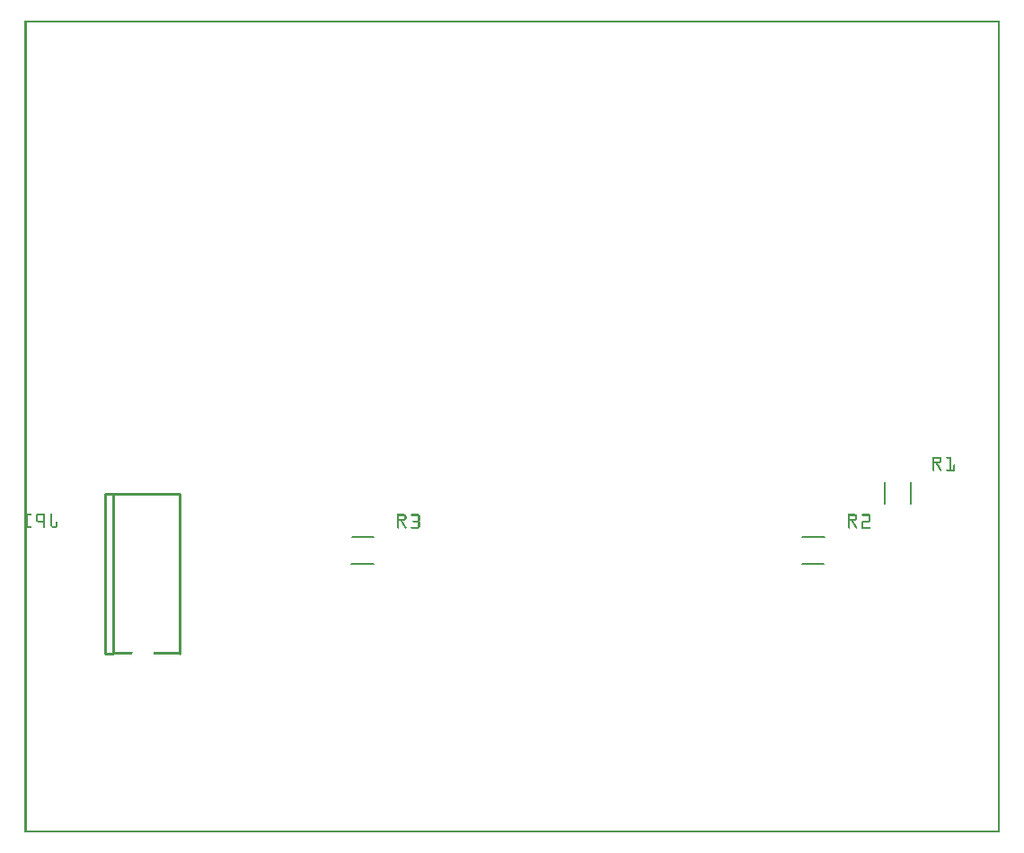
<source format=gbo>
G04 MADE WITH FRITZING*
G04 WWW.FRITZING.ORG*
G04 DOUBLE SIDED*
G04 HOLES PLATED*
G04 CONTOUR ON CENTER OF CONTOUR VECTOR*
%ASAXBY*%
%FSLAX23Y23*%
%MOIN*%
%OFA0B0*%
%SFA1.0B1.0*%
%ADD10C,0.010417*%
%ADD11C,0.006000*%
%ADD12R,0.001000X0.001000*%
%LNSILK0*%
G90*
G70*
G54D10*
X574Y667D02*
X574Y1261D01*
D02*
X574Y1261D02*
X330Y1261D01*
D02*
X330Y1261D02*
X299Y1261D01*
D02*
X299Y1261D02*
X299Y667D01*
D02*
X299Y667D02*
X330Y667D01*
D02*
X330Y1261D02*
X330Y667D01*
G54D11*
D02*
X3290Y1223D02*
X3290Y1304D01*
D02*
X3191Y1224D02*
X3191Y1304D01*
D02*
X2968Y1099D02*
X2887Y1099D01*
D02*
X2967Y1001D02*
X2887Y1001D01*
D02*
X1213Y1001D02*
X1294Y1001D01*
D02*
X1214Y1099D02*
X1294Y1099D01*
G54D12*
X0Y3017D02*
X3620Y3017D01*
X0Y3016D02*
X3620Y3016D01*
X0Y3015D02*
X3620Y3015D01*
X0Y3014D02*
X3620Y3014D01*
X0Y3013D02*
X3620Y3013D01*
X0Y3012D02*
X3620Y3012D01*
X0Y3011D02*
X3620Y3011D01*
X0Y3010D02*
X3620Y3010D01*
X0Y3009D02*
X7Y3009D01*
X3613Y3009D02*
X3620Y3009D01*
X0Y3008D02*
X7Y3008D01*
X3613Y3008D02*
X3620Y3008D01*
X0Y3007D02*
X7Y3007D01*
X3613Y3007D02*
X3620Y3007D01*
X0Y3006D02*
X7Y3006D01*
X3613Y3006D02*
X3620Y3006D01*
X0Y3005D02*
X7Y3005D01*
X3613Y3005D02*
X3620Y3005D01*
X0Y3004D02*
X7Y3004D01*
X3613Y3004D02*
X3620Y3004D01*
X0Y3003D02*
X7Y3003D01*
X3613Y3003D02*
X3620Y3003D01*
X0Y3002D02*
X7Y3002D01*
X3613Y3002D02*
X3620Y3002D01*
X0Y3001D02*
X7Y3001D01*
X3613Y3001D02*
X3620Y3001D01*
X0Y3000D02*
X7Y3000D01*
X3613Y3000D02*
X3620Y3000D01*
X0Y2999D02*
X7Y2999D01*
X3613Y2999D02*
X3620Y2999D01*
X0Y2998D02*
X7Y2998D01*
X3613Y2998D02*
X3620Y2998D01*
X0Y2997D02*
X7Y2997D01*
X3613Y2997D02*
X3620Y2997D01*
X0Y2996D02*
X7Y2996D01*
X3613Y2996D02*
X3620Y2996D01*
X0Y2995D02*
X7Y2995D01*
X3613Y2995D02*
X3620Y2995D01*
X0Y2994D02*
X7Y2994D01*
X3613Y2994D02*
X3620Y2994D01*
X0Y2993D02*
X7Y2993D01*
X3613Y2993D02*
X3620Y2993D01*
X0Y2992D02*
X7Y2992D01*
X3613Y2992D02*
X3620Y2992D01*
X0Y2991D02*
X7Y2991D01*
X3613Y2991D02*
X3620Y2991D01*
X0Y2990D02*
X7Y2990D01*
X3613Y2990D02*
X3620Y2990D01*
X0Y2989D02*
X7Y2989D01*
X3613Y2989D02*
X3620Y2989D01*
X0Y2988D02*
X7Y2988D01*
X3613Y2988D02*
X3620Y2988D01*
X0Y2987D02*
X7Y2987D01*
X3613Y2987D02*
X3620Y2987D01*
X0Y2986D02*
X7Y2986D01*
X3613Y2986D02*
X3620Y2986D01*
X0Y2985D02*
X7Y2985D01*
X3613Y2985D02*
X3620Y2985D01*
X0Y2984D02*
X7Y2984D01*
X3613Y2984D02*
X3620Y2984D01*
X0Y2983D02*
X7Y2983D01*
X3613Y2983D02*
X3620Y2983D01*
X0Y2982D02*
X7Y2982D01*
X3613Y2982D02*
X3620Y2982D01*
X0Y2981D02*
X7Y2981D01*
X3613Y2981D02*
X3620Y2981D01*
X0Y2980D02*
X7Y2980D01*
X3613Y2980D02*
X3620Y2980D01*
X0Y2979D02*
X7Y2979D01*
X3613Y2979D02*
X3620Y2979D01*
X0Y2978D02*
X7Y2978D01*
X3613Y2978D02*
X3620Y2978D01*
X0Y2977D02*
X7Y2977D01*
X3613Y2977D02*
X3620Y2977D01*
X0Y2976D02*
X7Y2976D01*
X3613Y2976D02*
X3620Y2976D01*
X0Y2975D02*
X7Y2975D01*
X3613Y2975D02*
X3620Y2975D01*
X0Y2974D02*
X7Y2974D01*
X3613Y2974D02*
X3620Y2974D01*
X0Y2973D02*
X7Y2973D01*
X3613Y2973D02*
X3620Y2973D01*
X0Y2972D02*
X7Y2972D01*
X3613Y2972D02*
X3620Y2972D01*
X0Y2971D02*
X7Y2971D01*
X3613Y2971D02*
X3620Y2971D01*
X0Y2970D02*
X7Y2970D01*
X3613Y2970D02*
X3620Y2970D01*
X0Y2969D02*
X7Y2969D01*
X3613Y2969D02*
X3620Y2969D01*
X0Y2968D02*
X7Y2968D01*
X3613Y2968D02*
X3620Y2968D01*
X0Y2967D02*
X7Y2967D01*
X3613Y2967D02*
X3620Y2967D01*
X0Y2966D02*
X7Y2966D01*
X3613Y2966D02*
X3620Y2966D01*
X0Y2965D02*
X7Y2965D01*
X3613Y2965D02*
X3620Y2965D01*
X0Y2964D02*
X7Y2964D01*
X3613Y2964D02*
X3620Y2964D01*
X0Y2963D02*
X7Y2963D01*
X3613Y2963D02*
X3620Y2963D01*
X0Y2962D02*
X7Y2962D01*
X3613Y2962D02*
X3620Y2962D01*
X0Y2961D02*
X7Y2961D01*
X3613Y2961D02*
X3620Y2961D01*
X0Y2960D02*
X7Y2960D01*
X3613Y2960D02*
X3620Y2960D01*
X0Y2959D02*
X7Y2959D01*
X3613Y2959D02*
X3620Y2959D01*
X0Y2958D02*
X7Y2958D01*
X3613Y2958D02*
X3620Y2958D01*
X0Y2957D02*
X7Y2957D01*
X3613Y2957D02*
X3620Y2957D01*
X0Y2956D02*
X7Y2956D01*
X3613Y2956D02*
X3620Y2956D01*
X0Y2955D02*
X7Y2955D01*
X3613Y2955D02*
X3620Y2955D01*
X0Y2954D02*
X7Y2954D01*
X3613Y2954D02*
X3620Y2954D01*
X0Y2953D02*
X7Y2953D01*
X3613Y2953D02*
X3620Y2953D01*
X0Y2952D02*
X7Y2952D01*
X3613Y2952D02*
X3620Y2952D01*
X0Y2951D02*
X7Y2951D01*
X3613Y2951D02*
X3620Y2951D01*
X0Y2950D02*
X7Y2950D01*
X3613Y2950D02*
X3620Y2950D01*
X0Y2949D02*
X7Y2949D01*
X3613Y2949D02*
X3620Y2949D01*
X0Y2948D02*
X7Y2948D01*
X3613Y2948D02*
X3620Y2948D01*
X0Y2947D02*
X7Y2947D01*
X3613Y2947D02*
X3620Y2947D01*
X0Y2946D02*
X7Y2946D01*
X3613Y2946D02*
X3620Y2946D01*
X0Y2945D02*
X7Y2945D01*
X3613Y2945D02*
X3620Y2945D01*
X0Y2944D02*
X7Y2944D01*
X3613Y2944D02*
X3620Y2944D01*
X0Y2943D02*
X7Y2943D01*
X3613Y2943D02*
X3620Y2943D01*
X0Y2942D02*
X7Y2942D01*
X3613Y2942D02*
X3620Y2942D01*
X0Y2941D02*
X7Y2941D01*
X3613Y2941D02*
X3620Y2941D01*
X0Y2940D02*
X7Y2940D01*
X3613Y2940D02*
X3620Y2940D01*
X0Y2939D02*
X7Y2939D01*
X3613Y2939D02*
X3620Y2939D01*
X0Y2938D02*
X7Y2938D01*
X3613Y2938D02*
X3620Y2938D01*
X0Y2937D02*
X7Y2937D01*
X3613Y2937D02*
X3620Y2937D01*
X0Y2936D02*
X7Y2936D01*
X3613Y2936D02*
X3620Y2936D01*
X0Y2935D02*
X7Y2935D01*
X3613Y2935D02*
X3620Y2935D01*
X0Y2934D02*
X7Y2934D01*
X3613Y2934D02*
X3620Y2934D01*
X0Y2933D02*
X7Y2933D01*
X3613Y2933D02*
X3620Y2933D01*
X0Y2932D02*
X7Y2932D01*
X3613Y2932D02*
X3620Y2932D01*
X0Y2931D02*
X7Y2931D01*
X3613Y2931D02*
X3620Y2931D01*
X0Y2930D02*
X7Y2930D01*
X3613Y2930D02*
X3620Y2930D01*
X0Y2929D02*
X7Y2929D01*
X3613Y2929D02*
X3620Y2929D01*
X0Y2928D02*
X7Y2928D01*
X3613Y2928D02*
X3620Y2928D01*
X0Y2927D02*
X7Y2927D01*
X3613Y2927D02*
X3620Y2927D01*
X0Y2926D02*
X7Y2926D01*
X3613Y2926D02*
X3620Y2926D01*
X0Y2925D02*
X7Y2925D01*
X3613Y2925D02*
X3620Y2925D01*
X0Y2924D02*
X7Y2924D01*
X3613Y2924D02*
X3620Y2924D01*
X0Y2923D02*
X7Y2923D01*
X3613Y2923D02*
X3620Y2923D01*
X0Y2922D02*
X7Y2922D01*
X3613Y2922D02*
X3620Y2922D01*
X0Y2921D02*
X7Y2921D01*
X3613Y2921D02*
X3620Y2921D01*
X0Y2920D02*
X7Y2920D01*
X3613Y2920D02*
X3620Y2920D01*
X0Y2919D02*
X7Y2919D01*
X3613Y2919D02*
X3620Y2919D01*
X0Y2918D02*
X7Y2918D01*
X3613Y2918D02*
X3620Y2918D01*
X0Y2917D02*
X7Y2917D01*
X3613Y2917D02*
X3620Y2917D01*
X0Y2916D02*
X7Y2916D01*
X3613Y2916D02*
X3620Y2916D01*
X0Y2915D02*
X7Y2915D01*
X3613Y2915D02*
X3620Y2915D01*
X0Y2914D02*
X7Y2914D01*
X3613Y2914D02*
X3620Y2914D01*
X0Y2913D02*
X7Y2913D01*
X3613Y2913D02*
X3620Y2913D01*
X0Y2912D02*
X7Y2912D01*
X3613Y2912D02*
X3620Y2912D01*
X0Y2911D02*
X7Y2911D01*
X3613Y2911D02*
X3620Y2911D01*
X0Y2910D02*
X7Y2910D01*
X3613Y2910D02*
X3620Y2910D01*
X0Y2909D02*
X7Y2909D01*
X3613Y2909D02*
X3620Y2909D01*
X0Y2908D02*
X7Y2908D01*
X3613Y2908D02*
X3620Y2908D01*
X0Y2907D02*
X7Y2907D01*
X3613Y2907D02*
X3620Y2907D01*
X0Y2906D02*
X7Y2906D01*
X3613Y2906D02*
X3620Y2906D01*
X0Y2905D02*
X7Y2905D01*
X3613Y2905D02*
X3620Y2905D01*
X0Y2904D02*
X7Y2904D01*
X3613Y2904D02*
X3620Y2904D01*
X0Y2903D02*
X7Y2903D01*
X3613Y2903D02*
X3620Y2903D01*
X0Y2902D02*
X7Y2902D01*
X3613Y2902D02*
X3620Y2902D01*
X0Y2901D02*
X7Y2901D01*
X3613Y2901D02*
X3620Y2901D01*
X0Y2900D02*
X7Y2900D01*
X3613Y2900D02*
X3620Y2900D01*
X0Y2899D02*
X7Y2899D01*
X3613Y2899D02*
X3620Y2899D01*
X0Y2898D02*
X7Y2898D01*
X3613Y2898D02*
X3620Y2898D01*
X0Y2897D02*
X7Y2897D01*
X3613Y2897D02*
X3620Y2897D01*
X0Y2896D02*
X7Y2896D01*
X3613Y2896D02*
X3620Y2896D01*
X0Y2895D02*
X7Y2895D01*
X3613Y2895D02*
X3620Y2895D01*
X0Y2894D02*
X7Y2894D01*
X3613Y2894D02*
X3620Y2894D01*
X0Y2893D02*
X7Y2893D01*
X3613Y2893D02*
X3620Y2893D01*
X0Y2892D02*
X7Y2892D01*
X3613Y2892D02*
X3620Y2892D01*
X0Y2891D02*
X7Y2891D01*
X3613Y2891D02*
X3620Y2891D01*
X0Y2890D02*
X7Y2890D01*
X3613Y2890D02*
X3620Y2890D01*
X0Y2889D02*
X7Y2889D01*
X3613Y2889D02*
X3620Y2889D01*
X0Y2888D02*
X7Y2888D01*
X3613Y2888D02*
X3620Y2888D01*
X0Y2887D02*
X7Y2887D01*
X3613Y2887D02*
X3620Y2887D01*
X0Y2886D02*
X7Y2886D01*
X3613Y2886D02*
X3620Y2886D01*
X0Y2885D02*
X7Y2885D01*
X3613Y2885D02*
X3620Y2885D01*
X0Y2884D02*
X7Y2884D01*
X3613Y2884D02*
X3620Y2884D01*
X0Y2883D02*
X7Y2883D01*
X3613Y2883D02*
X3620Y2883D01*
X0Y2882D02*
X7Y2882D01*
X3613Y2882D02*
X3620Y2882D01*
X0Y2881D02*
X7Y2881D01*
X3613Y2881D02*
X3620Y2881D01*
X0Y2880D02*
X7Y2880D01*
X3613Y2880D02*
X3620Y2880D01*
X0Y2879D02*
X7Y2879D01*
X3613Y2879D02*
X3620Y2879D01*
X0Y2878D02*
X7Y2878D01*
X3613Y2878D02*
X3620Y2878D01*
X0Y2877D02*
X7Y2877D01*
X3613Y2877D02*
X3620Y2877D01*
X0Y2876D02*
X7Y2876D01*
X3613Y2876D02*
X3620Y2876D01*
X0Y2875D02*
X7Y2875D01*
X3613Y2875D02*
X3620Y2875D01*
X0Y2874D02*
X7Y2874D01*
X3613Y2874D02*
X3620Y2874D01*
X0Y2873D02*
X7Y2873D01*
X3613Y2873D02*
X3620Y2873D01*
X0Y2872D02*
X7Y2872D01*
X3613Y2872D02*
X3620Y2872D01*
X0Y2871D02*
X7Y2871D01*
X3613Y2871D02*
X3620Y2871D01*
X0Y2870D02*
X7Y2870D01*
X3613Y2870D02*
X3620Y2870D01*
X0Y2869D02*
X7Y2869D01*
X3613Y2869D02*
X3620Y2869D01*
X0Y2868D02*
X7Y2868D01*
X3613Y2868D02*
X3620Y2868D01*
X0Y2867D02*
X7Y2867D01*
X3613Y2867D02*
X3620Y2867D01*
X0Y2866D02*
X7Y2866D01*
X3613Y2866D02*
X3620Y2866D01*
X0Y2865D02*
X7Y2865D01*
X3613Y2865D02*
X3620Y2865D01*
X0Y2864D02*
X7Y2864D01*
X3613Y2864D02*
X3620Y2864D01*
X0Y2863D02*
X7Y2863D01*
X3613Y2863D02*
X3620Y2863D01*
X0Y2862D02*
X7Y2862D01*
X3613Y2862D02*
X3620Y2862D01*
X0Y2861D02*
X7Y2861D01*
X3613Y2861D02*
X3620Y2861D01*
X0Y2860D02*
X7Y2860D01*
X3613Y2860D02*
X3620Y2860D01*
X0Y2859D02*
X7Y2859D01*
X3613Y2859D02*
X3620Y2859D01*
X0Y2858D02*
X7Y2858D01*
X3613Y2858D02*
X3620Y2858D01*
X0Y2857D02*
X7Y2857D01*
X3613Y2857D02*
X3620Y2857D01*
X0Y2856D02*
X7Y2856D01*
X3613Y2856D02*
X3620Y2856D01*
X0Y2855D02*
X7Y2855D01*
X3613Y2855D02*
X3620Y2855D01*
X0Y2854D02*
X7Y2854D01*
X3613Y2854D02*
X3620Y2854D01*
X0Y2853D02*
X7Y2853D01*
X3613Y2853D02*
X3620Y2853D01*
X0Y2852D02*
X7Y2852D01*
X3613Y2852D02*
X3620Y2852D01*
X0Y2851D02*
X7Y2851D01*
X3613Y2851D02*
X3620Y2851D01*
X0Y2850D02*
X7Y2850D01*
X3613Y2850D02*
X3620Y2850D01*
X0Y2849D02*
X7Y2849D01*
X3613Y2849D02*
X3620Y2849D01*
X0Y2848D02*
X7Y2848D01*
X3613Y2848D02*
X3620Y2848D01*
X0Y2847D02*
X7Y2847D01*
X3613Y2847D02*
X3620Y2847D01*
X0Y2846D02*
X7Y2846D01*
X3613Y2846D02*
X3620Y2846D01*
X0Y2845D02*
X7Y2845D01*
X3613Y2845D02*
X3620Y2845D01*
X0Y2844D02*
X7Y2844D01*
X3613Y2844D02*
X3620Y2844D01*
X0Y2843D02*
X7Y2843D01*
X3613Y2843D02*
X3620Y2843D01*
X0Y2842D02*
X7Y2842D01*
X3613Y2842D02*
X3620Y2842D01*
X0Y2841D02*
X7Y2841D01*
X3613Y2841D02*
X3620Y2841D01*
X0Y2840D02*
X7Y2840D01*
X3613Y2840D02*
X3620Y2840D01*
X0Y2839D02*
X7Y2839D01*
X3613Y2839D02*
X3620Y2839D01*
X0Y2838D02*
X7Y2838D01*
X3613Y2838D02*
X3620Y2838D01*
X0Y2837D02*
X7Y2837D01*
X3613Y2837D02*
X3620Y2837D01*
X0Y2836D02*
X7Y2836D01*
X3613Y2836D02*
X3620Y2836D01*
X0Y2835D02*
X7Y2835D01*
X3613Y2835D02*
X3620Y2835D01*
X0Y2834D02*
X7Y2834D01*
X3613Y2834D02*
X3620Y2834D01*
X0Y2833D02*
X7Y2833D01*
X3613Y2833D02*
X3620Y2833D01*
X0Y2832D02*
X7Y2832D01*
X3613Y2832D02*
X3620Y2832D01*
X0Y2831D02*
X7Y2831D01*
X3613Y2831D02*
X3620Y2831D01*
X0Y2830D02*
X7Y2830D01*
X3613Y2830D02*
X3620Y2830D01*
X0Y2829D02*
X7Y2829D01*
X3613Y2829D02*
X3620Y2829D01*
X0Y2828D02*
X7Y2828D01*
X3613Y2828D02*
X3620Y2828D01*
X0Y2827D02*
X7Y2827D01*
X3613Y2827D02*
X3620Y2827D01*
X0Y2826D02*
X7Y2826D01*
X3613Y2826D02*
X3620Y2826D01*
X0Y2825D02*
X7Y2825D01*
X3613Y2825D02*
X3620Y2825D01*
X0Y2824D02*
X7Y2824D01*
X3613Y2824D02*
X3620Y2824D01*
X0Y2823D02*
X7Y2823D01*
X3613Y2823D02*
X3620Y2823D01*
X0Y2822D02*
X7Y2822D01*
X3613Y2822D02*
X3620Y2822D01*
X0Y2821D02*
X7Y2821D01*
X3613Y2821D02*
X3620Y2821D01*
X0Y2820D02*
X7Y2820D01*
X3613Y2820D02*
X3620Y2820D01*
X0Y2819D02*
X7Y2819D01*
X3613Y2819D02*
X3620Y2819D01*
X0Y2818D02*
X7Y2818D01*
X3613Y2818D02*
X3620Y2818D01*
X0Y2817D02*
X7Y2817D01*
X3613Y2817D02*
X3620Y2817D01*
X0Y2816D02*
X7Y2816D01*
X3613Y2816D02*
X3620Y2816D01*
X0Y2815D02*
X7Y2815D01*
X3613Y2815D02*
X3620Y2815D01*
X0Y2814D02*
X7Y2814D01*
X3613Y2814D02*
X3620Y2814D01*
X0Y2813D02*
X7Y2813D01*
X3613Y2813D02*
X3620Y2813D01*
X0Y2812D02*
X7Y2812D01*
X3613Y2812D02*
X3620Y2812D01*
X0Y2811D02*
X7Y2811D01*
X3613Y2811D02*
X3620Y2811D01*
X0Y2810D02*
X7Y2810D01*
X3613Y2810D02*
X3620Y2810D01*
X0Y2809D02*
X7Y2809D01*
X3613Y2809D02*
X3620Y2809D01*
X0Y2808D02*
X7Y2808D01*
X3613Y2808D02*
X3620Y2808D01*
X0Y2807D02*
X7Y2807D01*
X3613Y2807D02*
X3620Y2807D01*
X0Y2806D02*
X7Y2806D01*
X3613Y2806D02*
X3620Y2806D01*
X0Y2805D02*
X7Y2805D01*
X3613Y2805D02*
X3620Y2805D01*
X0Y2804D02*
X7Y2804D01*
X3613Y2804D02*
X3620Y2804D01*
X0Y2803D02*
X7Y2803D01*
X3613Y2803D02*
X3620Y2803D01*
X0Y2802D02*
X7Y2802D01*
X3613Y2802D02*
X3620Y2802D01*
X0Y2801D02*
X7Y2801D01*
X3613Y2801D02*
X3620Y2801D01*
X0Y2800D02*
X7Y2800D01*
X3613Y2800D02*
X3620Y2800D01*
X0Y2799D02*
X7Y2799D01*
X3613Y2799D02*
X3620Y2799D01*
X0Y2798D02*
X7Y2798D01*
X3613Y2798D02*
X3620Y2798D01*
X0Y2797D02*
X7Y2797D01*
X3613Y2797D02*
X3620Y2797D01*
X0Y2796D02*
X7Y2796D01*
X3613Y2796D02*
X3620Y2796D01*
X0Y2795D02*
X7Y2795D01*
X3613Y2795D02*
X3620Y2795D01*
X0Y2794D02*
X7Y2794D01*
X3613Y2794D02*
X3620Y2794D01*
X0Y2793D02*
X7Y2793D01*
X3613Y2793D02*
X3620Y2793D01*
X0Y2792D02*
X7Y2792D01*
X3613Y2792D02*
X3620Y2792D01*
X0Y2791D02*
X7Y2791D01*
X3613Y2791D02*
X3620Y2791D01*
X0Y2790D02*
X7Y2790D01*
X3613Y2790D02*
X3620Y2790D01*
X0Y2789D02*
X7Y2789D01*
X3613Y2789D02*
X3620Y2789D01*
X0Y2788D02*
X7Y2788D01*
X3613Y2788D02*
X3620Y2788D01*
X0Y2787D02*
X7Y2787D01*
X3613Y2787D02*
X3620Y2787D01*
X0Y2786D02*
X7Y2786D01*
X3613Y2786D02*
X3620Y2786D01*
X0Y2785D02*
X7Y2785D01*
X3613Y2785D02*
X3620Y2785D01*
X0Y2784D02*
X7Y2784D01*
X3613Y2784D02*
X3620Y2784D01*
X0Y2783D02*
X7Y2783D01*
X3613Y2783D02*
X3620Y2783D01*
X0Y2782D02*
X7Y2782D01*
X3613Y2782D02*
X3620Y2782D01*
X0Y2781D02*
X7Y2781D01*
X3613Y2781D02*
X3620Y2781D01*
X0Y2780D02*
X7Y2780D01*
X3613Y2780D02*
X3620Y2780D01*
X0Y2779D02*
X7Y2779D01*
X3613Y2779D02*
X3620Y2779D01*
X0Y2778D02*
X7Y2778D01*
X3613Y2778D02*
X3620Y2778D01*
X0Y2777D02*
X7Y2777D01*
X3613Y2777D02*
X3620Y2777D01*
X0Y2776D02*
X7Y2776D01*
X3613Y2776D02*
X3620Y2776D01*
X0Y2775D02*
X7Y2775D01*
X3613Y2775D02*
X3620Y2775D01*
X0Y2774D02*
X7Y2774D01*
X3613Y2774D02*
X3620Y2774D01*
X0Y2773D02*
X7Y2773D01*
X3613Y2773D02*
X3620Y2773D01*
X0Y2772D02*
X7Y2772D01*
X3613Y2772D02*
X3620Y2772D01*
X0Y2771D02*
X7Y2771D01*
X3613Y2771D02*
X3620Y2771D01*
X0Y2770D02*
X7Y2770D01*
X3613Y2770D02*
X3620Y2770D01*
X0Y2769D02*
X7Y2769D01*
X3613Y2769D02*
X3620Y2769D01*
X0Y2768D02*
X7Y2768D01*
X3613Y2768D02*
X3620Y2768D01*
X0Y2767D02*
X7Y2767D01*
X3613Y2767D02*
X3620Y2767D01*
X0Y2766D02*
X7Y2766D01*
X3613Y2766D02*
X3620Y2766D01*
X0Y2765D02*
X7Y2765D01*
X3613Y2765D02*
X3620Y2765D01*
X0Y2764D02*
X7Y2764D01*
X3613Y2764D02*
X3620Y2764D01*
X0Y2763D02*
X7Y2763D01*
X3613Y2763D02*
X3620Y2763D01*
X0Y2762D02*
X7Y2762D01*
X3613Y2762D02*
X3620Y2762D01*
X0Y2761D02*
X7Y2761D01*
X3613Y2761D02*
X3620Y2761D01*
X0Y2760D02*
X7Y2760D01*
X3613Y2760D02*
X3620Y2760D01*
X0Y2759D02*
X7Y2759D01*
X3613Y2759D02*
X3620Y2759D01*
X0Y2758D02*
X7Y2758D01*
X3613Y2758D02*
X3620Y2758D01*
X0Y2757D02*
X7Y2757D01*
X3613Y2757D02*
X3620Y2757D01*
X0Y2756D02*
X7Y2756D01*
X3613Y2756D02*
X3620Y2756D01*
X0Y2755D02*
X7Y2755D01*
X3613Y2755D02*
X3620Y2755D01*
X0Y2754D02*
X7Y2754D01*
X3613Y2754D02*
X3620Y2754D01*
X0Y2753D02*
X7Y2753D01*
X3613Y2753D02*
X3620Y2753D01*
X0Y2752D02*
X7Y2752D01*
X3613Y2752D02*
X3620Y2752D01*
X0Y2751D02*
X7Y2751D01*
X3613Y2751D02*
X3620Y2751D01*
X0Y2750D02*
X7Y2750D01*
X3613Y2750D02*
X3620Y2750D01*
X0Y2749D02*
X7Y2749D01*
X3613Y2749D02*
X3620Y2749D01*
X0Y2748D02*
X7Y2748D01*
X3613Y2748D02*
X3620Y2748D01*
X0Y2747D02*
X7Y2747D01*
X3613Y2747D02*
X3620Y2747D01*
X0Y2746D02*
X7Y2746D01*
X3613Y2746D02*
X3620Y2746D01*
X0Y2745D02*
X7Y2745D01*
X3613Y2745D02*
X3620Y2745D01*
X0Y2744D02*
X7Y2744D01*
X3613Y2744D02*
X3620Y2744D01*
X0Y2743D02*
X7Y2743D01*
X3613Y2743D02*
X3620Y2743D01*
X0Y2742D02*
X7Y2742D01*
X3613Y2742D02*
X3620Y2742D01*
X0Y2741D02*
X7Y2741D01*
X3613Y2741D02*
X3620Y2741D01*
X0Y2740D02*
X7Y2740D01*
X3613Y2740D02*
X3620Y2740D01*
X0Y2739D02*
X7Y2739D01*
X3613Y2739D02*
X3620Y2739D01*
X0Y2738D02*
X7Y2738D01*
X3613Y2738D02*
X3620Y2738D01*
X0Y2737D02*
X7Y2737D01*
X3613Y2737D02*
X3620Y2737D01*
X0Y2736D02*
X7Y2736D01*
X3613Y2736D02*
X3620Y2736D01*
X0Y2735D02*
X7Y2735D01*
X3613Y2735D02*
X3620Y2735D01*
X0Y2734D02*
X7Y2734D01*
X3613Y2734D02*
X3620Y2734D01*
X0Y2733D02*
X7Y2733D01*
X3613Y2733D02*
X3620Y2733D01*
X0Y2732D02*
X7Y2732D01*
X3613Y2732D02*
X3620Y2732D01*
X0Y2731D02*
X7Y2731D01*
X3613Y2731D02*
X3620Y2731D01*
X0Y2730D02*
X7Y2730D01*
X3613Y2730D02*
X3620Y2730D01*
X0Y2729D02*
X7Y2729D01*
X3613Y2729D02*
X3620Y2729D01*
X0Y2728D02*
X7Y2728D01*
X3613Y2728D02*
X3620Y2728D01*
X0Y2727D02*
X7Y2727D01*
X3613Y2727D02*
X3620Y2727D01*
X0Y2726D02*
X7Y2726D01*
X3613Y2726D02*
X3620Y2726D01*
X0Y2725D02*
X7Y2725D01*
X3613Y2725D02*
X3620Y2725D01*
X0Y2724D02*
X7Y2724D01*
X3613Y2724D02*
X3620Y2724D01*
X0Y2723D02*
X7Y2723D01*
X3613Y2723D02*
X3620Y2723D01*
X0Y2722D02*
X7Y2722D01*
X3613Y2722D02*
X3620Y2722D01*
X0Y2721D02*
X7Y2721D01*
X3613Y2721D02*
X3620Y2721D01*
X0Y2720D02*
X7Y2720D01*
X3613Y2720D02*
X3620Y2720D01*
X0Y2719D02*
X7Y2719D01*
X3613Y2719D02*
X3620Y2719D01*
X0Y2718D02*
X7Y2718D01*
X3613Y2718D02*
X3620Y2718D01*
X0Y2717D02*
X7Y2717D01*
X3613Y2717D02*
X3620Y2717D01*
X0Y2716D02*
X7Y2716D01*
X3613Y2716D02*
X3620Y2716D01*
X0Y2715D02*
X7Y2715D01*
X3613Y2715D02*
X3620Y2715D01*
X0Y2714D02*
X7Y2714D01*
X3613Y2714D02*
X3620Y2714D01*
X0Y2713D02*
X7Y2713D01*
X3613Y2713D02*
X3620Y2713D01*
X0Y2712D02*
X7Y2712D01*
X3613Y2712D02*
X3620Y2712D01*
X0Y2711D02*
X7Y2711D01*
X3613Y2711D02*
X3620Y2711D01*
X0Y2710D02*
X7Y2710D01*
X3613Y2710D02*
X3620Y2710D01*
X0Y2709D02*
X7Y2709D01*
X3613Y2709D02*
X3620Y2709D01*
X0Y2708D02*
X7Y2708D01*
X3613Y2708D02*
X3620Y2708D01*
X0Y2707D02*
X7Y2707D01*
X3613Y2707D02*
X3620Y2707D01*
X0Y2706D02*
X7Y2706D01*
X3613Y2706D02*
X3620Y2706D01*
X0Y2705D02*
X7Y2705D01*
X3613Y2705D02*
X3620Y2705D01*
X0Y2704D02*
X7Y2704D01*
X3613Y2704D02*
X3620Y2704D01*
X0Y2703D02*
X7Y2703D01*
X3613Y2703D02*
X3620Y2703D01*
X0Y2702D02*
X7Y2702D01*
X3613Y2702D02*
X3620Y2702D01*
X0Y2701D02*
X7Y2701D01*
X3613Y2701D02*
X3620Y2701D01*
X0Y2700D02*
X7Y2700D01*
X3613Y2700D02*
X3620Y2700D01*
X0Y2699D02*
X7Y2699D01*
X3613Y2699D02*
X3620Y2699D01*
X0Y2698D02*
X7Y2698D01*
X3613Y2698D02*
X3620Y2698D01*
X0Y2697D02*
X7Y2697D01*
X3613Y2697D02*
X3620Y2697D01*
X0Y2696D02*
X7Y2696D01*
X3613Y2696D02*
X3620Y2696D01*
X0Y2695D02*
X7Y2695D01*
X3613Y2695D02*
X3620Y2695D01*
X0Y2694D02*
X7Y2694D01*
X3613Y2694D02*
X3620Y2694D01*
X0Y2693D02*
X7Y2693D01*
X3613Y2693D02*
X3620Y2693D01*
X0Y2692D02*
X7Y2692D01*
X3613Y2692D02*
X3620Y2692D01*
X0Y2691D02*
X7Y2691D01*
X3613Y2691D02*
X3620Y2691D01*
X0Y2690D02*
X7Y2690D01*
X3613Y2690D02*
X3620Y2690D01*
X0Y2689D02*
X7Y2689D01*
X3613Y2689D02*
X3620Y2689D01*
X0Y2688D02*
X7Y2688D01*
X3613Y2688D02*
X3620Y2688D01*
X0Y2687D02*
X7Y2687D01*
X3613Y2687D02*
X3620Y2687D01*
X0Y2686D02*
X7Y2686D01*
X3613Y2686D02*
X3620Y2686D01*
X0Y2685D02*
X7Y2685D01*
X3613Y2685D02*
X3620Y2685D01*
X0Y2684D02*
X7Y2684D01*
X3613Y2684D02*
X3620Y2684D01*
X0Y2683D02*
X7Y2683D01*
X3613Y2683D02*
X3620Y2683D01*
X0Y2682D02*
X7Y2682D01*
X3613Y2682D02*
X3620Y2682D01*
X0Y2681D02*
X7Y2681D01*
X3613Y2681D02*
X3620Y2681D01*
X0Y2680D02*
X7Y2680D01*
X3613Y2680D02*
X3620Y2680D01*
X0Y2679D02*
X7Y2679D01*
X3613Y2679D02*
X3620Y2679D01*
X0Y2678D02*
X7Y2678D01*
X3613Y2678D02*
X3620Y2678D01*
X0Y2677D02*
X7Y2677D01*
X3613Y2677D02*
X3620Y2677D01*
X0Y2676D02*
X7Y2676D01*
X3613Y2676D02*
X3620Y2676D01*
X0Y2675D02*
X7Y2675D01*
X3613Y2675D02*
X3620Y2675D01*
X0Y2674D02*
X7Y2674D01*
X3613Y2674D02*
X3620Y2674D01*
X0Y2673D02*
X7Y2673D01*
X3613Y2673D02*
X3620Y2673D01*
X0Y2672D02*
X7Y2672D01*
X3613Y2672D02*
X3620Y2672D01*
X0Y2671D02*
X7Y2671D01*
X3613Y2671D02*
X3620Y2671D01*
X0Y2670D02*
X7Y2670D01*
X3613Y2670D02*
X3620Y2670D01*
X0Y2669D02*
X7Y2669D01*
X3613Y2669D02*
X3620Y2669D01*
X0Y2668D02*
X7Y2668D01*
X3613Y2668D02*
X3620Y2668D01*
X0Y2667D02*
X7Y2667D01*
X3613Y2667D02*
X3620Y2667D01*
X0Y2666D02*
X7Y2666D01*
X3613Y2666D02*
X3620Y2666D01*
X0Y2665D02*
X7Y2665D01*
X3613Y2665D02*
X3620Y2665D01*
X0Y2664D02*
X7Y2664D01*
X3613Y2664D02*
X3620Y2664D01*
X0Y2663D02*
X7Y2663D01*
X3613Y2663D02*
X3620Y2663D01*
X0Y2662D02*
X7Y2662D01*
X3613Y2662D02*
X3620Y2662D01*
X0Y2661D02*
X7Y2661D01*
X3613Y2661D02*
X3620Y2661D01*
X0Y2660D02*
X7Y2660D01*
X3613Y2660D02*
X3620Y2660D01*
X0Y2659D02*
X7Y2659D01*
X3613Y2659D02*
X3620Y2659D01*
X0Y2658D02*
X7Y2658D01*
X3613Y2658D02*
X3620Y2658D01*
X0Y2657D02*
X7Y2657D01*
X3613Y2657D02*
X3620Y2657D01*
X0Y2656D02*
X7Y2656D01*
X3613Y2656D02*
X3620Y2656D01*
X0Y2655D02*
X7Y2655D01*
X3613Y2655D02*
X3620Y2655D01*
X0Y2654D02*
X7Y2654D01*
X3613Y2654D02*
X3620Y2654D01*
X0Y2653D02*
X7Y2653D01*
X3613Y2653D02*
X3620Y2653D01*
X0Y2652D02*
X7Y2652D01*
X3613Y2652D02*
X3620Y2652D01*
X0Y2651D02*
X7Y2651D01*
X3613Y2651D02*
X3620Y2651D01*
X0Y2650D02*
X7Y2650D01*
X3613Y2650D02*
X3620Y2650D01*
X0Y2649D02*
X7Y2649D01*
X3613Y2649D02*
X3620Y2649D01*
X0Y2648D02*
X7Y2648D01*
X3613Y2648D02*
X3620Y2648D01*
X0Y2647D02*
X7Y2647D01*
X3613Y2647D02*
X3620Y2647D01*
X0Y2646D02*
X7Y2646D01*
X3613Y2646D02*
X3620Y2646D01*
X0Y2645D02*
X7Y2645D01*
X3613Y2645D02*
X3620Y2645D01*
X0Y2644D02*
X7Y2644D01*
X3613Y2644D02*
X3620Y2644D01*
X0Y2643D02*
X7Y2643D01*
X3613Y2643D02*
X3620Y2643D01*
X0Y2642D02*
X7Y2642D01*
X3613Y2642D02*
X3620Y2642D01*
X0Y2641D02*
X7Y2641D01*
X3613Y2641D02*
X3620Y2641D01*
X0Y2640D02*
X7Y2640D01*
X3613Y2640D02*
X3620Y2640D01*
X0Y2639D02*
X7Y2639D01*
X3613Y2639D02*
X3620Y2639D01*
X0Y2638D02*
X7Y2638D01*
X3613Y2638D02*
X3620Y2638D01*
X0Y2637D02*
X7Y2637D01*
X3613Y2637D02*
X3620Y2637D01*
X0Y2636D02*
X7Y2636D01*
X3613Y2636D02*
X3620Y2636D01*
X0Y2635D02*
X7Y2635D01*
X3613Y2635D02*
X3620Y2635D01*
X0Y2634D02*
X7Y2634D01*
X3613Y2634D02*
X3620Y2634D01*
X0Y2633D02*
X7Y2633D01*
X3613Y2633D02*
X3620Y2633D01*
X0Y2632D02*
X7Y2632D01*
X3613Y2632D02*
X3620Y2632D01*
X0Y2631D02*
X7Y2631D01*
X3613Y2631D02*
X3620Y2631D01*
X0Y2630D02*
X7Y2630D01*
X3613Y2630D02*
X3620Y2630D01*
X0Y2629D02*
X7Y2629D01*
X3613Y2629D02*
X3620Y2629D01*
X0Y2628D02*
X7Y2628D01*
X3613Y2628D02*
X3620Y2628D01*
X0Y2627D02*
X7Y2627D01*
X3613Y2627D02*
X3620Y2627D01*
X0Y2626D02*
X7Y2626D01*
X3613Y2626D02*
X3620Y2626D01*
X0Y2625D02*
X7Y2625D01*
X3613Y2625D02*
X3620Y2625D01*
X0Y2624D02*
X7Y2624D01*
X3613Y2624D02*
X3620Y2624D01*
X0Y2623D02*
X7Y2623D01*
X3613Y2623D02*
X3620Y2623D01*
X0Y2622D02*
X7Y2622D01*
X3613Y2622D02*
X3620Y2622D01*
X0Y2621D02*
X7Y2621D01*
X3613Y2621D02*
X3620Y2621D01*
X0Y2620D02*
X7Y2620D01*
X3613Y2620D02*
X3620Y2620D01*
X0Y2619D02*
X7Y2619D01*
X3613Y2619D02*
X3620Y2619D01*
X0Y2618D02*
X7Y2618D01*
X3613Y2618D02*
X3620Y2618D01*
X0Y2617D02*
X7Y2617D01*
X3613Y2617D02*
X3620Y2617D01*
X0Y2616D02*
X7Y2616D01*
X3613Y2616D02*
X3620Y2616D01*
X0Y2615D02*
X7Y2615D01*
X3613Y2615D02*
X3620Y2615D01*
X0Y2614D02*
X7Y2614D01*
X3613Y2614D02*
X3620Y2614D01*
X0Y2613D02*
X7Y2613D01*
X3613Y2613D02*
X3620Y2613D01*
X0Y2612D02*
X7Y2612D01*
X3613Y2612D02*
X3620Y2612D01*
X0Y2611D02*
X7Y2611D01*
X3613Y2611D02*
X3620Y2611D01*
X0Y2610D02*
X7Y2610D01*
X3613Y2610D02*
X3620Y2610D01*
X0Y2609D02*
X7Y2609D01*
X3613Y2609D02*
X3620Y2609D01*
X0Y2608D02*
X7Y2608D01*
X3613Y2608D02*
X3620Y2608D01*
X0Y2607D02*
X7Y2607D01*
X3613Y2607D02*
X3620Y2607D01*
X0Y2606D02*
X7Y2606D01*
X3613Y2606D02*
X3620Y2606D01*
X0Y2605D02*
X7Y2605D01*
X3613Y2605D02*
X3620Y2605D01*
X0Y2604D02*
X7Y2604D01*
X3613Y2604D02*
X3620Y2604D01*
X0Y2603D02*
X7Y2603D01*
X3613Y2603D02*
X3620Y2603D01*
X0Y2602D02*
X7Y2602D01*
X3613Y2602D02*
X3620Y2602D01*
X0Y2601D02*
X7Y2601D01*
X3613Y2601D02*
X3620Y2601D01*
X0Y2600D02*
X7Y2600D01*
X3613Y2600D02*
X3620Y2600D01*
X0Y2599D02*
X7Y2599D01*
X3613Y2599D02*
X3620Y2599D01*
X0Y2598D02*
X7Y2598D01*
X3613Y2598D02*
X3620Y2598D01*
X0Y2597D02*
X7Y2597D01*
X3613Y2597D02*
X3620Y2597D01*
X0Y2596D02*
X7Y2596D01*
X3613Y2596D02*
X3620Y2596D01*
X0Y2595D02*
X7Y2595D01*
X3613Y2595D02*
X3620Y2595D01*
X0Y2594D02*
X7Y2594D01*
X3613Y2594D02*
X3620Y2594D01*
X0Y2593D02*
X7Y2593D01*
X3613Y2593D02*
X3620Y2593D01*
X0Y2592D02*
X7Y2592D01*
X3613Y2592D02*
X3620Y2592D01*
X0Y2591D02*
X7Y2591D01*
X3613Y2591D02*
X3620Y2591D01*
X0Y2590D02*
X7Y2590D01*
X3613Y2590D02*
X3620Y2590D01*
X0Y2589D02*
X7Y2589D01*
X3613Y2589D02*
X3620Y2589D01*
X0Y2588D02*
X7Y2588D01*
X3613Y2588D02*
X3620Y2588D01*
X0Y2587D02*
X7Y2587D01*
X3613Y2587D02*
X3620Y2587D01*
X0Y2586D02*
X7Y2586D01*
X3613Y2586D02*
X3620Y2586D01*
X0Y2585D02*
X7Y2585D01*
X3613Y2585D02*
X3620Y2585D01*
X0Y2584D02*
X7Y2584D01*
X3613Y2584D02*
X3620Y2584D01*
X0Y2583D02*
X7Y2583D01*
X3613Y2583D02*
X3620Y2583D01*
X0Y2582D02*
X7Y2582D01*
X3613Y2582D02*
X3620Y2582D01*
X0Y2581D02*
X7Y2581D01*
X3613Y2581D02*
X3620Y2581D01*
X0Y2580D02*
X7Y2580D01*
X3613Y2580D02*
X3620Y2580D01*
X0Y2579D02*
X7Y2579D01*
X3613Y2579D02*
X3620Y2579D01*
X0Y2578D02*
X7Y2578D01*
X3613Y2578D02*
X3620Y2578D01*
X0Y2577D02*
X7Y2577D01*
X3613Y2577D02*
X3620Y2577D01*
X0Y2576D02*
X7Y2576D01*
X3613Y2576D02*
X3620Y2576D01*
X0Y2575D02*
X7Y2575D01*
X3613Y2575D02*
X3620Y2575D01*
X0Y2574D02*
X7Y2574D01*
X3613Y2574D02*
X3620Y2574D01*
X0Y2573D02*
X7Y2573D01*
X3613Y2573D02*
X3620Y2573D01*
X0Y2572D02*
X7Y2572D01*
X3613Y2572D02*
X3620Y2572D01*
X0Y2571D02*
X7Y2571D01*
X3613Y2571D02*
X3620Y2571D01*
X0Y2570D02*
X7Y2570D01*
X3613Y2570D02*
X3620Y2570D01*
X0Y2569D02*
X7Y2569D01*
X3613Y2569D02*
X3620Y2569D01*
X0Y2568D02*
X7Y2568D01*
X3613Y2568D02*
X3620Y2568D01*
X0Y2567D02*
X7Y2567D01*
X3613Y2567D02*
X3620Y2567D01*
X0Y2566D02*
X7Y2566D01*
X3613Y2566D02*
X3620Y2566D01*
X0Y2565D02*
X7Y2565D01*
X3613Y2565D02*
X3620Y2565D01*
X0Y2564D02*
X7Y2564D01*
X3613Y2564D02*
X3620Y2564D01*
X0Y2563D02*
X7Y2563D01*
X3613Y2563D02*
X3620Y2563D01*
X0Y2562D02*
X7Y2562D01*
X3613Y2562D02*
X3620Y2562D01*
X0Y2561D02*
X7Y2561D01*
X3613Y2561D02*
X3620Y2561D01*
X0Y2560D02*
X7Y2560D01*
X3613Y2560D02*
X3620Y2560D01*
X0Y2559D02*
X7Y2559D01*
X3613Y2559D02*
X3620Y2559D01*
X0Y2558D02*
X7Y2558D01*
X3613Y2558D02*
X3620Y2558D01*
X0Y2557D02*
X7Y2557D01*
X3613Y2557D02*
X3620Y2557D01*
X0Y2556D02*
X7Y2556D01*
X3613Y2556D02*
X3620Y2556D01*
X0Y2555D02*
X7Y2555D01*
X3613Y2555D02*
X3620Y2555D01*
X0Y2554D02*
X7Y2554D01*
X3613Y2554D02*
X3620Y2554D01*
X0Y2553D02*
X7Y2553D01*
X3613Y2553D02*
X3620Y2553D01*
X0Y2552D02*
X7Y2552D01*
X3613Y2552D02*
X3620Y2552D01*
X0Y2551D02*
X7Y2551D01*
X3613Y2551D02*
X3620Y2551D01*
X0Y2550D02*
X7Y2550D01*
X3613Y2550D02*
X3620Y2550D01*
X0Y2549D02*
X7Y2549D01*
X3613Y2549D02*
X3620Y2549D01*
X0Y2548D02*
X7Y2548D01*
X3613Y2548D02*
X3620Y2548D01*
X0Y2547D02*
X7Y2547D01*
X3613Y2547D02*
X3620Y2547D01*
X0Y2546D02*
X7Y2546D01*
X3613Y2546D02*
X3620Y2546D01*
X0Y2545D02*
X7Y2545D01*
X3613Y2545D02*
X3620Y2545D01*
X0Y2544D02*
X7Y2544D01*
X3613Y2544D02*
X3620Y2544D01*
X0Y2543D02*
X7Y2543D01*
X3613Y2543D02*
X3620Y2543D01*
X0Y2542D02*
X7Y2542D01*
X3613Y2542D02*
X3620Y2542D01*
X0Y2541D02*
X7Y2541D01*
X3613Y2541D02*
X3620Y2541D01*
X0Y2540D02*
X7Y2540D01*
X3613Y2540D02*
X3620Y2540D01*
X0Y2539D02*
X7Y2539D01*
X3613Y2539D02*
X3620Y2539D01*
X0Y2538D02*
X7Y2538D01*
X3613Y2538D02*
X3620Y2538D01*
X0Y2537D02*
X7Y2537D01*
X3613Y2537D02*
X3620Y2537D01*
X0Y2536D02*
X7Y2536D01*
X3613Y2536D02*
X3620Y2536D01*
X0Y2535D02*
X7Y2535D01*
X3613Y2535D02*
X3620Y2535D01*
X0Y2534D02*
X7Y2534D01*
X3613Y2534D02*
X3620Y2534D01*
X0Y2533D02*
X7Y2533D01*
X3613Y2533D02*
X3620Y2533D01*
X0Y2532D02*
X7Y2532D01*
X3613Y2532D02*
X3620Y2532D01*
X0Y2531D02*
X7Y2531D01*
X3613Y2531D02*
X3620Y2531D01*
X0Y2530D02*
X7Y2530D01*
X3613Y2530D02*
X3620Y2530D01*
X0Y2529D02*
X7Y2529D01*
X3613Y2529D02*
X3620Y2529D01*
X0Y2528D02*
X7Y2528D01*
X3613Y2528D02*
X3620Y2528D01*
X0Y2527D02*
X7Y2527D01*
X3613Y2527D02*
X3620Y2527D01*
X0Y2526D02*
X7Y2526D01*
X3613Y2526D02*
X3620Y2526D01*
X0Y2525D02*
X7Y2525D01*
X3613Y2525D02*
X3620Y2525D01*
X0Y2524D02*
X7Y2524D01*
X3613Y2524D02*
X3620Y2524D01*
X0Y2523D02*
X7Y2523D01*
X3613Y2523D02*
X3620Y2523D01*
X0Y2522D02*
X7Y2522D01*
X3613Y2522D02*
X3620Y2522D01*
X0Y2521D02*
X7Y2521D01*
X3613Y2521D02*
X3620Y2521D01*
X0Y2520D02*
X7Y2520D01*
X3613Y2520D02*
X3620Y2520D01*
X0Y2519D02*
X7Y2519D01*
X3613Y2519D02*
X3620Y2519D01*
X0Y2518D02*
X7Y2518D01*
X3613Y2518D02*
X3620Y2518D01*
X0Y2517D02*
X7Y2517D01*
X3613Y2517D02*
X3620Y2517D01*
X0Y2516D02*
X7Y2516D01*
X3613Y2516D02*
X3620Y2516D01*
X0Y2515D02*
X7Y2515D01*
X3613Y2515D02*
X3620Y2515D01*
X0Y2514D02*
X7Y2514D01*
X3613Y2514D02*
X3620Y2514D01*
X0Y2513D02*
X7Y2513D01*
X3613Y2513D02*
X3620Y2513D01*
X0Y2512D02*
X7Y2512D01*
X3613Y2512D02*
X3620Y2512D01*
X0Y2511D02*
X7Y2511D01*
X3613Y2511D02*
X3620Y2511D01*
X0Y2510D02*
X7Y2510D01*
X3613Y2510D02*
X3620Y2510D01*
X0Y2509D02*
X7Y2509D01*
X3613Y2509D02*
X3620Y2509D01*
X0Y2508D02*
X7Y2508D01*
X3613Y2508D02*
X3620Y2508D01*
X0Y2507D02*
X7Y2507D01*
X3613Y2507D02*
X3620Y2507D01*
X0Y2506D02*
X7Y2506D01*
X3613Y2506D02*
X3620Y2506D01*
X0Y2505D02*
X7Y2505D01*
X3613Y2505D02*
X3620Y2505D01*
X0Y2504D02*
X7Y2504D01*
X3613Y2504D02*
X3620Y2504D01*
X0Y2503D02*
X7Y2503D01*
X3613Y2503D02*
X3620Y2503D01*
X0Y2502D02*
X7Y2502D01*
X3613Y2502D02*
X3620Y2502D01*
X0Y2501D02*
X7Y2501D01*
X3613Y2501D02*
X3620Y2501D01*
X0Y2500D02*
X7Y2500D01*
X3613Y2500D02*
X3620Y2500D01*
X0Y2499D02*
X7Y2499D01*
X3613Y2499D02*
X3620Y2499D01*
X0Y2498D02*
X7Y2498D01*
X3613Y2498D02*
X3620Y2498D01*
X0Y2497D02*
X7Y2497D01*
X3613Y2497D02*
X3620Y2497D01*
X0Y2496D02*
X7Y2496D01*
X3613Y2496D02*
X3620Y2496D01*
X0Y2495D02*
X7Y2495D01*
X3613Y2495D02*
X3620Y2495D01*
X0Y2494D02*
X7Y2494D01*
X3613Y2494D02*
X3620Y2494D01*
X0Y2493D02*
X7Y2493D01*
X3613Y2493D02*
X3620Y2493D01*
X0Y2492D02*
X7Y2492D01*
X3613Y2492D02*
X3620Y2492D01*
X0Y2491D02*
X7Y2491D01*
X3613Y2491D02*
X3620Y2491D01*
X0Y2490D02*
X7Y2490D01*
X3613Y2490D02*
X3620Y2490D01*
X0Y2489D02*
X7Y2489D01*
X3613Y2489D02*
X3620Y2489D01*
X0Y2488D02*
X7Y2488D01*
X3613Y2488D02*
X3620Y2488D01*
X0Y2487D02*
X7Y2487D01*
X3613Y2487D02*
X3620Y2487D01*
X0Y2486D02*
X7Y2486D01*
X3613Y2486D02*
X3620Y2486D01*
X0Y2485D02*
X7Y2485D01*
X3613Y2485D02*
X3620Y2485D01*
X0Y2484D02*
X7Y2484D01*
X3613Y2484D02*
X3620Y2484D01*
X0Y2483D02*
X7Y2483D01*
X3613Y2483D02*
X3620Y2483D01*
X0Y2482D02*
X7Y2482D01*
X3613Y2482D02*
X3620Y2482D01*
X0Y2481D02*
X7Y2481D01*
X3613Y2481D02*
X3620Y2481D01*
X0Y2480D02*
X7Y2480D01*
X3613Y2480D02*
X3620Y2480D01*
X0Y2479D02*
X7Y2479D01*
X3613Y2479D02*
X3620Y2479D01*
X0Y2478D02*
X7Y2478D01*
X3613Y2478D02*
X3620Y2478D01*
X0Y2477D02*
X7Y2477D01*
X3613Y2477D02*
X3620Y2477D01*
X0Y2476D02*
X7Y2476D01*
X3613Y2476D02*
X3620Y2476D01*
X0Y2475D02*
X7Y2475D01*
X3613Y2475D02*
X3620Y2475D01*
X0Y2474D02*
X7Y2474D01*
X3613Y2474D02*
X3620Y2474D01*
X0Y2473D02*
X7Y2473D01*
X3613Y2473D02*
X3620Y2473D01*
X0Y2472D02*
X7Y2472D01*
X3613Y2472D02*
X3620Y2472D01*
X0Y2471D02*
X7Y2471D01*
X3613Y2471D02*
X3620Y2471D01*
X0Y2470D02*
X7Y2470D01*
X3613Y2470D02*
X3620Y2470D01*
X0Y2469D02*
X7Y2469D01*
X3613Y2469D02*
X3620Y2469D01*
X0Y2468D02*
X7Y2468D01*
X3613Y2468D02*
X3620Y2468D01*
X0Y2467D02*
X7Y2467D01*
X3613Y2467D02*
X3620Y2467D01*
X0Y2466D02*
X7Y2466D01*
X3613Y2466D02*
X3620Y2466D01*
X0Y2465D02*
X7Y2465D01*
X3613Y2465D02*
X3620Y2465D01*
X0Y2464D02*
X7Y2464D01*
X3613Y2464D02*
X3620Y2464D01*
X0Y2463D02*
X7Y2463D01*
X3613Y2463D02*
X3620Y2463D01*
X0Y2462D02*
X7Y2462D01*
X3613Y2462D02*
X3620Y2462D01*
X0Y2461D02*
X7Y2461D01*
X3613Y2461D02*
X3620Y2461D01*
X0Y2460D02*
X7Y2460D01*
X3613Y2460D02*
X3620Y2460D01*
X0Y2459D02*
X7Y2459D01*
X3613Y2459D02*
X3620Y2459D01*
X0Y2458D02*
X7Y2458D01*
X3613Y2458D02*
X3620Y2458D01*
X0Y2457D02*
X7Y2457D01*
X3613Y2457D02*
X3620Y2457D01*
X0Y2456D02*
X7Y2456D01*
X3613Y2456D02*
X3620Y2456D01*
X0Y2455D02*
X7Y2455D01*
X3613Y2455D02*
X3620Y2455D01*
X0Y2454D02*
X7Y2454D01*
X3613Y2454D02*
X3620Y2454D01*
X0Y2453D02*
X7Y2453D01*
X3613Y2453D02*
X3620Y2453D01*
X0Y2452D02*
X7Y2452D01*
X3613Y2452D02*
X3620Y2452D01*
X0Y2451D02*
X7Y2451D01*
X3613Y2451D02*
X3620Y2451D01*
X0Y2450D02*
X7Y2450D01*
X3613Y2450D02*
X3620Y2450D01*
X0Y2449D02*
X7Y2449D01*
X3613Y2449D02*
X3620Y2449D01*
X0Y2448D02*
X7Y2448D01*
X3613Y2448D02*
X3620Y2448D01*
X0Y2447D02*
X7Y2447D01*
X3613Y2447D02*
X3620Y2447D01*
X0Y2446D02*
X7Y2446D01*
X3613Y2446D02*
X3620Y2446D01*
X0Y2445D02*
X7Y2445D01*
X3613Y2445D02*
X3620Y2445D01*
X0Y2444D02*
X7Y2444D01*
X3613Y2444D02*
X3620Y2444D01*
X0Y2443D02*
X7Y2443D01*
X3613Y2443D02*
X3620Y2443D01*
X0Y2442D02*
X7Y2442D01*
X3613Y2442D02*
X3620Y2442D01*
X0Y2441D02*
X7Y2441D01*
X3613Y2441D02*
X3620Y2441D01*
X0Y2440D02*
X7Y2440D01*
X3613Y2440D02*
X3620Y2440D01*
X0Y2439D02*
X7Y2439D01*
X3613Y2439D02*
X3620Y2439D01*
X0Y2438D02*
X7Y2438D01*
X3613Y2438D02*
X3620Y2438D01*
X0Y2437D02*
X7Y2437D01*
X3613Y2437D02*
X3620Y2437D01*
X0Y2436D02*
X7Y2436D01*
X3613Y2436D02*
X3620Y2436D01*
X0Y2435D02*
X7Y2435D01*
X3613Y2435D02*
X3620Y2435D01*
X0Y2434D02*
X7Y2434D01*
X3613Y2434D02*
X3620Y2434D01*
X0Y2433D02*
X7Y2433D01*
X3613Y2433D02*
X3620Y2433D01*
X0Y2432D02*
X7Y2432D01*
X3613Y2432D02*
X3620Y2432D01*
X0Y2431D02*
X7Y2431D01*
X3613Y2431D02*
X3620Y2431D01*
X0Y2430D02*
X7Y2430D01*
X3613Y2430D02*
X3620Y2430D01*
X0Y2429D02*
X7Y2429D01*
X3613Y2429D02*
X3620Y2429D01*
X0Y2428D02*
X7Y2428D01*
X3613Y2428D02*
X3620Y2428D01*
X0Y2427D02*
X7Y2427D01*
X3613Y2427D02*
X3620Y2427D01*
X0Y2426D02*
X7Y2426D01*
X3613Y2426D02*
X3620Y2426D01*
X0Y2425D02*
X7Y2425D01*
X3613Y2425D02*
X3620Y2425D01*
X0Y2424D02*
X7Y2424D01*
X3613Y2424D02*
X3620Y2424D01*
X0Y2423D02*
X7Y2423D01*
X3613Y2423D02*
X3620Y2423D01*
X0Y2422D02*
X7Y2422D01*
X3613Y2422D02*
X3620Y2422D01*
X0Y2421D02*
X7Y2421D01*
X3613Y2421D02*
X3620Y2421D01*
X0Y2420D02*
X7Y2420D01*
X3613Y2420D02*
X3620Y2420D01*
X0Y2419D02*
X7Y2419D01*
X3613Y2419D02*
X3620Y2419D01*
X0Y2418D02*
X7Y2418D01*
X3613Y2418D02*
X3620Y2418D01*
X0Y2417D02*
X7Y2417D01*
X3613Y2417D02*
X3620Y2417D01*
X0Y2416D02*
X7Y2416D01*
X3613Y2416D02*
X3620Y2416D01*
X0Y2415D02*
X7Y2415D01*
X3613Y2415D02*
X3620Y2415D01*
X0Y2414D02*
X7Y2414D01*
X3613Y2414D02*
X3620Y2414D01*
X0Y2413D02*
X7Y2413D01*
X3613Y2413D02*
X3620Y2413D01*
X0Y2412D02*
X7Y2412D01*
X3613Y2412D02*
X3620Y2412D01*
X0Y2411D02*
X7Y2411D01*
X3613Y2411D02*
X3620Y2411D01*
X0Y2410D02*
X7Y2410D01*
X3613Y2410D02*
X3620Y2410D01*
X0Y2409D02*
X7Y2409D01*
X3613Y2409D02*
X3620Y2409D01*
X0Y2408D02*
X7Y2408D01*
X3613Y2408D02*
X3620Y2408D01*
X0Y2407D02*
X7Y2407D01*
X3613Y2407D02*
X3620Y2407D01*
X0Y2406D02*
X7Y2406D01*
X3613Y2406D02*
X3620Y2406D01*
X0Y2405D02*
X7Y2405D01*
X3613Y2405D02*
X3620Y2405D01*
X0Y2404D02*
X7Y2404D01*
X3613Y2404D02*
X3620Y2404D01*
X0Y2403D02*
X7Y2403D01*
X3613Y2403D02*
X3620Y2403D01*
X0Y2402D02*
X7Y2402D01*
X3613Y2402D02*
X3620Y2402D01*
X0Y2401D02*
X7Y2401D01*
X3613Y2401D02*
X3620Y2401D01*
X0Y2400D02*
X7Y2400D01*
X3613Y2400D02*
X3620Y2400D01*
X0Y2399D02*
X7Y2399D01*
X3613Y2399D02*
X3620Y2399D01*
X0Y2398D02*
X7Y2398D01*
X3613Y2398D02*
X3620Y2398D01*
X0Y2397D02*
X7Y2397D01*
X3613Y2397D02*
X3620Y2397D01*
X0Y2396D02*
X7Y2396D01*
X3613Y2396D02*
X3620Y2396D01*
X0Y2395D02*
X7Y2395D01*
X3613Y2395D02*
X3620Y2395D01*
X0Y2394D02*
X7Y2394D01*
X3613Y2394D02*
X3620Y2394D01*
X0Y2393D02*
X7Y2393D01*
X3613Y2393D02*
X3620Y2393D01*
X0Y2392D02*
X7Y2392D01*
X3613Y2392D02*
X3620Y2392D01*
X0Y2391D02*
X7Y2391D01*
X3613Y2391D02*
X3620Y2391D01*
X0Y2390D02*
X7Y2390D01*
X3613Y2390D02*
X3620Y2390D01*
X0Y2389D02*
X7Y2389D01*
X3613Y2389D02*
X3620Y2389D01*
X0Y2388D02*
X7Y2388D01*
X3613Y2388D02*
X3620Y2388D01*
X0Y2387D02*
X7Y2387D01*
X3613Y2387D02*
X3620Y2387D01*
X0Y2386D02*
X7Y2386D01*
X3613Y2386D02*
X3620Y2386D01*
X0Y2385D02*
X7Y2385D01*
X3613Y2385D02*
X3620Y2385D01*
X0Y2384D02*
X7Y2384D01*
X3613Y2384D02*
X3620Y2384D01*
X0Y2383D02*
X7Y2383D01*
X3613Y2383D02*
X3620Y2383D01*
X0Y2382D02*
X7Y2382D01*
X3613Y2382D02*
X3620Y2382D01*
X0Y2381D02*
X7Y2381D01*
X3613Y2381D02*
X3620Y2381D01*
X0Y2380D02*
X7Y2380D01*
X3613Y2380D02*
X3620Y2380D01*
X0Y2379D02*
X7Y2379D01*
X3613Y2379D02*
X3620Y2379D01*
X0Y2378D02*
X7Y2378D01*
X3613Y2378D02*
X3620Y2378D01*
X0Y2377D02*
X7Y2377D01*
X3613Y2377D02*
X3620Y2377D01*
X0Y2376D02*
X7Y2376D01*
X3613Y2376D02*
X3620Y2376D01*
X0Y2375D02*
X7Y2375D01*
X3613Y2375D02*
X3620Y2375D01*
X0Y2374D02*
X7Y2374D01*
X3613Y2374D02*
X3620Y2374D01*
X0Y2373D02*
X7Y2373D01*
X3613Y2373D02*
X3620Y2373D01*
X0Y2372D02*
X7Y2372D01*
X3613Y2372D02*
X3620Y2372D01*
X0Y2371D02*
X7Y2371D01*
X3613Y2371D02*
X3620Y2371D01*
X0Y2370D02*
X7Y2370D01*
X3613Y2370D02*
X3620Y2370D01*
X0Y2369D02*
X7Y2369D01*
X3613Y2369D02*
X3620Y2369D01*
X0Y2368D02*
X7Y2368D01*
X3613Y2368D02*
X3620Y2368D01*
X0Y2367D02*
X7Y2367D01*
X3613Y2367D02*
X3620Y2367D01*
X0Y2366D02*
X7Y2366D01*
X3613Y2366D02*
X3620Y2366D01*
X0Y2365D02*
X7Y2365D01*
X3613Y2365D02*
X3620Y2365D01*
X0Y2364D02*
X7Y2364D01*
X3613Y2364D02*
X3620Y2364D01*
X0Y2363D02*
X7Y2363D01*
X3613Y2363D02*
X3620Y2363D01*
X0Y2362D02*
X7Y2362D01*
X3613Y2362D02*
X3620Y2362D01*
X0Y2361D02*
X7Y2361D01*
X3613Y2361D02*
X3620Y2361D01*
X0Y2360D02*
X7Y2360D01*
X3613Y2360D02*
X3620Y2360D01*
X0Y2359D02*
X7Y2359D01*
X3613Y2359D02*
X3620Y2359D01*
X0Y2358D02*
X7Y2358D01*
X3613Y2358D02*
X3620Y2358D01*
X0Y2357D02*
X7Y2357D01*
X3613Y2357D02*
X3620Y2357D01*
X0Y2356D02*
X7Y2356D01*
X3613Y2356D02*
X3620Y2356D01*
X0Y2355D02*
X7Y2355D01*
X3613Y2355D02*
X3620Y2355D01*
X0Y2354D02*
X7Y2354D01*
X3613Y2354D02*
X3620Y2354D01*
X0Y2353D02*
X7Y2353D01*
X3613Y2353D02*
X3620Y2353D01*
X0Y2352D02*
X7Y2352D01*
X3613Y2352D02*
X3620Y2352D01*
X0Y2351D02*
X7Y2351D01*
X3613Y2351D02*
X3620Y2351D01*
X0Y2350D02*
X7Y2350D01*
X3613Y2350D02*
X3620Y2350D01*
X0Y2349D02*
X7Y2349D01*
X3613Y2349D02*
X3620Y2349D01*
X0Y2348D02*
X7Y2348D01*
X3613Y2348D02*
X3620Y2348D01*
X0Y2347D02*
X7Y2347D01*
X3613Y2347D02*
X3620Y2347D01*
X0Y2346D02*
X7Y2346D01*
X3613Y2346D02*
X3620Y2346D01*
X0Y2345D02*
X7Y2345D01*
X3613Y2345D02*
X3620Y2345D01*
X0Y2344D02*
X7Y2344D01*
X3613Y2344D02*
X3620Y2344D01*
X0Y2343D02*
X7Y2343D01*
X3613Y2343D02*
X3620Y2343D01*
X0Y2342D02*
X7Y2342D01*
X3613Y2342D02*
X3620Y2342D01*
X0Y2341D02*
X7Y2341D01*
X3613Y2341D02*
X3620Y2341D01*
X0Y2340D02*
X7Y2340D01*
X3613Y2340D02*
X3620Y2340D01*
X0Y2339D02*
X7Y2339D01*
X3613Y2339D02*
X3620Y2339D01*
X0Y2338D02*
X7Y2338D01*
X3613Y2338D02*
X3620Y2338D01*
X0Y2337D02*
X7Y2337D01*
X3613Y2337D02*
X3620Y2337D01*
X0Y2336D02*
X7Y2336D01*
X3613Y2336D02*
X3620Y2336D01*
X0Y2335D02*
X7Y2335D01*
X3613Y2335D02*
X3620Y2335D01*
X0Y2334D02*
X7Y2334D01*
X3613Y2334D02*
X3620Y2334D01*
X0Y2333D02*
X7Y2333D01*
X3613Y2333D02*
X3620Y2333D01*
X0Y2332D02*
X7Y2332D01*
X3613Y2332D02*
X3620Y2332D01*
X0Y2331D02*
X7Y2331D01*
X3613Y2331D02*
X3620Y2331D01*
X0Y2330D02*
X7Y2330D01*
X3613Y2330D02*
X3620Y2330D01*
X0Y2329D02*
X7Y2329D01*
X3613Y2329D02*
X3620Y2329D01*
X0Y2328D02*
X7Y2328D01*
X3613Y2328D02*
X3620Y2328D01*
X0Y2327D02*
X7Y2327D01*
X3613Y2327D02*
X3620Y2327D01*
X0Y2326D02*
X7Y2326D01*
X3613Y2326D02*
X3620Y2326D01*
X0Y2325D02*
X7Y2325D01*
X3613Y2325D02*
X3620Y2325D01*
X0Y2324D02*
X7Y2324D01*
X3613Y2324D02*
X3620Y2324D01*
X0Y2323D02*
X7Y2323D01*
X3613Y2323D02*
X3620Y2323D01*
X0Y2322D02*
X7Y2322D01*
X3613Y2322D02*
X3620Y2322D01*
X0Y2321D02*
X7Y2321D01*
X3613Y2321D02*
X3620Y2321D01*
X0Y2320D02*
X7Y2320D01*
X3613Y2320D02*
X3620Y2320D01*
X0Y2319D02*
X7Y2319D01*
X3613Y2319D02*
X3620Y2319D01*
X0Y2318D02*
X7Y2318D01*
X3613Y2318D02*
X3620Y2318D01*
X0Y2317D02*
X7Y2317D01*
X3613Y2317D02*
X3620Y2317D01*
X0Y2316D02*
X7Y2316D01*
X3613Y2316D02*
X3620Y2316D01*
X0Y2315D02*
X7Y2315D01*
X3613Y2315D02*
X3620Y2315D01*
X0Y2314D02*
X7Y2314D01*
X3613Y2314D02*
X3620Y2314D01*
X0Y2313D02*
X7Y2313D01*
X3613Y2313D02*
X3620Y2313D01*
X0Y2312D02*
X7Y2312D01*
X3613Y2312D02*
X3620Y2312D01*
X0Y2311D02*
X7Y2311D01*
X3613Y2311D02*
X3620Y2311D01*
X0Y2310D02*
X7Y2310D01*
X3613Y2310D02*
X3620Y2310D01*
X0Y2309D02*
X7Y2309D01*
X3613Y2309D02*
X3620Y2309D01*
X0Y2308D02*
X7Y2308D01*
X3613Y2308D02*
X3620Y2308D01*
X0Y2307D02*
X7Y2307D01*
X3613Y2307D02*
X3620Y2307D01*
X0Y2306D02*
X7Y2306D01*
X3613Y2306D02*
X3620Y2306D01*
X0Y2305D02*
X7Y2305D01*
X3613Y2305D02*
X3620Y2305D01*
X0Y2304D02*
X7Y2304D01*
X3613Y2304D02*
X3620Y2304D01*
X0Y2303D02*
X7Y2303D01*
X3613Y2303D02*
X3620Y2303D01*
X0Y2302D02*
X7Y2302D01*
X3613Y2302D02*
X3620Y2302D01*
X0Y2301D02*
X7Y2301D01*
X3613Y2301D02*
X3620Y2301D01*
X0Y2300D02*
X7Y2300D01*
X3613Y2300D02*
X3620Y2300D01*
X0Y2299D02*
X7Y2299D01*
X3613Y2299D02*
X3620Y2299D01*
X0Y2298D02*
X7Y2298D01*
X3613Y2298D02*
X3620Y2298D01*
X0Y2297D02*
X7Y2297D01*
X3613Y2297D02*
X3620Y2297D01*
X0Y2296D02*
X7Y2296D01*
X3613Y2296D02*
X3620Y2296D01*
X0Y2295D02*
X7Y2295D01*
X3613Y2295D02*
X3620Y2295D01*
X0Y2294D02*
X7Y2294D01*
X3613Y2294D02*
X3620Y2294D01*
X0Y2293D02*
X7Y2293D01*
X3613Y2293D02*
X3620Y2293D01*
X0Y2292D02*
X7Y2292D01*
X3613Y2292D02*
X3620Y2292D01*
X0Y2291D02*
X7Y2291D01*
X3613Y2291D02*
X3620Y2291D01*
X0Y2290D02*
X7Y2290D01*
X3613Y2290D02*
X3620Y2290D01*
X0Y2289D02*
X7Y2289D01*
X3613Y2289D02*
X3620Y2289D01*
X0Y2288D02*
X7Y2288D01*
X3613Y2288D02*
X3620Y2288D01*
X0Y2287D02*
X7Y2287D01*
X3613Y2287D02*
X3620Y2287D01*
X0Y2286D02*
X7Y2286D01*
X3613Y2286D02*
X3620Y2286D01*
X0Y2285D02*
X7Y2285D01*
X3613Y2285D02*
X3620Y2285D01*
X0Y2284D02*
X7Y2284D01*
X3613Y2284D02*
X3620Y2284D01*
X0Y2283D02*
X7Y2283D01*
X3613Y2283D02*
X3620Y2283D01*
X0Y2282D02*
X7Y2282D01*
X3613Y2282D02*
X3620Y2282D01*
X0Y2281D02*
X7Y2281D01*
X3613Y2281D02*
X3620Y2281D01*
X0Y2280D02*
X7Y2280D01*
X3613Y2280D02*
X3620Y2280D01*
X0Y2279D02*
X7Y2279D01*
X3613Y2279D02*
X3620Y2279D01*
X0Y2278D02*
X7Y2278D01*
X3613Y2278D02*
X3620Y2278D01*
X0Y2277D02*
X7Y2277D01*
X3613Y2277D02*
X3620Y2277D01*
X0Y2276D02*
X7Y2276D01*
X3613Y2276D02*
X3620Y2276D01*
X0Y2275D02*
X7Y2275D01*
X3613Y2275D02*
X3620Y2275D01*
X0Y2274D02*
X7Y2274D01*
X3613Y2274D02*
X3620Y2274D01*
X0Y2273D02*
X7Y2273D01*
X3613Y2273D02*
X3620Y2273D01*
X0Y2272D02*
X7Y2272D01*
X3613Y2272D02*
X3620Y2272D01*
X0Y2271D02*
X7Y2271D01*
X3613Y2271D02*
X3620Y2271D01*
X0Y2270D02*
X7Y2270D01*
X3613Y2270D02*
X3620Y2270D01*
X0Y2269D02*
X7Y2269D01*
X3613Y2269D02*
X3620Y2269D01*
X0Y2268D02*
X7Y2268D01*
X3613Y2268D02*
X3620Y2268D01*
X0Y2267D02*
X7Y2267D01*
X3613Y2267D02*
X3620Y2267D01*
X0Y2266D02*
X7Y2266D01*
X3613Y2266D02*
X3620Y2266D01*
X0Y2265D02*
X7Y2265D01*
X3613Y2265D02*
X3620Y2265D01*
X0Y2264D02*
X7Y2264D01*
X3613Y2264D02*
X3620Y2264D01*
X0Y2263D02*
X7Y2263D01*
X3613Y2263D02*
X3620Y2263D01*
X0Y2262D02*
X7Y2262D01*
X3613Y2262D02*
X3620Y2262D01*
X0Y2261D02*
X7Y2261D01*
X3613Y2261D02*
X3620Y2261D01*
X0Y2260D02*
X7Y2260D01*
X3613Y2260D02*
X3620Y2260D01*
X0Y2259D02*
X7Y2259D01*
X3613Y2259D02*
X3620Y2259D01*
X0Y2258D02*
X7Y2258D01*
X3613Y2258D02*
X3620Y2258D01*
X0Y2257D02*
X7Y2257D01*
X3613Y2257D02*
X3620Y2257D01*
X0Y2256D02*
X7Y2256D01*
X3613Y2256D02*
X3620Y2256D01*
X0Y2255D02*
X7Y2255D01*
X3613Y2255D02*
X3620Y2255D01*
X0Y2254D02*
X7Y2254D01*
X3613Y2254D02*
X3620Y2254D01*
X0Y2253D02*
X7Y2253D01*
X3613Y2253D02*
X3620Y2253D01*
X0Y2252D02*
X7Y2252D01*
X3613Y2252D02*
X3620Y2252D01*
X0Y2251D02*
X7Y2251D01*
X3613Y2251D02*
X3620Y2251D01*
X0Y2250D02*
X7Y2250D01*
X3613Y2250D02*
X3620Y2250D01*
X0Y2249D02*
X7Y2249D01*
X3613Y2249D02*
X3620Y2249D01*
X0Y2248D02*
X7Y2248D01*
X3613Y2248D02*
X3620Y2248D01*
X0Y2247D02*
X7Y2247D01*
X3613Y2247D02*
X3620Y2247D01*
X0Y2246D02*
X7Y2246D01*
X3613Y2246D02*
X3620Y2246D01*
X0Y2245D02*
X7Y2245D01*
X3613Y2245D02*
X3620Y2245D01*
X0Y2244D02*
X7Y2244D01*
X3613Y2244D02*
X3620Y2244D01*
X0Y2243D02*
X7Y2243D01*
X3613Y2243D02*
X3620Y2243D01*
X0Y2242D02*
X7Y2242D01*
X3613Y2242D02*
X3620Y2242D01*
X0Y2241D02*
X7Y2241D01*
X3613Y2241D02*
X3620Y2241D01*
X0Y2240D02*
X7Y2240D01*
X3613Y2240D02*
X3620Y2240D01*
X0Y2239D02*
X7Y2239D01*
X3613Y2239D02*
X3620Y2239D01*
X0Y2238D02*
X7Y2238D01*
X3613Y2238D02*
X3620Y2238D01*
X0Y2237D02*
X7Y2237D01*
X3613Y2237D02*
X3620Y2237D01*
X0Y2236D02*
X7Y2236D01*
X3613Y2236D02*
X3620Y2236D01*
X0Y2235D02*
X7Y2235D01*
X3613Y2235D02*
X3620Y2235D01*
X0Y2234D02*
X7Y2234D01*
X3613Y2234D02*
X3620Y2234D01*
X0Y2233D02*
X7Y2233D01*
X3613Y2233D02*
X3620Y2233D01*
X0Y2232D02*
X7Y2232D01*
X3613Y2232D02*
X3620Y2232D01*
X0Y2231D02*
X7Y2231D01*
X3613Y2231D02*
X3620Y2231D01*
X0Y2230D02*
X7Y2230D01*
X3613Y2230D02*
X3620Y2230D01*
X0Y2229D02*
X7Y2229D01*
X3613Y2229D02*
X3620Y2229D01*
X0Y2228D02*
X7Y2228D01*
X3613Y2228D02*
X3620Y2228D01*
X0Y2227D02*
X7Y2227D01*
X3613Y2227D02*
X3620Y2227D01*
X0Y2226D02*
X7Y2226D01*
X3613Y2226D02*
X3620Y2226D01*
X0Y2225D02*
X7Y2225D01*
X3613Y2225D02*
X3620Y2225D01*
X0Y2224D02*
X7Y2224D01*
X3613Y2224D02*
X3620Y2224D01*
X0Y2223D02*
X7Y2223D01*
X3613Y2223D02*
X3620Y2223D01*
X0Y2222D02*
X7Y2222D01*
X3613Y2222D02*
X3620Y2222D01*
X0Y2221D02*
X7Y2221D01*
X3613Y2221D02*
X3620Y2221D01*
X0Y2220D02*
X7Y2220D01*
X3613Y2220D02*
X3620Y2220D01*
X0Y2219D02*
X7Y2219D01*
X3613Y2219D02*
X3620Y2219D01*
X0Y2218D02*
X7Y2218D01*
X3613Y2218D02*
X3620Y2218D01*
X0Y2217D02*
X7Y2217D01*
X3613Y2217D02*
X3620Y2217D01*
X0Y2216D02*
X7Y2216D01*
X3613Y2216D02*
X3620Y2216D01*
X0Y2215D02*
X7Y2215D01*
X3613Y2215D02*
X3620Y2215D01*
X0Y2214D02*
X7Y2214D01*
X3613Y2214D02*
X3620Y2214D01*
X0Y2213D02*
X7Y2213D01*
X3613Y2213D02*
X3620Y2213D01*
X0Y2212D02*
X7Y2212D01*
X3613Y2212D02*
X3620Y2212D01*
X0Y2211D02*
X7Y2211D01*
X3613Y2211D02*
X3620Y2211D01*
X0Y2210D02*
X7Y2210D01*
X3613Y2210D02*
X3620Y2210D01*
X0Y2209D02*
X7Y2209D01*
X3613Y2209D02*
X3620Y2209D01*
X0Y2208D02*
X7Y2208D01*
X3613Y2208D02*
X3620Y2208D01*
X0Y2207D02*
X7Y2207D01*
X3613Y2207D02*
X3620Y2207D01*
X0Y2206D02*
X7Y2206D01*
X3613Y2206D02*
X3620Y2206D01*
X0Y2205D02*
X7Y2205D01*
X3613Y2205D02*
X3620Y2205D01*
X0Y2204D02*
X7Y2204D01*
X3613Y2204D02*
X3620Y2204D01*
X0Y2203D02*
X7Y2203D01*
X3613Y2203D02*
X3620Y2203D01*
X0Y2202D02*
X7Y2202D01*
X3613Y2202D02*
X3620Y2202D01*
X0Y2201D02*
X7Y2201D01*
X3613Y2201D02*
X3620Y2201D01*
X0Y2200D02*
X7Y2200D01*
X3613Y2200D02*
X3620Y2200D01*
X0Y2199D02*
X7Y2199D01*
X3613Y2199D02*
X3620Y2199D01*
X0Y2198D02*
X7Y2198D01*
X3613Y2198D02*
X3620Y2198D01*
X0Y2197D02*
X7Y2197D01*
X3613Y2197D02*
X3620Y2197D01*
X0Y2196D02*
X7Y2196D01*
X3613Y2196D02*
X3620Y2196D01*
X0Y2195D02*
X7Y2195D01*
X3613Y2195D02*
X3620Y2195D01*
X0Y2194D02*
X7Y2194D01*
X3613Y2194D02*
X3620Y2194D01*
X0Y2193D02*
X7Y2193D01*
X3613Y2193D02*
X3620Y2193D01*
X0Y2192D02*
X7Y2192D01*
X3613Y2192D02*
X3620Y2192D01*
X0Y2191D02*
X7Y2191D01*
X3613Y2191D02*
X3620Y2191D01*
X0Y2190D02*
X7Y2190D01*
X3613Y2190D02*
X3620Y2190D01*
X0Y2189D02*
X7Y2189D01*
X3613Y2189D02*
X3620Y2189D01*
X0Y2188D02*
X7Y2188D01*
X3613Y2188D02*
X3620Y2188D01*
X0Y2187D02*
X7Y2187D01*
X3613Y2187D02*
X3620Y2187D01*
X0Y2186D02*
X7Y2186D01*
X3613Y2186D02*
X3620Y2186D01*
X0Y2185D02*
X7Y2185D01*
X3613Y2185D02*
X3620Y2185D01*
X0Y2184D02*
X7Y2184D01*
X3613Y2184D02*
X3620Y2184D01*
X0Y2183D02*
X7Y2183D01*
X3613Y2183D02*
X3620Y2183D01*
X0Y2182D02*
X7Y2182D01*
X3613Y2182D02*
X3620Y2182D01*
X0Y2181D02*
X7Y2181D01*
X3613Y2181D02*
X3620Y2181D01*
X0Y2180D02*
X7Y2180D01*
X3613Y2180D02*
X3620Y2180D01*
X0Y2179D02*
X7Y2179D01*
X3613Y2179D02*
X3620Y2179D01*
X0Y2178D02*
X7Y2178D01*
X3613Y2178D02*
X3620Y2178D01*
X0Y2177D02*
X7Y2177D01*
X3613Y2177D02*
X3620Y2177D01*
X0Y2176D02*
X7Y2176D01*
X3613Y2176D02*
X3620Y2176D01*
X0Y2175D02*
X7Y2175D01*
X3613Y2175D02*
X3620Y2175D01*
X0Y2174D02*
X7Y2174D01*
X3613Y2174D02*
X3620Y2174D01*
X0Y2173D02*
X7Y2173D01*
X3613Y2173D02*
X3620Y2173D01*
X0Y2172D02*
X7Y2172D01*
X3613Y2172D02*
X3620Y2172D01*
X0Y2171D02*
X7Y2171D01*
X3613Y2171D02*
X3620Y2171D01*
X0Y2170D02*
X7Y2170D01*
X3613Y2170D02*
X3620Y2170D01*
X0Y2169D02*
X7Y2169D01*
X3613Y2169D02*
X3620Y2169D01*
X0Y2168D02*
X7Y2168D01*
X3613Y2168D02*
X3620Y2168D01*
X0Y2167D02*
X7Y2167D01*
X3613Y2167D02*
X3620Y2167D01*
X0Y2166D02*
X7Y2166D01*
X3613Y2166D02*
X3620Y2166D01*
X0Y2165D02*
X7Y2165D01*
X3613Y2165D02*
X3620Y2165D01*
X0Y2164D02*
X7Y2164D01*
X3613Y2164D02*
X3620Y2164D01*
X0Y2163D02*
X7Y2163D01*
X3613Y2163D02*
X3620Y2163D01*
X0Y2162D02*
X7Y2162D01*
X3613Y2162D02*
X3620Y2162D01*
X0Y2161D02*
X7Y2161D01*
X3613Y2161D02*
X3620Y2161D01*
X0Y2160D02*
X7Y2160D01*
X3613Y2160D02*
X3620Y2160D01*
X0Y2159D02*
X7Y2159D01*
X3613Y2159D02*
X3620Y2159D01*
X0Y2158D02*
X7Y2158D01*
X3613Y2158D02*
X3620Y2158D01*
X0Y2157D02*
X7Y2157D01*
X3613Y2157D02*
X3620Y2157D01*
X0Y2156D02*
X7Y2156D01*
X3613Y2156D02*
X3620Y2156D01*
X0Y2155D02*
X7Y2155D01*
X3613Y2155D02*
X3620Y2155D01*
X0Y2154D02*
X7Y2154D01*
X3613Y2154D02*
X3620Y2154D01*
X0Y2153D02*
X7Y2153D01*
X3613Y2153D02*
X3620Y2153D01*
X0Y2152D02*
X7Y2152D01*
X3613Y2152D02*
X3620Y2152D01*
X0Y2151D02*
X7Y2151D01*
X3613Y2151D02*
X3620Y2151D01*
X0Y2150D02*
X7Y2150D01*
X3613Y2150D02*
X3620Y2150D01*
X0Y2149D02*
X7Y2149D01*
X3613Y2149D02*
X3620Y2149D01*
X0Y2148D02*
X7Y2148D01*
X3613Y2148D02*
X3620Y2148D01*
X0Y2147D02*
X7Y2147D01*
X3613Y2147D02*
X3620Y2147D01*
X0Y2146D02*
X7Y2146D01*
X3613Y2146D02*
X3620Y2146D01*
X0Y2145D02*
X7Y2145D01*
X3613Y2145D02*
X3620Y2145D01*
X0Y2144D02*
X7Y2144D01*
X3613Y2144D02*
X3620Y2144D01*
X0Y2143D02*
X7Y2143D01*
X3613Y2143D02*
X3620Y2143D01*
X0Y2142D02*
X7Y2142D01*
X3613Y2142D02*
X3620Y2142D01*
X0Y2141D02*
X7Y2141D01*
X3613Y2141D02*
X3620Y2141D01*
X0Y2140D02*
X7Y2140D01*
X3613Y2140D02*
X3620Y2140D01*
X0Y2139D02*
X7Y2139D01*
X3613Y2139D02*
X3620Y2139D01*
X0Y2138D02*
X7Y2138D01*
X3613Y2138D02*
X3620Y2138D01*
X0Y2137D02*
X7Y2137D01*
X3613Y2137D02*
X3620Y2137D01*
X0Y2136D02*
X7Y2136D01*
X3613Y2136D02*
X3620Y2136D01*
X0Y2135D02*
X7Y2135D01*
X3613Y2135D02*
X3620Y2135D01*
X0Y2134D02*
X7Y2134D01*
X3613Y2134D02*
X3620Y2134D01*
X0Y2133D02*
X7Y2133D01*
X3613Y2133D02*
X3620Y2133D01*
X0Y2132D02*
X7Y2132D01*
X3613Y2132D02*
X3620Y2132D01*
X0Y2131D02*
X7Y2131D01*
X3613Y2131D02*
X3620Y2131D01*
X0Y2130D02*
X7Y2130D01*
X3613Y2130D02*
X3620Y2130D01*
X0Y2129D02*
X7Y2129D01*
X3613Y2129D02*
X3620Y2129D01*
X0Y2128D02*
X7Y2128D01*
X3613Y2128D02*
X3620Y2128D01*
X0Y2127D02*
X7Y2127D01*
X3613Y2127D02*
X3620Y2127D01*
X0Y2126D02*
X7Y2126D01*
X3613Y2126D02*
X3620Y2126D01*
X0Y2125D02*
X7Y2125D01*
X3613Y2125D02*
X3620Y2125D01*
X0Y2124D02*
X7Y2124D01*
X3613Y2124D02*
X3620Y2124D01*
X0Y2123D02*
X7Y2123D01*
X3613Y2123D02*
X3620Y2123D01*
X0Y2122D02*
X7Y2122D01*
X3613Y2122D02*
X3620Y2122D01*
X0Y2121D02*
X7Y2121D01*
X3613Y2121D02*
X3620Y2121D01*
X0Y2120D02*
X7Y2120D01*
X3613Y2120D02*
X3620Y2120D01*
X0Y2119D02*
X7Y2119D01*
X3613Y2119D02*
X3620Y2119D01*
X0Y2118D02*
X7Y2118D01*
X3613Y2118D02*
X3620Y2118D01*
X0Y2117D02*
X7Y2117D01*
X3613Y2117D02*
X3620Y2117D01*
X0Y2116D02*
X7Y2116D01*
X3613Y2116D02*
X3620Y2116D01*
X0Y2115D02*
X7Y2115D01*
X3613Y2115D02*
X3620Y2115D01*
X0Y2114D02*
X7Y2114D01*
X3613Y2114D02*
X3620Y2114D01*
X0Y2113D02*
X7Y2113D01*
X3613Y2113D02*
X3620Y2113D01*
X0Y2112D02*
X7Y2112D01*
X3613Y2112D02*
X3620Y2112D01*
X0Y2111D02*
X7Y2111D01*
X3613Y2111D02*
X3620Y2111D01*
X0Y2110D02*
X7Y2110D01*
X3613Y2110D02*
X3620Y2110D01*
X0Y2109D02*
X7Y2109D01*
X3613Y2109D02*
X3620Y2109D01*
X0Y2108D02*
X7Y2108D01*
X3613Y2108D02*
X3620Y2108D01*
X0Y2107D02*
X7Y2107D01*
X3613Y2107D02*
X3620Y2107D01*
X0Y2106D02*
X7Y2106D01*
X3613Y2106D02*
X3620Y2106D01*
X0Y2105D02*
X7Y2105D01*
X3613Y2105D02*
X3620Y2105D01*
X0Y2104D02*
X7Y2104D01*
X3613Y2104D02*
X3620Y2104D01*
X0Y2103D02*
X7Y2103D01*
X3613Y2103D02*
X3620Y2103D01*
X0Y2102D02*
X7Y2102D01*
X3613Y2102D02*
X3620Y2102D01*
X0Y2101D02*
X7Y2101D01*
X3613Y2101D02*
X3620Y2101D01*
X0Y2100D02*
X7Y2100D01*
X3613Y2100D02*
X3620Y2100D01*
X0Y2099D02*
X7Y2099D01*
X3613Y2099D02*
X3620Y2099D01*
X0Y2098D02*
X7Y2098D01*
X3613Y2098D02*
X3620Y2098D01*
X0Y2097D02*
X7Y2097D01*
X3613Y2097D02*
X3620Y2097D01*
X0Y2096D02*
X7Y2096D01*
X3613Y2096D02*
X3620Y2096D01*
X0Y2095D02*
X7Y2095D01*
X3613Y2095D02*
X3620Y2095D01*
X0Y2094D02*
X7Y2094D01*
X3613Y2094D02*
X3620Y2094D01*
X0Y2093D02*
X7Y2093D01*
X3613Y2093D02*
X3620Y2093D01*
X0Y2092D02*
X7Y2092D01*
X3613Y2092D02*
X3620Y2092D01*
X0Y2091D02*
X7Y2091D01*
X3613Y2091D02*
X3620Y2091D01*
X0Y2090D02*
X7Y2090D01*
X3613Y2090D02*
X3620Y2090D01*
X0Y2089D02*
X7Y2089D01*
X3613Y2089D02*
X3620Y2089D01*
X0Y2088D02*
X7Y2088D01*
X3613Y2088D02*
X3620Y2088D01*
X0Y2087D02*
X7Y2087D01*
X3613Y2087D02*
X3620Y2087D01*
X0Y2086D02*
X7Y2086D01*
X3613Y2086D02*
X3620Y2086D01*
X0Y2085D02*
X7Y2085D01*
X3613Y2085D02*
X3620Y2085D01*
X0Y2084D02*
X7Y2084D01*
X3613Y2084D02*
X3620Y2084D01*
X0Y2083D02*
X7Y2083D01*
X3613Y2083D02*
X3620Y2083D01*
X0Y2082D02*
X7Y2082D01*
X3613Y2082D02*
X3620Y2082D01*
X0Y2081D02*
X7Y2081D01*
X3613Y2081D02*
X3620Y2081D01*
X0Y2080D02*
X7Y2080D01*
X3613Y2080D02*
X3620Y2080D01*
X0Y2079D02*
X7Y2079D01*
X3613Y2079D02*
X3620Y2079D01*
X0Y2078D02*
X7Y2078D01*
X3613Y2078D02*
X3620Y2078D01*
X0Y2077D02*
X7Y2077D01*
X3613Y2077D02*
X3620Y2077D01*
X0Y2076D02*
X7Y2076D01*
X3613Y2076D02*
X3620Y2076D01*
X0Y2075D02*
X7Y2075D01*
X3613Y2075D02*
X3620Y2075D01*
X0Y2074D02*
X7Y2074D01*
X3613Y2074D02*
X3620Y2074D01*
X0Y2073D02*
X7Y2073D01*
X3613Y2073D02*
X3620Y2073D01*
X0Y2072D02*
X7Y2072D01*
X3613Y2072D02*
X3620Y2072D01*
X0Y2071D02*
X7Y2071D01*
X3613Y2071D02*
X3620Y2071D01*
X0Y2070D02*
X7Y2070D01*
X3613Y2070D02*
X3620Y2070D01*
X0Y2069D02*
X7Y2069D01*
X3613Y2069D02*
X3620Y2069D01*
X0Y2068D02*
X7Y2068D01*
X3613Y2068D02*
X3620Y2068D01*
X0Y2067D02*
X7Y2067D01*
X3613Y2067D02*
X3620Y2067D01*
X0Y2066D02*
X7Y2066D01*
X3613Y2066D02*
X3620Y2066D01*
X0Y2065D02*
X7Y2065D01*
X3613Y2065D02*
X3620Y2065D01*
X0Y2064D02*
X7Y2064D01*
X3613Y2064D02*
X3620Y2064D01*
X0Y2063D02*
X7Y2063D01*
X3613Y2063D02*
X3620Y2063D01*
X0Y2062D02*
X7Y2062D01*
X3613Y2062D02*
X3620Y2062D01*
X0Y2061D02*
X7Y2061D01*
X3613Y2061D02*
X3620Y2061D01*
X0Y2060D02*
X7Y2060D01*
X3613Y2060D02*
X3620Y2060D01*
X0Y2059D02*
X7Y2059D01*
X3613Y2059D02*
X3620Y2059D01*
X0Y2058D02*
X7Y2058D01*
X3613Y2058D02*
X3620Y2058D01*
X0Y2057D02*
X7Y2057D01*
X3613Y2057D02*
X3620Y2057D01*
X0Y2056D02*
X7Y2056D01*
X3613Y2056D02*
X3620Y2056D01*
X0Y2055D02*
X7Y2055D01*
X3613Y2055D02*
X3620Y2055D01*
X0Y2054D02*
X7Y2054D01*
X3613Y2054D02*
X3620Y2054D01*
X0Y2053D02*
X7Y2053D01*
X3613Y2053D02*
X3620Y2053D01*
X0Y2052D02*
X7Y2052D01*
X3613Y2052D02*
X3620Y2052D01*
X0Y2051D02*
X7Y2051D01*
X3613Y2051D02*
X3620Y2051D01*
X0Y2050D02*
X7Y2050D01*
X3613Y2050D02*
X3620Y2050D01*
X0Y2049D02*
X7Y2049D01*
X3613Y2049D02*
X3620Y2049D01*
X0Y2048D02*
X7Y2048D01*
X3613Y2048D02*
X3620Y2048D01*
X0Y2047D02*
X7Y2047D01*
X3613Y2047D02*
X3620Y2047D01*
X0Y2046D02*
X7Y2046D01*
X3613Y2046D02*
X3620Y2046D01*
X0Y2045D02*
X7Y2045D01*
X3613Y2045D02*
X3620Y2045D01*
X0Y2044D02*
X7Y2044D01*
X3613Y2044D02*
X3620Y2044D01*
X0Y2043D02*
X7Y2043D01*
X3613Y2043D02*
X3620Y2043D01*
X0Y2042D02*
X7Y2042D01*
X3613Y2042D02*
X3620Y2042D01*
X0Y2041D02*
X7Y2041D01*
X3613Y2041D02*
X3620Y2041D01*
X0Y2040D02*
X7Y2040D01*
X3613Y2040D02*
X3620Y2040D01*
X0Y2039D02*
X7Y2039D01*
X3613Y2039D02*
X3620Y2039D01*
X0Y2038D02*
X7Y2038D01*
X3613Y2038D02*
X3620Y2038D01*
X0Y2037D02*
X7Y2037D01*
X3613Y2037D02*
X3620Y2037D01*
X0Y2036D02*
X7Y2036D01*
X3613Y2036D02*
X3620Y2036D01*
X0Y2035D02*
X7Y2035D01*
X3613Y2035D02*
X3620Y2035D01*
X0Y2034D02*
X7Y2034D01*
X3613Y2034D02*
X3620Y2034D01*
X0Y2033D02*
X7Y2033D01*
X3613Y2033D02*
X3620Y2033D01*
X0Y2032D02*
X7Y2032D01*
X3613Y2032D02*
X3620Y2032D01*
X0Y2031D02*
X7Y2031D01*
X3613Y2031D02*
X3620Y2031D01*
X0Y2030D02*
X7Y2030D01*
X3613Y2030D02*
X3620Y2030D01*
X0Y2029D02*
X7Y2029D01*
X3613Y2029D02*
X3620Y2029D01*
X0Y2028D02*
X7Y2028D01*
X3613Y2028D02*
X3620Y2028D01*
X0Y2027D02*
X7Y2027D01*
X3613Y2027D02*
X3620Y2027D01*
X0Y2026D02*
X7Y2026D01*
X3613Y2026D02*
X3620Y2026D01*
X0Y2025D02*
X7Y2025D01*
X3613Y2025D02*
X3620Y2025D01*
X0Y2024D02*
X7Y2024D01*
X3613Y2024D02*
X3620Y2024D01*
X0Y2023D02*
X7Y2023D01*
X3613Y2023D02*
X3620Y2023D01*
X0Y2022D02*
X7Y2022D01*
X3613Y2022D02*
X3620Y2022D01*
X0Y2021D02*
X7Y2021D01*
X3613Y2021D02*
X3620Y2021D01*
X0Y2020D02*
X7Y2020D01*
X3613Y2020D02*
X3620Y2020D01*
X0Y2019D02*
X7Y2019D01*
X3613Y2019D02*
X3620Y2019D01*
X0Y2018D02*
X7Y2018D01*
X3613Y2018D02*
X3620Y2018D01*
X0Y2017D02*
X7Y2017D01*
X3613Y2017D02*
X3620Y2017D01*
X0Y2016D02*
X7Y2016D01*
X3613Y2016D02*
X3620Y2016D01*
X0Y2015D02*
X7Y2015D01*
X3613Y2015D02*
X3620Y2015D01*
X0Y2014D02*
X7Y2014D01*
X3613Y2014D02*
X3620Y2014D01*
X0Y2013D02*
X7Y2013D01*
X3613Y2013D02*
X3620Y2013D01*
X0Y2012D02*
X7Y2012D01*
X3613Y2012D02*
X3620Y2012D01*
X0Y2011D02*
X7Y2011D01*
X3613Y2011D02*
X3620Y2011D01*
X0Y2010D02*
X7Y2010D01*
X3613Y2010D02*
X3620Y2010D01*
X0Y2009D02*
X7Y2009D01*
X3613Y2009D02*
X3620Y2009D01*
X0Y2008D02*
X7Y2008D01*
X3613Y2008D02*
X3620Y2008D01*
X0Y2007D02*
X7Y2007D01*
X3613Y2007D02*
X3620Y2007D01*
X0Y2006D02*
X7Y2006D01*
X3613Y2006D02*
X3620Y2006D01*
X0Y2005D02*
X7Y2005D01*
X3613Y2005D02*
X3620Y2005D01*
X0Y2004D02*
X7Y2004D01*
X3613Y2004D02*
X3620Y2004D01*
X0Y2003D02*
X7Y2003D01*
X3613Y2003D02*
X3620Y2003D01*
X0Y2002D02*
X7Y2002D01*
X3613Y2002D02*
X3620Y2002D01*
X0Y2001D02*
X7Y2001D01*
X3613Y2001D02*
X3620Y2001D01*
X0Y2000D02*
X7Y2000D01*
X3613Y2000D02*
X3620Y2000D01*
X0Y1999D02*
X7Y1999D01*
X3613Y1999D02*
X3620Y1999D01*
X0Y1998D02*
X7Y1998D01*
X3613Y1998D02*
X3620Y1998D01*
X0Y1997D02*
X7Y1997D01*
X3613Y1997D02*
X3620Y1997D01*
X0Y1996D02*
X7Y1996D01*
X3613Y1996D02*
X3620Y1996D01*
X0Y1995D02*
X7Y1995D01*
X3613Y1995D02*
X3620Y1995D01*
X0Y1994D02*
X7Y1994D01*
X3613Y1994D02*
X3620Y1994D01*
X0Y1993D02*
X7Y1993D01*
X3613Y1993D02*
X3620Y1993D01*
X0Y1992D02*
X7Y1992D01*
X3613Y1992D02*
X3620Y1992D01*
X0Y1991D02*
X7Y1991D01*
X3613Y1991D02*
X3620Y1991D01*
X0Y1990D02*
X7Y1990D01*
X3613Y1990D02*
X3620Y1990D01*
X0Y1989D02*
X7Y1989D01*
X3613Y1989D02*
X3620Y1989D01*
X0Y1988D02*
X7Y1988D01*
X3613Y1988D02*
X3620Y1988D01*
X0Y1987D02*
X7Y1987D01*
X3613Y1987D02*
X3620Y1987D01*
X0Y1986D02*
X7Y1986D01*
X3613Y1986D02*
X3620Y1986D01*
X0Y1985D02*
X7Y1985D01*
X3613Y1985D02*
X3620Y1985D01*
X0Y1984D02*
X7Y1984D01*
X3613Y1984D02*
X3620Y1984D01*
X0Y1983D02*
X7Y1983D01*
X3613Y1983D02*
X3620Y1983D01*
X0Y1982D02*
X7Y1982D01*
X3613Y1982D02*
X3620Y1982D01*
X0Y1981D02*
X7Y1981D01*
X3613Y1981D02*
X3620Y1981D01*
X0Y1980D02*
X7Y1980D01*
X3613Y1980D02*
X3620Y1980D01*
X0Y1979D02*
X7Y1979D01*
X3613Y1979D02*
X3620Y1979D01*
X0Y1978D02*
X7Y1978D01*
X3613Y1978D02*
X3620Y1978D01*
X0Y1977D02*
X7Y1977D01*
X3613Y1977D02*
X3620Y1977D01*
X0Y1976D02*
X7Y1976D01*
X3613Y1976D02*
X3620Y1976D01*
X0Y1975D02*
X7Y1975D01*
X3613Y1975D02*
X3620Y1975D01*
X0Y1974D02*
X7Y1974D01*
X3613Y1974D02*
X3620Y1974D01*
X0Y1973D02*
X7Y1973D01*
X3613Y1973D02*
X3620Y1973D01*
X0Y1972D02*
X7Y1972D01*
X3613Y1972D02*
X3620Y1972D01*
X0Y1971D02*
X7Y1971D01*
X3613Y1971D02*
X3620Y1971D01*
X0Y1970D02*
X7Y1970D01*
X3613Y1970D02*
X3620Y1970D01*
X0Y1969D02*
X7Y1969D01*
X3613Y1969D02*
X3620Y1969D01*
X0Y1968D02*
X7Y1968D01*
X3613Y1968D02*
X3620Y1968D01*
X0Y1967D02*
X7Y1967D01*
X3613Y1967D02*
X3620Y1967D01*
X0Y1966D02*
X7Y1966D01*
X3613Y1966D02*
X3620Y1966D01*
X0Y1965D02*
X7Y1965D01*
X3613Y1965D02*
X3620Y1965D01*
X0Y1964D02*
X7Y1964D01*
X3613Y1964D02*
X3620Y1964D01*
X0Y1963D02*
X7Y1963D01*
X3613Y1963D02*
X3620Y1963D01*
X0Y1962D02*
X7Y1962D01*
X3613Y1962D02*
X3620Y1962D01*
X0Y1961D02*
X7Y1961D01*
X3613Y1961D02*
X3620Y1961D01*
X0Y1960D02*
X7Y1960D01*
X3613Y1960D02*
X3620Y1960D01*
X0Y1959D02*
X7Y1959D01*
X3613Y1959D02*
X3620Y1959D01*
X0Y1958D02*
X7Y1958D01*
X3613Y1958D02*
X3620Y1958D01*
X0Y1957D02*
X7Y1957D01*
X3613Y1957D02*
X3620Y1957D01*
X0Y1956D02*
X7Y1956D01*
X3613Y1956D02*
X3620Y1956D01*
X0Y1955D02*
X7Y1955D01*
X3613Y1955D02*
X3620Y1955D01*
X0Y1954D02*
X7Y1954D01*
X3613Y1954D02*
X3620Y1954D01*
X0Y1953D02*
X7Y1953D01*
X3613Y1953D02*
X3620Y1953D01*
X0Y1952D02*
X7Y1952D01*
X3613Y1952D02*
X3620Y1952D01*
X0Y1951D02*
X7Y1951D01*
X3613Y1951D02*
X3620Y1951D01*
X0Y1950D02*
X7Y1950D01*
X3613Y1950D02*
X3620Y1950D01*
X0Y1949D02*
X7Y1949D01*
X3613Y1949D02*
X3620Y1949D01*
X0Y1948D02*
X7Y1948D01*
X3613Y1948D02*
X3620Y1948D01*
X0Y1947D02*
X7Y1947D01*
X3613Y1947D02*
X3620Y1947D01*
X0Y1946D02*
X7Y1946D01*
X3613Y1946D02*
X3620Y1946D01*
X0Y1945D02*
X7Y1945D01*
X3613Y1945D02*
X3620Y1945D01*
X0Y1944D02*
X7Y1944D01*
X3613Y1944D02*
X3620Y1944D01*
X0Y1943D02*
X7Y1943D01*
X3613Y1943D02*
X3620Y1943D01*
X0Y1942D02*
X7Y1942D01*
X3613Y1942D02*
X3620Y1942D01*
X0Y1941D02*
X7Y1941D01*
X3613Y1941D02*
X3620Y1941D01*
X0Y1940D02*
X7Y1940D01*
X3613Y1940D02*
X3620Y1940D01*
X0Y1939D02*
X7Y1939D01*
X3613Y1939D02*
X3620Y1939D01*
X0Y1938D02*
X7Y1938D01*
X3613Y1938D02*
X3620Y1938D01*
X0Y1937D02*
X7Y1937D01*
X3613Y1937D02*
X3620Y1937D01*
X0Y1936D02*
X7Y1936D01*
X3613Y1936D02*
X3620Y1936D01*
X0Y1935D02*
X7Y1935D01*
X3613Y1935D02*
X3620Y1935D01*
X0Y1934D02*
X7Y1934D01*
X3613Y1934D02*
X3620Y1934D01*
X0Y1933D02*
X7Y1933D01*
X3613Y1933D02*
X3620Y1933D01*
X0Y1932D02*
X7Y1932D01*
X3613Y1932D02*
X3620Y1932D01*
X0Y1931D02*
X7Y1931D01*
X3613Y1931D02*
X3620Y1931D01*
X0Y1930D02*
X7Y1930D01*
X3613Y1930D02*
X3620Y1930D01*
X0Y1929D02*
X7Y1929D01*
X3613Y1929D02*
X3620Y1929D01*
X0Y1928D02*
X7Y1928D01*
X3613Y1928D02*
X3620Y1928D01*
X0Y1927D02*
X7Y1927D01*
X3613Y1927D02*
X3620Y1927D01*
X0Y1926D02*
X7Y1926D01*
X3613Y1926D02*
X3620Y1926D01*
X0Y1925D02*
X7Y1925D01*
X3613Y1925D02*
X3620Y1925D01*
X0Y1924D02*
X7Y1924D01*
X3613Y1924D02*
X3620Y1924D01*
X0Y1923D02*
X7Y1923D01*
X3613Y1923D02*
X3620Y1923D01*
X0Y1922D02*
X7Y1922D01*
X3613Y1922D02*
X3620Y1922D01*
X0Y1921D02*
X7Y1921D01*
X3613Y1921D02*
X3620Y1921D01*
X0Y1920D02*
X7Y1920D01*
X3613Y1920D02*
X3620Y1920D01*
X0Y1919D02*
X7Y1919D01*
X3613Y1919D02*
X3620Y1919D01*
X0Y1918D02*
X7Y1918D01*
X3613Y1918D02*
X3620Y1918D01*
X0Y1917D02*
X7Y1917D01*
X3613Y1917D02*
X3620Y1917D01*
X0Y1916D02*
X7Y1916D01*
X3613Y1916D02*
X3620Y1916D01*
X0Y1915D02*
X7Y1915D01*
X3613Y1915D02*
X3620Y1915D01*
X0Y1914D02*
X7Y1914D01*
X3613Y1914D02*
X3620Y1914D01*
X0Y1913D02*
X7Y1913D01*
X3613Y1913D02*
X3620Y1913D01*
X0Y1912D02*
X7Y1912D01*
X3613Y1912D02*
X3620Y1912D01*
X0Y1911D02*
X7Y1911D01*
X3613Y1911D02*
X3620Y1911D01*
X0Y1910D02*
X7Y1910D01*
X3613Y1910D02*
X3620Y1910D01*
X0Y1909D02*
X7Y1909D01*
X3613Y1909D02*
X3620Y1909D01*
X0Y1908D02*
X7Y1908D01*
X3613Y1908D02*
X3620Y1908D01*
X0Y1907D02*
X7Y1907D01*
X3613Y1907D02*
X3620Y1907D01*
X0Y1906D02*
X7Y1906D01*
X3613Y1906D02*
X3620Y1906D01*
X0Y1905D02*
X7Y1905D01*
X3613Y1905D02*
X3620Y1905D01*
X0Y1904D02*
X7Y1904D01*
X3613Y1904D02*
X3620Y1904D01*
X0Y1903D02*
X7Y1903D01*
X3613Y1903D02*
X3620Y1903D01*
X0Y1902D02*
X7Y1902D01*
X3613Y1902D02*
X3620Y1902D01*
X0Y1901D02*
X7Y1901D01*
X3613Y1901D02*
X3620Y1901D01*
X0Y1900D02*
X7Y1900D01*
X3613Y1900D02*
X3620Y1900D01*
X0Y1899D02*
X7Y1899D01*
X3613Y1899D02*
X3620Y1899D01*
X0Y1898D02*
X7Y1898D01*
X3613Y1898D02*
X3620Y1898D01*
X0Y1897D02*
X7Y1897D01*
X3613Y1897D02*
X3620Y1897D01*
X0Y1896D02*
X7Y1896D01*
X3613Y1896D02*
X3620Y1896D01*
X0Y1895D02*
X7Y1895D01*
X3613Y1895D02*
X3620Y1895D01*
X0Y1894D02*
X7Y1894D01*
X3613Y1894D02*
X3620Y1894D01*
X0Y1893D02*
X7Y1893D01*
X3613Y1893D02*
X3620Y1893D01*
X0Y1892D02*
X7Y1892D01*
X3613Y1892D02*
X3620Y1892D01*
X0Y1891D02*
X7Y1891D01*
X3613Y1891D02*
X3620Y1891D01*
X0Y1890D02*
X7Y1890D01*
X3613Y1890D02*
X3620Y1890D01*
X0Y1889D02*
X7Y1889D01*
X3613Y1889D02*
X3620Y1889D01*
X0Y1888D02*
X7Y1888D01*
X3613Y1888D02*
X3620Y1888D01*
X0Y1887D02*
X7Y1887D01*
X3613Y1887D02*
X3620Y1887D01*
X0Y1886D02*
X7Y1886D01*
X3613Y1886D02*
X3620Y1886D01*
X0Y1885D02*
X7Y1885D01*
X3613Y1885D02*
X3620Y1885D01*
X0Y1884D02*
X7Y1884D01*
X3613Y1884D02*
X3620Y1884D01*
X0Y1883D02*
X7Y1883D01*
X3613Y1883D02*
X3620Y1883D01*
X0Y1882D02*
X7Y1882D01*
X3613Y1882D02*
X3620Y1882D01*
X0Y1881D02*
X7Y1881D01*
X3613Y1881D02*
X3620Y1881D01*
X0Y1880D02*
X7Y1880D01*
X3613Y1880D02*
X3620Y1880D01*
X0Y1879D02*
X7Y1879D01*
X3613Y1879D02*
X3620Y1879D01*
X0Y1878D02*
X7Y1878D01*
X3613Y1878D02*
X3620Y1878D01*
X0Y1877D02*
X7Y1877D01*
X3613Y1877D02*
X3620Y1877D01*
X0Y1876D02*
X7Y1876D01*
X3613Y1876D02*
X3620Y1876D01*
X0Y1875D02*
X7Y1875D01*
X3613Y1875D02*
X3620Y1875D01*
X0Y1874D02*
X7Y1874D01*
X3613Y1874D02*
X3620Y1874D01*
X0Y1873D02*
X7Y1873D01*
X3613Y1873D02*
X3620Y1873D01*
X0Y1872D02*
X7Y1872D01*
X3613Y1872D02*
X3620Y1872D01*
X0Y1871D02*
X7Y1871D01*
X3613Y1871D02*
X3620Y1871D01*
X0Y1870D02*
X7Y1870D01*
X3613Y1870D02*
X3620Y1870D01*
X0Y1869D02*
X7Y1869D01*
X3613Y1869D02*
X3620Y1869D01*
X0Y1868D02*
X7Y1868D01*
X3613Y1868D02*
X3620Y1868D01*
X0Y1867D02*
X7Y1867D01*
X3613Y1867D02*
X3620Y1867D01*
X0Y1866D02*
X7Y1866D01*
X3613Y1866D02*
X3620Y1866D01*
X0Y1865D02*
X7Y1865D01*
X3613Y1865D02*
X3620Y1865D01*
X0Y1864D02*
X7Y1864D01*
X3613Y1864D02*
X3620Y1864D01*
X0Y1863D02*
X7Y1863D01*
X3613Y1863D02*
X3620Y1863D01*
X0Y1862D02*
X7Y1862D01*
X3613Y1862D02*
X3620Y1862D01*
X0Y1861D02*
X7Y1861D01*
X3613Y1861D02*
X3620Y1861D01*
X0Y1860D02*
X7Y1860D01*
X3613Y1860D02*
X3620Y1860D01*
X0Y1859D02*
X7Y1859D01*
X3613Y1859D02*
X3620Y1859D01*
X0Y1858D02*
X7Y1858D01*
X3613Y1858D02*
X3620Y1858D01*
X0Y1857D02*
X7Y1857D01*
X3613Y1857D02*
X3620Y1857D01*
X0Y1856D02*
X7Y1856D01*
X3613Y1856D02*
X3620Y1856D01*
X0Y1855D02*
X7Y1855D01*
X3613Y1855D02*
X3620Y1855D01*
X0Y1854D02*
X7Y1854D01*
X3613Y1854D02*
X3620Y1854D01*
X0Y1853D02*
X7Y1853D01*
X3613Y1853D02*
X3620Y1853D01*
X0Y1852D02*
X7Y1852D01*
X3613Y1852D02*
X3620Y1852D01*
X0Y1851D02*
X7Y1851D01*
X3613Y1851D02*
X3620Y1851D01*
X0Y1850D02*
X7Y1850D01*
X3613Y1850D02*
X3620Y1850D01*
X0Y1849D02*
X7Y1849D01*
X3613Y1849D02*
X3620Y1849D01*
X0Y1848D02*
X7Y1848D01*
X3613Y1848D02*
X3620Y1848D01*
X0Y1847D02*
X7Y1847D01*
X3613Y1847D02*
X3620Y1847D01*
X0Y1846D02*
X7Y1846D01*
X3613Y1846D02*
X3620Y1846D01*
X0Y1845D02*
X7Y1845D01*
X3613Y1845D02*
X3620Y1845D01*
X0Y1844D02*
X7Y1844D01*
X3613Y1844D02*
X3620Y1844D01*
X0Y1843D02*
X7Y1843D01*
X3613Y1843D02*
X3620Y1843D01*
X0Y1842D02*
X7Y1842D01*
X3613Y1842D02*
X3620Y1842D01*
X0Y1841D02*
X7Y1841D01*
X3613Y1841D02*
X3620Y1841D01*
X0Y1840D02*
X7Y1840D01*
X3613Y1840D02*
X3620Y1840D01*
X0Y1839D02*
X7Y1839D01*
X3613Y1839D02*
X3620Y1839D01*
X0Y1838D02*
X7Y1838D01*
X3613Y1838D02*
X3620Y1838D01*
X0Y1837D02*
X7Y1837D01*
X3613Y1837D02*
X3620Y1837D01*
X0Y1836D02*
X7Y1836D01*
X3613Y1836D02*
X3620Y1836D01*
X0Y1835D02*
X7Y1835D01*
X3613Y1835D02*
X3620Y1835D01*
X0Y1834D02*
X7Y1834D01*
X3613Y1834D02*
X3620Y1834D01*
X0Y1833D02*
X7Y1833D01*
X3613Y1833D02*
X3620Y1833D01*
X0Y1832D02*
X7Y1832D01*
X3613Y1832D02*
X3620Y1832D01*
X0Y1831D02*
X7Y1831D01*
X3613Y1831D02*
X3620Y1831D01*
X0Y1830D02*
X7Y1830D01*
X3613Y1830D02*
X3620Y1830D01*
X0Y1829D02*
X7Y1829D01*
X3613Y1829D02*
X3620Y1829D01*
X0Y1828D02*
X7Y1828D01*
X3613Y1828D02*
X3620Y1828D01*
X0Y1827D02*
X7Y1827D01*
X3613Y1827D02*
X3620Y1827D01*
X0Y1826D02*
X7Y1826D01*
X3613Y1826D02*
X3620Y1826D01*
X0Y1825D02*
X7Y1825D01*
X3613Y1825D02*
X3620Y1825D01*
X0Y1824D02*
X7Y1824D01*
X3613Y1824D02*
X3620Y1824D01*
X0Y1823D02*
X7Y1823D01*
X3613Y1823D02*
X3620Y1823D01*
X0Y1822D02*
X7Y1822D01*
X3613Y1822D02*
X3620Y1822D01*
X0Y1821D02*
X7Y1821D01*
X3613Y1821D02*
X3620Y1821D01*
X0Y1820D02*
X7Y1820D01*
X3613Y1820D02*
X3620Y1820D01*
X0Y1819D02*
X7Y1819D01*
X3613Y1819D02*
X3620Y1819D01*
X0Y1818D02*
X7Y1818D01*
X3613Y1818D02*
X3620Y1818D01*
X0Y1817D02*
X7Y1817D01*
X3613Y1817D02*
X3620Y1817D01*
X0Y1816D02*
X7Y1816D01*
X3613Y1816D02*
X3620Y1816D01*
X0Y1815D02*
X7Y1815D01*
X3613Y1815D02*
X3620Y1815D01*
X0Y1814D02*
X7Y1814D01*
X3613Y1814D02*
X3620Y1814D01*
X0Y1813D02*
X7Y1813D01*
X3613Y1813D02*
X3620Y1813D01*
X0Y1812D02*
X7Y1812D01*
X3613Y1812D02*
X3620Y1812D01*
X0Y1811D02*
X7Y1811D01*
X3613Y1811D02*
X3620Y1811D01*
X0Y1810D02*
X7Y1810D01*
X3613Y1810D02*
X3620Y1810D01*
X0Y1809D02*
X7Y1809D01*
X3613Y1809D02*
X3620Y1809D01*
X0Y1808D02*
X7Y1808D01*
X3613Y1808D02*
X3620Y1808D01*
X0Y1807D02*
X7Y1807D01*
X3613Y1807D02*
X3620Y1807D01*
X0Y1806D02*
X7Y1806D01*
X3613Y1806D02*
X3620Y1806D01*
X0Y1805D02*
X7Y1805D01*
X3613Y1805D02*
X3620Y1805D01*
X0Y1804D02*
X7Y1804D01*
X3613Y1804D02*
X3620Y1804D01*
X0Y1803D02*
X7Y1803D01*
X3613Y1803D02*
X3620Y1803D01*
X0Y1802D02*
X7Y1802D01*
X3613Y1802D02*
X3620Y1802D01*
X0Y1801D02*
X7Y1801D01*
X3613Y1801D02*
X3620Y1801D01*
X0Y1800D02*
X7Y1800D01*
X3613Y1800D02*
X3620Y1800D01*
X0Y1799D02*
X7Y1799D01*
X3613Y1799D02*
X3620Y1799D01*
X0Y1798D02*
X7Y1798D01*
X3613Y1798D02*
X3620Y1798D01*
X0Y1797D02*
X7Y1797D01*
X3613Y1797D02*
X3620Y1797D01*
X0Y1796D02*
X7Y1796D01*
X3613Y1796D02*
X3620Y1796D01*
X0Y1795D02*
X7Y1795D01*
X3613Y1795D02*
X3620Y1795D01*
X0Y1794D02*
X7Y1794D01*
X3613Y1794D02*
X3620Y1794D01*
X0Y1793D02*
X7Y1793D01*
X3613Y1793D02*
X3620Y1793D01*
X0Y1792D02*
X7Y1792D01*
X3613Y1792D02*
X3620Y1792D01*
X0Y1791D02*
X7Y1791D01*
X3613Y1791D02*
X3620Y1791D01*
X0Y1790D02*
X7Y1790D01*
X3613Y1790D02*
X3620Y1790D01*
X0Y1789D02*
X7Y1789D01*
X3613Y1789D02*
X3620Y1789D01*
X0Y1788D02*
X7Y1788D01*
X3613Y1788D02*
X3620Y1788D01*
X0Y1787D02*
X7Y1787D01*
X3613Y1787D02*
X3620Y1787D01*
X0Y1786D02*
X7Y1786D01*
X3613Y1786D02*
X3620Y1786D01*
X0Y1785D02*
X7Y1785D01*
X3613Y1785D02*
X3620Y1785D01*
X0Y1784D02*
X7Y1784D01*
X3613Y1784D02*
X3620Y1784D01*
X0Y1783D02*
X7Y1783D01*
X3613Y1783D02*
X3620Y1783D01*
X0Y1782D02*
X7Y1782D01*
X3613Y1782D02*
X3620Y1782D01*
X0Y1781D02*
X7Y1781D01*
X3613Y1781D02*
X3620Y1781D01*
X0Y1780D02*
X7Y1780D01*
X3613Y1780D02*
X3620Y1780D01*
X0Y1779D02*
X7Y1779D01*
X3613Y1779D02*
X3620Y1779D01*
X0Y1778D02*
X7Y1778D01*
X3613Y1778D02*
X3620Y1778D01*
X0Y1777D02*
X7Y1777D01*
X3613Y1777D02*
X3620Y1777D01*
X0Y1776D02*
X7Y1776D01*
X3613Y1776D02*
X3620Y1776D01*
X0Y1775D02*
X7Y1775D01*
X3613Y1775D02*
X3620Y1775D01*
X0Y1774D02*
X7Y1774D01*
X3613Y1774D02*
X3620Y1774D01*
X0Y1773D02*
X7Y1773D01*
X3613Y1773D02*
X3620Y1773D01*
X0Y1772D02*
X7Y1772D01*
X3613Y1772D02*
X3620Y1772D01*
X0Y1771D02*
X7Y1771D01*
X3613Y1771D02*
X3620Y1771D01*
X0Y1770D02*
X7Y1770D01*
X3613Y1770D02*
X3620Y1770D01*
X0Y1769D02*
X7Y1769D01*
X3613Y1769D02*
X3620Y1769D01*
X0Y1768D02*
X7Y1768D01*
X3613Y1768D02*
X3620Y1768D01*
X0Y1767D02*
X7Y1767D01*
X3613Y1767D02*
X3620Y1767D01*
X0Y1766D02*
X7Y1766D01*
X3613Y1766D02*
X3620Y1766D01*
X0Y1765D02*
X7Y1765D01*
X3613Y1765D02*
X3620Y1765D01*
X0Y1764D02*
X7Y1764D01*
X3613Y1764D02*
X3620Y1764D01*
X0Y1763D02*
X7Y1763D01*
X3613Y1763D02*
X3620Y1763D01*
X0Y1762D02*
X7Y1762D01*
X3613Y1762D02*
X3620Y1762D01*
X0Y1761D02*
X7Y1761D01*
X3613Y1761D02*
X3620Y1761D01*
X0Y1760D02*
X7Y1760D01*
X3613Y1760D02*
X3620Y1760D01*
X0Y1759D02*
X7Y1759D01*
X3613Y1759D02*
X3620Y1759D01*
X0Y1758D02*
X7Y1758D01*
X3613Y1758D02*
X3620Y1758D01*
X0Y1757D02*
X7Y1757D01*
X3613Y1757D02*
X3620Y1757D01*
X0Y1756D02*
X7Y1756D01*
X3613Y1756D02*
X3620Y1756D01*
X0Y1755D02*
X7Y1755D01*
X3613Y1755D02*
X3620Y1755D01*
X0Y1754D02*
X7Y1754D01*
X3613Y1754D02*
X3620Y1754D01*
X0Y1753D02*
X7Y1753D01*
X3613Y1753D02*
X3620Y1753D01*
X0Y1752D02*
X7Y1752D01*
X3613Y1752D02*
X3620Y1752D01*
X0Y1751D02*
X7Y1751D01*
X3613Y1751D02*
X3620Y1751D01*
X0Y1750D02*
X7Y1750D01*
X3613Y1750D02*
X3620Y1750D01*
X0Y1749D02*
X7Y1749D01*
X3613Y1749D02*
X3620Y1749D01*
X0Y1748D02*
X7Y1748D01*
X3613Y1748D02*
X3620Y1748D01*
X0Y1747D02*
X7Y1747D01*
X3613Y1747D02*
X3620Y1747D01*
X0Y1746D02*
X7Y1746D01*
X3613Y1746D02*
X3620Y1746D01*
X0Y1745D02*
X7Y1745D01*
X3613Y1745D02*
X3620Y1745D01*
X0Y1744D02*
X7Y1744D01*
X3613Y1744D02*
X3620Y1744D01*
X0Y1743D02*
X7Y1743D01*
X3613Y1743D02*
X3620Y1743D01*
X0Y1742D02*
X7Y1742D01*
X3613Y1742D02*
X3620Y1742D01*
X0Y1741D02*
X7Y1741D01*
X3613Y1741D02*
X3620Y1741D01*
X0Y1740D02*
X7Y1740D01*
X3613Y1740D02*
X3620Y1740D01*
X0Y1739D02*
X7Y1739D01*
X3613Y1739D02*
X3620Y1739D01*
X0Y1738D02*
X7Y1738D01*
X3613Y1738D02*
X3620Y1738D01*
X0Y1737D02*
X7Y1737D01*
X3613Y1737D02*
X3620Y1737D01*
X0Y1736D02*
X7Y1736D01*
X3613Y1736D02*
X3620Y1736D01*
X0Y1735D02*
X7Y1735D01*
X3613Y1735D02*
X3620Y1735D01*
X0Y1734D02*
X7Y1734D01*
X3613Y1734D02*
X3620Y1734D01*
X0Y1733D02*
X7Y1733D01*
X3613Y1733D02*
X3620Y1733D01*
X0Y1732D02*
X7Y1732D01*
X3613Y1732D02*
X3620Y1732D01*
X0Y1731D02*
X7Y1731D01*
X3613Y1731D02*
X3620Y1731D01*
X0Y1730D02*
X7Y1730D01*
X3613Y1730D02*
X3620Y1730D01*
X0Y1729D02*
X7Y1729D01*
X3613Y1729D02*
X3620Y1729D01*
X0Y1728D02*
X7Y1728D01*
X3613Y1728D02*
X3620Y1728D01*
X0Y1727D02*
X7Y1727D01*
X3613Y1727D02*
X3620Y1727D01*
X0Y1726D02*
X7Y1726D01*
X3613Y1726D02*
X3620Y1726D01*
X0Y1725D02*
X7Y1725D01*
X3613Y1725D02*
X3620Y1725D01*
X0Y1724D02*
X7Y1724D01*
X3613Y1724D02*
X3620Y1724D01*
X0Y1723D02*
X7Y1723D01*
X3613Y1723D02*
X3620Y1723D01*
X0Y1722D02*
X7Y1722D01*
X3613Y1722D02*
X3620Y1722D01*
X0Y1721D02*
X7Y1721D01*
X3613Y1721D02*
X3620Y1721D01*
X0Y1720D02*
X7Y1720D01*
X3613Y1720D02*
X3620Y1720D01*
X0Y1719D02*
X7Y1719D01*
X3613Y1719D02*
X3620Y1719D01*
X0Y1718D02*
X7Y1718D01*
X3613Y1718D02*
X3620Y1718D01*
X0Y1717D02*
X7Y1717D01*
X3613Y1717D02*
X3620Y1717D01*
X0Y1716D02*
X7Y1716D01*
X3613Y1716D02*
X3620Y1716D01*
X0Y1715D02*
X7Y1715D01*
X3613Y1715D02*
X3620Y1715D01*
X0Y1714D02*
X7Y1714D01*
X3613Y1714D02*
X3620Y1714D01*
X0Y1713D02*
X7Y1713D01*
X3613Y1713D02*
X3620Y1713D01*
X0Y1712D02*
X7Y1712D01*
X3613Y1712D02*
X3620Y1712D01*
X0Y1711D02*
X7Y1711D01*
X3613Y1711D02*
X3620Y1711D01*
X0Y1710D02*
X7Y1710D01*
X3613Y1710D02*
X3620Y1710D01*
X0Y1709D02*
X7Y1709D01*
X3613Y1709D02*
X3620Y1709D01*
X0Y1708D02*
X7Y1708D01*
X3613Y1708D02*
X3620Y1708D01*
X0Y1707D02*
X7Y1707D01*
X3613Y1707D02*
X3620Y1707D01*
X0Y1706D02*
X7Y1706D01*
X3613Y1706D02*
X3620Y1706D01*
X0Y1705D02*
X7Y1705D01*
X3613Y1705D02*
X3620Y1705D01*
X0Y1704D02*
X7Y1704D01*
X3613Y1704D02*
X3620Y1704D01*
X0Y1703D02*
X7Y1703D01*
X3613Y1703D02*
X3620Y1703D01*
X0Y1702D02*
X7Y1702D01*
X3613Y1702D02*
X3620Y1702D01*
X0Y1701D02*
X7Y1701D01*
X3613Y1701D02*
X3620Y1701D01*
X0Y1700D02*
X7Y1700D01*
X3613Y1700D02*
X3620Y1700D01*
X0Y1699D02*
X7Y1699D01*
X3613Y1699D02*
X3620Y1699D01*
X0Y1698D02*
X7Y1698D01*
X3613Y1698D02*
X3620Y1698D01*
X0Y1697D02*
X7Y1697D01*
X3613Y1697D02*
X3620Y1697D01*
X0Y1696D02*
X7Y1696D01*
X3613Y1696D02*
X3620Y1696D01*
X0Y1695D02*
X7Y1695D01*
X3613Y1695D02*
X3620Y1695D01*
X0Y1694D02*
X7Y1694D01*
X3613Y1694D02*
X3620Y1694D01*
X0Y1693D02*
X7Y1693D01*
X3613Y1693D02*
X3620Y1693D01*
X0Y1692D02*
X7Y1692D01*
X3613Y1692D02*
X3620Y1692D01*
X0Y1691D02*
X7Y1691D01*
X3613Y1691D02*
X3620Y1691D01*
X0Y1690D02*
X7Y1690D01*
X3613Y1690D02*
X3620Y1690D01*
X0Y1689D02*
X7Y1689D01*
X3613Y1689D02*
X3620Y1689D01*
X0Y1688D02*
X7Y1688D01*
X3613Y1688D02*
X3620Y1688D01*
X0Y1687D02*
X7Y1687D01*
X3613Y1687D02*
X3620Y1687D01*
X0Y1686D02*
X7Y1686D01*
X3613Y1686D02*
X3620Y1686D01*
X0Y1685D02*
X7Y1685D01*
X3613Y1685D02*
X3620Y1685D01*
X0Y1684D02*
X7Y1684D01*
X3613Y1684D02*
X3620Y1684D01*
X0Y1683D02*
X7Y1683D01*
X3613Y1683D02*
X3620Y1683D01*
X0Y1682D02*
X7Y1682D01*
X3613Y1682D02*
X3620Y1682D01*
X0Y1681D02*
X7Y1681D01*
X3613Y1681D02*
X3620Y1681D01*
X0Y1680D02*
X7Y1680D01*
X3613Y1680D02*
X3620Y1680D01*
X0Y1679D02*
X7Y1679D01*
X3613Y1679D02*
X3620Y1679D01*
X0Y1678D02*
X7Y1678D01*
X3613Y1678D02*
X3620Y1678D01*
X0Y1677D02*
X7Y1677D01*
X3613Y1677D02*
X3620Y1677D01*
X0Y1676D02*
X7Y1676D01*
X3613Y1676D02*
X3620Y1676D01*
X0Y1675D02*
X7Y1675D01*
X3613Y1675D02*
X3620Y1675D01*
X0Y1674D02*
X7Y1674D01*
X3613Y1674D02*
X3620Y1674D01*
X0Y1673D02*
X7Y1673D01*
X3613Y1673D02*
X3620Y1673D01*
X0Y1672D02*
X7Y1672D01*
X3613Y1672D02*
X3620Y1672D01*
X0Y1671D02*
X7Y1671D01*
X3613Y1671D02*
X3620Y1671D01*
X0Y1670D02*
X7Y1670D01*
X3613Y1670D02*
X3620Y1670D01*
X0Y1669D02*
X7Y1669D01*
X3613Y1669D02*
X3620Y1669D01*
X0Y1668D02*
X7Y1668D01*
X3613Y1668D02*
X3620Y1668D01*
X0Y1667D02*
X7Y1667D01*
X3613Y1667D02*
X3620Y1667D01*
X0Y1666D02*
X7Y1666D01*
X3613Y1666D02*
X3620Y1666D01*
X0Y1665D02*
X7Y1665D01*
X3613Y1665D02*
X3620Y1665D01*
X0Y1664D02*
X7Y1664D01*
X3613Y1664D02*
X3620Y1664D01*
X0Y1663D02*
X7Y1663D01*
X3613Y1663D02*
X3620Y1663D01*
X0Y1662D02*
X7Y1662D01*
X3613Y1662D02*
X3620Y1662D01*
X0Y1661D02*
X7Y1661D01*
X3613Y1661D02*
X3620Y1661D01*
X0Y1660D02*
X7Y1660D01*
X3613Y1660D02*
X3620Y1660D01*
X0Y1659D02*
X7Y1659D01*
X3613Y1659D02*
X3620Y1659D01*
X0Y1658D02*
X7Y1658D01*
X3613Y1658D02*
X3620Y1658D01*
X0Y1657D02*
X7Y1657D01*
X3613Y1657D02*
X3620Y1657D01*
X0Y1656D02*
X7Y1656D01*
X3613Y1656D02*
X3620Y1656D01*
X0Y1655D02*
X7Y1655D01*
X3613Y1655D02*
X3620Y1655D01*
X0Y1654D02*
X7Y1654D01*
X3613Y1654D02*
X3620Y1654D01*
X0Y1653D02*
X7Y1653D01*
X3613Y1653D02*
X3620Y1653D01*
X0Y1652D02*
X7Y1652D01*
X3613Y1652D02*
X3620Y1652D01*
X0Y1651D02*
X7Y1651D01*
X3613Y1651D02*
X3620Y1651D01*
X0Y1650D02*
X7Y1650D01*
X3613Y1650D02*
X3620Y1650D01*
X0Y1649D02*
X7Y1649D01*
X3613Y1649D02*
X3620Y1649D01*
X0Y1648D02*
X7Y1648D01*
X3613Y1648D02*
X3620Y1648D01*
X0Y1647D02*
X7Y1647D01*
X3613Y1647D02*
X3620Y1647D01*
X0Y1646D02*
X7Y1646D01*
X3613Y1646D02*
X3620Y1646D01*
X0Y1645D02*
X7Y1645D01*
X3613Y1645D02*
X3620Y1645D01*
X0Y1644D02*
X7Y1644D01*
X3613Y1644D02*
X3620Y1644D01*
X0Y1643D02*
X7Y1643D01*
X3613Y1643D02*
X3620Y1643D01*
X0Y1642D02*
X7Y1642D01*
X3613Y1642D02*
X3620Y1642D01*
X0Y1641D02*
X7Y1641D01*
X3613Y1641D02*
X3620Y1641D01*
X0Y1640D02*
X7Y1640D01*
X3613Y1640D02*
X3620Y1640D01*
X0Y1639D02*
X7Y1639D01*
X3613Y1639D02*
X3620Y1639D01*
X0Y1638D02*
X7Y1638D01*
X3613Y1638D02*
X3620Y1638D01*
X0Y1637D02*
X7Y1637D01*
X3613Y1637D02*
X3620Y1637D01*
X0Y1636D02*
X7Y1636D01*
X3613Y1636D02*
X3620Y1636D01*
X0Y1635D02*
X7Y1635D01*
X3613Y1635D02*
X3620Y1635D01*
X0Y1634D02*
X7Y1634D01*
X3613Y1634D02*
X3620Y1634D01*
X0Y1633D02*
X7Y1633D01*
X3613Y1633D02*
X3620Y1633D01*
X0Y1632D02*
X7Y1632D01*
X3613Y1632D02*
X3620Y1632D01*
X0Y1631D02*
X7Y1631D01*
X3613Y1631D02*
X3620Y1631D01*
X0Y1630D02*
X7Y1630D01*
X3613Y1630D02*
X3620Y1630D01*
X0Y1629D02*
X7Y1629D01*
X3613Y1629D02*
X3620Y1629D01*
X0Y1628D02*
X7Y1628D01*
X3613Y1628D02*
X3620Y1628D01*
X0Y1627D02*
X7Y1627D01*
X3613Y1627D02*
X3620Y1627D01*
X0Y1626D02*
X7Y1626D01*
X3613Y1626D02*
X3620Y1626D01*
X0Y1625D02*
X7Y1625D01*
X3613Y1625D02*
X3620Y1625D01*
X0Y1624D02*
X7Y1624D01*
X3613Y1624D02*
X3620Y1624D01*
X0Y1623D02*
X7Y1623D01*
X3613Y1623D02*
X3620Y1623D01*
X0Y1622D02*
X7Y1622D01*
X3613Y1622D02*
X3620Y1622D01*
X0Y1621D02*
X7Y1621D01*
X3613Y1621D02*
X3620Y1621D01*
X0Y1620D02*
X7Y1620D01*
X3613Y1620D02*
X3620Y1620D01*
X0Y1619D02*
X7Y1619D01*
X3613Y1619D02*
X3620Y1619D01*
X0Y1618D02*
X7Y1618D01*
X3613Y1618D02*
X3620Y1618D01*
X0Y1617D02*
X7Y1617D01*
X3613Y1617D02*
X3620Y1617D01*
X0Y1616D02*
X7Y1616D01*
X3613Y1616D02*
X3620Y1616D01*
X0Y1615D02*
X7Y1615D01*
X3613Y1615D02*
X3620Y1615D01*
X0Y1614D02*
X7Y1614D01*
X3613Y1614D02*
X3620Y1614D01*
X0Y1613D02*
X7Y1613D01*
X3613Y1613D02*
X3620Y1613D01*
X0Y1612D02*
X7Y1612D01*
X3613Y1612D02*
X3620Y1612D01*
X0Y1611D02*
X7Y1611D01*
X3613Y1611D02*
X3620Y1611D01*
X0Y1610D02*
X7Y1610D01*
X3613Y1610D02*
X3620Y1610D01*
X0Y1609D02*
X7Y1609D01*
X3613Y1609D02*
X3620Y1609D01*
X0Y1608D02*
X7Y1608D01*
X3613Y1608D02*
X3620Y1608D01*
X0Y1607D02*
X7Y1607D01*
X3613Y1607D02*
X3620Y1607D01*
X0Y1606D02*
X7Y1606D01*
X3613Y1606D02*
X3620Y1606D01*
X0Y1605D02*
X7Y1605D01*
X3613Y1605D02*
X3620Y1605D01*
X0Y1604D02*
X7Y1604D01*
X3613Y1604D02*
X3620Y1604D01*
X0Y1603D02*
X7Y1603D01*
X3613Y1603D02*
X3620Y1603D01*
X0Y1602D02*
X7Y1602D01*
X3613Y1602D02*
X3620Y1602D01*
X0Y1601D02*
X7Y1601D01*
X3613Y1601D02*
X3620Y1601D01*
X0Y1600D02*
X7Y1600D01*
X3613Y1600D02*
X3620Y1600D01*
X0Y1599D02*
X7Y1599D01*
X3613Y1599D02*
X3620Y1599D01*
X0Y1598D02*
X7Y1598D01*
X3613Y1598D02*
X3620Y1598D01*
X0Y1597D02*
X7Y1597D01*
X3613Y1597D02*
X3620Y1597D01*
X0Y1596D02*
X7Y1596D01*
X3613Y1596D02*
X3620Y1596D01*
X0Y1595D02*
X7Y1595D01*
X3613Y1595D02*
X3620Y1595D01*
X0Y1594D02*
X7Y1594D01*
X3613Y1594D02*
X3620Y1594D01*
X0Y1593D02*
X7Y1593D01*
X3613Y1593D02*
X3620Y1593D01*
X0Y1592D02*
X7Y1592D01*
X3613Y1592D02*
X3620Y1592D01*
X0Y1591D02*
X7Y1591D01*
X3613Y1591D02*
X3620Y1591D01*
X0Y1590D02*
X7Y1590D01*
X3613Y1590D02*
X3620Y1590D01*
X0Y1589D02*
X7Y1589D01*
X3613Y1589D02*
X3620Y1589D01*
X0Y1588D02*
X7Y1588D01*
X3613Y1588D02*
X3620Y1588D01*
X0Y1587D02*
X7Y1587D01*
X3613Y1587D02*
X3620Y1587D01*
X0Y1586D02*
X7Y1586D01*
X3613Y1586D02*
X3620Y1586D01*
X0Y1585D02*
X7Y1585D01*
X3613Y1585D02*
X3620Y1585D01*
X0Y1584D02*
X7Y1584D01*
X3613Y1584D02*
X3620Y1584D01*
X0Y1583D02*
X7Y1583D01*
X3613Y1583D02*
X3620Y1583D01*
X0Y1582D02*
X7Y1582D01*
X3613Y1582D02*
X3620Y1582D01*
X0Y1581D02*
X7Y1581D01*
X3613Y1581D02*
X3620Y1581D01*
X0Y1580D02*
X7Y1580D01*
X3613Y1580D02*
X3620Y1580D01*
X0Y1579D02*
X7Y1579D01*
X3613Y1579D02*
X3620Y1579D01*
X0Y1578D02*
X7Y1578D01*
X3613Y1578D02*
X3620Y1578D01*
X0Y1577D02*
X7Y1577D01*
X3613Y1577D02*
X3620Y1577D01*
X0Y1576D02*
X7Y1576D01*
X3613Y1576D02*
X3620Y1576D01*
X0Y1575D02*
X7Y1575D01*
X3613Y1575D02*
X3620Y1575D01*
X0Y1574D02*
X7Y1574D01*
X3613Y1574D02*
X3620Y1574D01*
X0Y1573D02*
X7Y1573D01*
X3613Y1573D02*
X3620Y1573D01*
X0Y1572D02*
X7Y1572D01*
X3613Y1572D02*
X3620Y1572D01*
X0Y1571D02*
X7Y1571D01*
X3613Y1571D02*
X3620Y1571D01*
X0Y1570D02*
X7Y1570D01*
X3613Y1570D02*
X3620Y1570D01*
X0Y1569D02*
X7Y1569D01*
X3613Y1569D02*
X3620Y1569D01*
X0Y1568D02*
X7Y1568D01*
X3613Y1568D02*
X3620Y1568D01*
X0Y1567D02*
X7Y1567D01*
X3613Y1567D02*
X3620Y1567D01*
X0Y1566D02*
X7Y1566D01*
X3613Y1566D02*
X3620Y1566D01*
X0Y1565D02*
X7Y1565D01*
X3613Y1565D02*
X3620Y1565D01*
X0Y1564D02*
X7Y1564D01*
X3613Y1564D02*
X3620Y1564D01*
X0Y1563D02*
X7Y1563D01*
X3613Y1563D02*
X3620Y1563D01*
X0Y1562D02*
X7Y1562D01*
X3613Y1562D02*
X3620Y1562D01*
X0Y1561D02*
X7Y1561D01*
X3613Y1561D02*
X3620Y1561D01*
X0Y1560D02*
X7Y1560D01*
X3613Y1560D02*
X3620Y1560D01*
X0Y1559D02*
X7Y1559D01*
X3613Y1559D02*
X3620Y1559D01*
X0Y1558D02*
X7Y1558D01*
X3613Y1558D02*
X3620Y1558D01*
X0Y1557D02*
X7Y1557D01*
X3613Y1557D02*
X3620Y1557D01*
X0Y1556D02*
X7Y1556D01*
X3613Y1556D02*
X3620Y1556D01*
X0Y1555D02*
X7Y1555D01*
X3613Y1555D02*
X3620Y1555D01*
X0Y1554D02*
X7Y1554D01*
X3613Y1554D02*
X3620Y1554D01*
X0Y1553D02*
X7Y1553D01*
X3613Y1553D02*
X3620Y1553D01*
X0Y1552D02*
X7Y1552D01*
X3613Y1552D02*
X3620Y1552D01*
X0Y1551D02*
X7Y1551D01*
X3613Y1551D02*
X3620Y1551D01*
X0Y1550D02*
X7Y1550D01*
X3613Y1550D02*
X3620Y1550D01*
X0Y1549D02*
X7Y1549D01*
X3613Y1549D02*
X3620Y1549D01*
X0Y1548D02*
X7Y1548D01*
X3613Y1548D02*
X3620Y1548D01*
X0Y1547D02*
X7Y1547D01*
X3613Y1547D02*
X3620Y1547D01*
X0Y1546D02*
X7Y1546D01*
X3613Y1546D02*
X3620Y1546D01*
X0Y1545D02*
X7Y1545D01*
X3613Y1545D02*
X3620Y1545D01*
X0Y1544D02*
X7Y1544D01*
X3613Y1544D02*
X3620Y1544D01*
X0Y1543D02*
X7Y1543D01*
X3613Y1543D02*
X3620Y1543D01*
X0Y1542D02*
X7Y1542D01*
X3613Y1542D02*
X3620Y1542D01*
X0Y1541D02*
X7Y1541D01*
X3613Y1541D02*
X3620Y1541D01*
X0Y1540D02*
X7Y1540D01*
X3613Y1540D02*
X3620Y1540D01*
X0Y1539D02*
X7Y1539D01*
X3613Y1539D02*
X3620Y1539D01*
X0Y1538D02*
X7Y1538D01*
X3613Y1538D02*
X3620Y1538D01*
X0Y1537D02*
X7Y1537D01*
X3613Y1537D02*
X3620Y1537D01*
X0Y1536D02*
X7Y1536D01*
X3613Y1536D02*
X3620Y1536D01*
X0Y1535D02*
X7Y1535D01*
X3613Y1535D02*
X3620Y1535D01*
X0Y1534D02*
X7Y1534D01*
X3613Y1534D02*
X3620Y1534D01*
X0Y1533D02*
X7Y1533D01*
X3613Y1533D02*
X3620Y1533D01*
X0Y1532D02*
X7Y1532D01*
X3613Y1532D02*
X3620Y1532D01*
X0Y1531D02*
X7Y1531D01*
X3613Y1531D02*
X3620Y1531D01*
X0Y1530D02*
X7Y1530D01*
X3613Y1530D02*
X3620Y1530D01*
X0Y1529D02*
X7Y1529D01*
X3613Y1529D02*
X3620Y1529D01*
X0Y1528D02*
X7Y1528D01*
X3613Y1528D02*
X3620Y1528D01*
X0Y1527D02*
X7Y1527D01*
X3613Y1527D02*
X3620Y1527D01*
X0Y1526D02*
X7Y1526D01*
X3613Y1526D02*
X3620Y1526D01*
X0Y1525D02*
X7Y1525D01*
X3613Y1525D02*
X3620Y1525D01*
X0Y1524D02*
X7Y1524D01*
X3613Y1524D02*
X3620Y1524D01*
X0Y1523D02*
X7Y1523D01*
X3613Y1523D02*
X3620Y1523D01*
X0Y1522D02*
X7Y1522D01*
X3613Y1522D02*
X3620Y1522D01*
X0Y1521D02*
X7Y1521D01*
X3613Y1521D02*
X3620Y1521D01*
X0Y1520D02*
X7Y1520D01*
X3613Y1520D02*
X3620Y1520D01*
X0Y1519D02*
X7Y1519D01*
X3613Y1519D02*
X3620Y1519D01*
X0Y1518D02*
X7Y1518D01*
X3613Y1518D02*
X3620Y1518D01*
X0Y1517D02*
X7Y1517D01*
X3613Y1517D02*
X3620Y1517D01*
X0Y1516D02*
X7Y1516D01*
X3613Y1516D02*
X3620Y1516D01*
X0Y1515D02*
X7Y1515D01*
X3613Y1515D02*
X3620Y1515D01*
X0Y1514D02*
X7Y1514D01*
X3613Y1514D02*
X3620Y1514D01*
X0Y1513D02*
X7Y1513D01*
X3613Y1513D02*
X3620Y1513D01*
X0Y1512D02*
X7Y1512D01*
X3613Y1512D02*
X3620Y1512D01*
X0Y1511D02*
X7Y1511D01*
X3613Y1511D02*
X3620Y1511D01*
X0Y1510D02*
X7Y1510D01*
X3613Y1510D02*
X3620Y1510D01*
X0Y1509D02*
X7Y1509D01*
X3613Y1509D02*
X3620Y1509D01*
X0Y1508D02*
X7Y1508D01*
X3613Y1508D02*
X3620Y1508D01*
X0Y1507D02*
X7Y1507D01*
X3613Y1507D02*
X3620Y1507D01*
X0Y1506D02*
X7Y1506D01*
X3613Y1506D02*
X3620Y1506D01*
X0Y1505D02*
X7Y1505D01*
X3613Y1505D02*
X3620Y1505D01*
X0Y1504D02*
X7Y1504D01*
X3613Y1504D02*
X3620Y1504D01*
X0Y1503D02*
X7Y1503D01*
X3613Y1503D02*
X3620Y1503D01*
X0Y1502D02*
X7Y1502D01*
X3613Y1502D02*
X3620Y1502D01*
X0Y1501D02*
X7Y1501D01*
X3613Y1501D02*
X3620Y1501D01*
X0Y1500D02*
X7Y1500D01*
X3613Y1500D02*
X3620Y1500D01*
X0Y1499D02*
X7Y1499D01*
X3613Y1499D02*
X3620Y1499D01*
X0Y1498D02*
X7Y1498D01*
X3613Y1498D02*
X3620Y1498D01*
X0Y1497D02*
X7Y1497D01*
X3613Y1497D02*
X3620Y1497D01*
X0Y1496D02*
X7Y1496D01*
X3613Y1496D02*
X3620Y1496D01*
X0Y1495D02*
X7Y1495D01*
X3613Y1495D02*
X3620Y1495D01*
X0Y1494D02*
X7Y1494D01*
X3613Y1494D02*
X3620Y1494D01*
X0Y1493D02*
X7Y1493D01*
X3613Y1493D02*
X3620Y1493D01*
X0Y1492D02*
X7Y1492D01*
X3613Y1492D02*
X3620Y1492D01*
X0Y1491D02*
X7Y1491D01*
X3613Y1491D02*
X3620Y1491D01*
X0Y1490D02*
X7Y1490D01*
X3613Y1490D02*
X3620Y1490D01*
X0Y1489D02*
X7Y1489D01*
X3613Y1489D02*
X3620Y1489D01*
X0Y1488D02*
X7Y1488D01*
X3613Y1488D02*
X3620Y1488D01*
X0Y1487D02*
X7Y1487D01*
X3613Y1487D02*
X3620Y1487D01*
X0Y1486D02*
X7Y1486D01*
X3613Y1486D02*
X3620Y1486D01*
X0Y1485D02*
X7Y1485D01*
X3613Y1485D02*
X3620Y1485D01*
X0Y1484D02*
X7Y1484D01*
X3613Y1484D02*
X3620Y1484D01*
X0Y1483D02*
X7Y1483D01*
X3613Y1483D02*
X3620Y1483D01*
X0Y1482D02*
X7Y1482D01*
X3613Y1482D02*
X3620Y1482D01*
X0Y1481D02*
X7Y1481D01*
X3613Y1481D02*
X3620Y1481D01*
X0Y1480D02*
X7Y1480D01*
X3613Y1480D02*
X3620Y1480D01*
X0Y1479D02*
X7Y1479D01*
X3613Y1479D02*
X3620Y1479D01*
X0Y1478D02*
X7Y1478D01*
X3613Y1478D02*
X3620Y1478D01*
X0Y1477D02*
X7Y1477D01*
X3613Y1477D02*
X3620Y1477D01*
X0Y1476D02*
X7Y1476D01*
X3613Y1476D02*
X3620Y1476D01*
X0Y1475D02*
X7Y1475D01*
X3613Y1475D02*
X3620Y1475D01*
X0Y1474D02*
X7Y1474D01*
X3613Y1474D02*
X3620Y1474D01*
X0Y1473D02*
X7Y1473D01*
X3613Y1473D02*
X3620Y1473D01*
X0Y1472D02*
X7Y1472D01*
X3613Y1472D02*
X3620Y1472D01*
X0Y1471D02*
X7Y1471D01*
X3613Y1471D02*
X3620Y1471D01*
X0Y1470D02*
X7Y1470D01*
X3613Y1470D02*
X3620Y1470D01*
X0Y1469D02*
X7Y1469D01*
X3613Y1469D02*
X3620Y1469D01*
X0Y1468D02*
X7Y1468D01*
X3613Y1468D02*
X3620Y1468D01*
X0Y1467D02*
X7Y1467D01*
X3613Y1467D02*
X3620Y1467D01*
X0Y1466D02*
X7Y1466D01*
X3613Y1466D02*
X3620Y1466D01*
X0Y1465D02*
X7Y1465D01*
X3613Y1465D02*
X3620Y1465D01*
X0Y1464D02*
X7Y1464D01*
X3613Y1464D02*
X3620Y1464D01*
X0Y1463D02*
X7Y1463D01*
X3613Y1463D02*
X3620Y1463D01*
X0Y1462D02*
X7Y1462D01*
X3613Y1462D02*
X3620Y1462D01*
X0Y1461D02*
X7Y1461D01*
X3613Y1461D02*
X3620Y1461D01*
X0Y1460D02*
X7Y1460D01*
X3613Y1460D02*
X3620Y1460D01*
X0Y1459D02*
X7Y1459D01*
X3613Y1459D02*
X3620Y1459D01*
X0Y1458D02*
X7Y1458D01*
X3613Y1458D02*
X3620Y1458D01*
X0Y1457D02*
X7Y1457D01*
X3613Y1457D02*
X3620Y1457D01*
X0Y1456D02*
X7Y1456D01*
X3613Y1456D02*
X3620Y1456D01*
X0Y1455D02*
X7Y1455D01*
X3613Y1455D02*
X3620Y1455D01*
X0Y1454D02*
X7Y1454D01*
X3613Y1454D02*
X3620Y1454D01*
X0Y1453D02*
X7Y1453D01*
X3613Y1453D02*
X3620Y1453D01*
X0Y1452D02*
X7Y1452D01*
X3613Y1452D02*
X3620Y1452D01*
X0Y1451D02*
X7Y1451D01*
X3613Y1451D02*
X3620Y1451D01*
X0Y1450D02*
X7Y1450D01*
X3613Y1450D02*
X3620Y1450D01*
X0Y1449D02*
X7Y1449D01*
X3613Y1449D02*
X3620Y1449D01*
X0Y1448D02*
X7Y1448D01*
X3613Y1448D02*
X3620Y1448D01*
X0Y1447D02*
X7Y1447D01*
X3613Y1447D02*
X3620Y1447D01*
X0Y1446D02*
X7Y1446D01*
X3613Y1446D02*
X3620Y1446D01*
X0Y1445D02*
X7Y1445D01*
X3613Y1445D02*
X3620Y1445D01*
X0Y1444D02*
X7Y1444D01*
X3613Y1444D02*
X3620Y1444D01*
X0Y1443D02*
X7Y1443D01*
X3613Y1443D02*
X3620Y1443D01*
X0Y1442D02*
X7Y1442D01*
X3613Y1442D02*
X3620Y1442D01*
X0Y1441D02*
X7Y1441D01*
X3613Y1441D02*
X3620Y1441D01*
X0Y1440D02*
X7Y1440D01*
X3613Y1440D02*
X3620Y1440D01*
X0Y1439D02*
X7Y1439D01*
X3613Y1439D02*
X3620Y1439D01*
X0Y1438D02*
X7Y1438D01*
X3613Y1438D02*
X3620Y1438D01*
X0Y1437D02*
X7Y1437D01*
X3613Y1437D02*
X3620Y1437D01*
X0Y1436D02*
X7Y1436D01*
X3613Y1436D02*
X3620Y1436D01*
X0Y1435D02*
X7Y1435D01*
X3613Y1435D02*
X3620Y1435D01*
X0Y1434D02*
X7Y1434D01*
X3613Y1434D02*
X3620Y1434D01*
X0Y1433D02*
X7Y1433D01*
X3613Y1433D02*
X3620Y1433D01*
X0Y1432D02*
X7Y1432D01*
X3613Y1432D02*
X3620Y1432D01*
X0Y1431D02*
X7Y1431D01*
X3613Y1431D02*
X3620Y1431D01*
X0Y1430D02*
X7Y1430D01*
X3613Y1430D02*
X3620Y1430D01*
X0Y1429D02*
X7Y1429D01*
X3613Y1429D02*
X3620Y1429D01*
X0Y1428D02*
X7Y1428D01*
X3613Y1428D02*
X3620Y1428D01*
X0Y1427D02*
X7Y1427D01*
X3613Y1427D02*
X3620Y1427D01*
X0Y1426D02*
X7Y1426D01*
X3613Y1426D02*
X3620Y1426D01*
X0Y1425D02*
X7Y1425D01*
X3613Y1425D02*
X3620Y1425D01*
X0Y1424D02*
X7Y1424D01*
X3613Y1424D02*
X3620Y1424D01*
X0Y1423D02*
X7Y1423D01*
X3613Y1423D02*
X3620Y1423D01*
X0Y1422D02*
X7Y1422D01*
X3613Y1422D02*
X3620Y1422D01*
X0Y1421D02*
X7Y1421D01*
X3613Y1421D02*
X3620Y1421D01*
X0Y1420D02*
X7Y1420D01*
X3613Y1420D02*
X3620Y1420D01*
X0Y1419D02*
X7Y1419D01*
X3613Y1419D02*
X3620Y1419D01*
X0Y1418D02*
X7Y1418D01*
X3613Y1418D02*
X3620Y1418D01*
X0Y1417D02*
X7Y1417D01*
X3613Y1417D02*
X3620Y1417D01*
X0Y1416D02*
X7Y1416D01*
X3613Y1416D02*
X3620Y1416D01*
X0Y1415D02*
X7Y1415D01*
X3613Y1415D02*
X3620Y1415D01*
X0Y1414D02*
X7Y1414D01*
X3613Y1414D02*
X3620Y1414D01*
X0Y1413D02*
X7Y1413D01*
X3613Y1413D02*
X3620Y1413D01*
X0Y1412D02*
X7Y1412D01*
X3613Y1412D02*
X3620Y1412D01*
X0Y1411D02*
X7Y1411D01*
X3613Y1411D02*
X3620Y1411D01*
X0Y1410D02*
X7Y1410D01*
X3613Y1410D02*
X3620Y1410D01*
X0Y1409D02*
X7Y1409D01*
X3613Y1409D02*
X3620Y1409D01*
X0Y1408D02*
X7Y1408D01*
X3613Y1408D02*
X3620Y1408D01*
X0Y1407D02*
X7Y1407D01*
X3613Y1407D02*
X3620Y1407D01*
X0Y1406D02*
X7Y1406D01*
X3613Y1406D02*
X3620Y1406D01*
X0Y1405D02*
X7Y1405D01*
X3613Y1405D02*
X3620Y1405D01*
X0Y1404D02*
X7Y1404D01*
X3613Y1404D02*
X3620Y1404D01*
X0Y1403D02*
X7Y1403D01*
X3613Y1403D02*
X3620Y1403D01*
X0Y1402D02*
X7Y1402D01*
X3613Y1402D02*
X3620Y1402D01*
X0Y1401D02*
X7Y1401D01*
X3613Y1401D02*
X3620Y1401D01*
X0Y1400D02*
X7Y1400D01*
X3613Y1400D02*
X3620Y1400D01*
X0Y1399D02*
X7Y1399D01*
X3613Y1399D02*
X3620Y1399D01*
X0Y1398D02*
X7Y1398D01*
X3613Y1398D02*
X3620Y1398D01*
X0Y1397D02*
X7Y1397D01*
X3370Y1397D02*
X3397Y1397D01*
X3421Y1397D02*
X3440Y1397D01*
X3613Y1397D02*
X3620Y1397D01*
X0Y1396D02*
X7Y1396D01*
X3370Y1396D02*
X3398Y1396D01*
X3420Y1396D02*
X3440Y1396D01*
X3613Y1396D02*
X3620Y1396D01*
X0Y1395D02*
X7Y1395D01*
X3370Y1395D02*
X3400Y1395D01*
X3420Y1395D02*
X3440Y1395D01*
X3613Y1395D02*
X3620Y1395D01*
X0Y1394D02*
X7Y1394D01*
X3370Y1394D02*
X3401Y1394D01*
X3420Y1394D02*
X3440Y1394D01*
X3613Y1394D02*
X3620Y1394D01*
X0Y1393D02*
X7Y1393D01*
X3370Y1393D02*
X3401Y1393D01*
X3420Y1393D02*
X3440Y1393D01*
X3613Y1393D02*
X3620Y1393D01*
X0Y1392D02*
X7Y1392D01*
X3370Y1392D02*
X3402Y1392D01*
X3421Y1392D02*
X3440Y1392D01*
X3613Y1392D02*
X3620Y1392D01*
X0Y1391D02*
X7Y1391D01*
X3370Y1391D02*
X3403Y1391D01*
X3422Y1391D02*
X3440Y1391D01*
X3613Y1391D02*
X3620Y1391D01*
X0Y1390D02*
X7Y1390D01*
X3370Y1390D02*
X3376Y1390D01*
X3396Y1390D02*
X3403Y1390D01*
X3434Y1390D02*
X3440Y1390D01*
X3613Y1390D02*
X3620Y1390D01*
X0Y1389D02*
X7Y1389D01*
X3370Y1389D02*
X3376Y1389D01*
X3397Y1389D02*
X3403Y1389D01*
X3434Y1389D02*
X3440Y1389D01*
X3613Y1389D02*
X3620Y1389D01*
X0Y1388D02*
X7Y1388D01*
X3370Y1388D02*
X3376Y1388D01*
X3397Y1388D02*
X3403Y1388D01*
X3434Y1388D02*
X3440Y1388D01*
X3613Y1388D02*
X3620Y1388D01*
X0Y1387D02*
X7Y1387D01*
X3370Y1387D02*
X3376Y1387D01*
X3397Y1387D02*
X3403Y1387D01*
X3434Y1387D02*
X3440Y1387D01*
X3613Y1387D02*
X3620Y1387D01*
X0Y1386D02*
X7Y1386D01*
X3370Y1386D02*
X3376Y1386D01*
X3397Y1386D02*
X3403Y1386D01*
X3434Y1386D02*
X3440Y1386D01*
X3613Y1386D02*
X3620Y1386D01*
X0Y1385D02*
X7Y1385D01*
X3370Y1385D02*
X3376Y1385D01*
X3397Y1385D02*
X3403Y1385D01*
X3434Y1385D02*
X3440Y1385D01*
X3613Y1385D02*
X3620Y1385D01*
X0Y1384D02*
X7Y1384D01*
X3370Y1384D02*
X3376Y1384D01*
X3397Y1384D02*
X3403Y1384D01*
X3434Y1384D02*
X3440Y1384D01*
X3613Y1384D02*
X3620Y1384D01*
X0Y1383D02*
X7Y1383D01*
X3370Y1383D02*
X3376Y1383D01*
X3397Y1383D02*
X3403Y1383D01*
X3434Y1383D02*
X3440Y1383D01*
X3613Y1383D02*
X3620Y1383D01*
X0Y1382D02*
X7Y1382D01*
X3370Y1382D02*
X3376Y1382D01*
X3397Y1382D02*
X3403Y1382D01*
X3434Y1382D02*
X3440Y1382D01*
X3613Y1382D02*
X3620Y1382D01*
X0Y1381D02*
X7Y1381D01*
X3370Y1381D02*
X3376Y1381D01*
X3396Y1381D02*
X3403Y1381D01*
X3434Y1381D02*
X3440Y1381D01*
X3613Y1381D02*
X3620Y1381D01*
X0Y1380D02*
X7Y1380D01*
X3370Y1380D02*
X3403Y1380D01*
X3434Y1380D02*
X3440Y1380D01*
X3613Y1380D02*
X3620Y1380D01*
X0Y1379D02*
X7Y1379D01*
X3370Y1379D02*
X3402Y1379D01*
X3434Y1379D02*
X3440Y1379D01*
X3613Y1379D02*
X3620Y1379D01*
X0Y1378D02*
X7Y1378D01*
X3370Y1378D02*
X3402Y1378D01*
X3434Y1378D02*
X3440Y1378D01*
X3613Y1378D02*
X3620Y1378D01*
X0Y1377D02*
X7Y1377D01*
X3370Y1377D02*
X3401Y1377D01*
X3434Y1377D02*
X3440Y1377D01*
X3613Y1377D02*
X3620Y1377D01*
X0Y1376D02*
X7Y1376D01*
X3370Y1376D02*
X3400Y1376D01*
X3434Y1376D02*
X3440Y1376D01*
X3613Y1376D02*
X3620Y1376D01*
X0Y1375D02*
X7Y1375D01*
X3370Y1375D02*
X3399Y1375D01*
X3434Y1375D02*
X3440Y1375D01*
X3613Y1375D02*
X3620Y1375D01*
X0Y1374D02*
X7Y1374D01*
X3370Y1374D02*
X3397Y1374D01*
X3434Y1374D02*
X3440Y1374D01*
X3613Y1374D02*
X3620Y1374D01*
X0Y1373D02*
X7Y1373D01*
X3370Y1373D02*
X3376Y1373D01*
X3381Y1373D02*
X3389Y1373D01*
X3434Y1373D02*
X3440Y1373D01*
X3613Y1373D02*
X3620Y1373D01*
X0Y1372D02*
X7Y1372D01*
X3370Y1372D02*
X3376Y1372D01*
X3382Y1372D02*
X3389Y1372D01*
X3434Y1372D02*
X3440Y1372D01*
X3613Y1372D02*
X3620Y1372D01*
X0Y1371D02*
X7Y1371D01*
X3370Y1371D02*
X3376Y1371D01*
X3383Y1371D02*
X3390Y1371D01*
X3434Y1371D02*
X3440Y1371D01*
X3613Y1371D02*
X3620Y1371D01*
X0Y1370D02*
X7Y1370D01*
X3370Y1370D02*
X3376Y1370D01*
X3383Y1370D02*
X3390Y1370D01*
X3434Y1370D02*
X3440Y1370D01*
X3613Y1370D02*
X3620Y1370D01*
X0Y1369D02*
X7Y1369D01*
X3370Y1369D02*
X3376Y1369D01*
X3384Y1369D02*
X3391Y1369D01*
X3434Y1369D02*
X3440Y1369D01*
X3613Y1369D02*
X3620Y1369D01*
X0Y1368D02*
X7Y1368D01*
X3370Y1368D02*
X3376Y1368D01*
X3384Y1368D02*
X3392Y1368D01*
X3434Y1368D02*
X3440Y1368D01*
X3450Y1368D02*
X3451Y1368D01*
X3613Y1368D02*
X3620Y1368D01*
X0Y1367D02*
X7Y1367D01*
X3370Y1367D02*
X3376Y1367D01*
X3385Y1367D02*
X3392Y1367D01*
X3434Y1367D02*
X3440Y1367D01*
X3448Y1367D02*
X3453Y1367D01*
X3613Y1367D02*
X3620Y1367D01*
X0Y1366D02*
X7Y1366D01*
X3370Y1366D02*
X3376Y1366D01*
X3386Y1366D02*
X3393Y1366D01*
X3434Y1366D02*
X3440Y1366D01*
X3448Y1366D02*
X3453Y1366D01*
X3613Y1366D02*
X3620Y1366D01*
X0Y1365D02*
X7Y1365D01*
X3370Y1365D02*
X3376Y1365D01*
X3386Y1365D02*
X3393Y1365D01*
X3434Y1365D02*
X3440Y1365D01*
X3447Y1365D02*
X3453Y1365D01*
X3613Y1365D02*
X3620Y1365D01*
X0Y1364D02*
X7Y1364D01*
X3370Y1364D02*
X3376Y1364D01*
X3387Y1364D02*
X3394Y1364D01*
X3434Y1364D02*
X3440Y1364D01*
X3447Y1364D02*
X3453Y1364D01*
X3613Y1364D02*
X3620Y1364D01*
X0Y1363D02*
X7Y1363D01*
X3370Y1363D02*
X3376Y1363D01*
X3387Y1363D02*
X3395Y1363D01*
X3434Y1363D02*
X3440Y1363D01*
X3447Y1363D02*
X3453Y1363D01*
X3613Y1363D02*
X3620Y1363D01*
X0Y1362D02*
X7Y1362D01*
X3370Y1362D02*
X3376Y1362D01*
X3388Y1362D02*
X3395Y1362D01*
X3434Y1362D02*
X3440Y1362D01*
X3447Y1362D02*
X3453Y1362D01*
X3613Y1362D02*
X3620Y1362D01*
X0Y1361D02*
X7Y1361D01*
X3370Y1361D02*
X3376Y1361D01*
X3388Y1361D02*
X3396Y1361D01*
X3434Y1361D02*
X3440Y1361D01*
X3447Y1361D02*
X3453Y1361D01*
X3613Y1361D02*
X3620Y1361D01*
X0Y1360D02*
X7Y1360D01*
X3370Y1360D02*
X3376Y1360D01*
X3389Y1360D02*
X3396Y1360D01*
X3434Y1360D02*
X3440Y1360D01*
X3447Y1360D02*
X3453Y1360D01*
X3613Y1360D02*
X3620Y1360D01*
X0Y1359D02*
X7Y1359D01*
X3370Y1359D02*
X3376Y1359D01*
X3390Y1359D02*
X3397Y1359D01*
X3434Y1359D02*
X3440Y1359D01*
X3447Y1359D02*
X3453Y1359D01*
X3613Y1359D02*
X3620Y1359D01*
X0Y1358D02*
X7Y1358D01*
X3370Y1358D02*
X3376Y1358D01*
X3390Y1358D02*
X3397Y1358D01*
X3434Y1358D02*
X3440Y1358D01*
X3447Y1358D02*
X3453Y1358D01*
X3613Y1358D02*
X3620Y1358D01*
X0Y1357D02*
X7Y1357D01*
X3370Y1357D02*
X3376Y1357D01*
X3391Y1357D02*
X3398Y1357D01*
X3434Y1357D02*
X3440Y1357D01*
X3447Y1357D02*
X3453Y1357D01*
X3613Y1357D02*
X3620Y1357D01*
X0Y1356D02*
X7Y1356D01*
X3370Y1356D02*
X3376Y1356D01*
X3391Y1356D02*
X3399Y1356D01*
X3434Y1356D02*
X3440Y1356D01*
X3447Y1356D02*
X3453Y1356D01*
X3613Y1356D02*
X3620Y1356D01*
X0Y1355D02*
X7Y1355D01*
X3370Y1355D02*
X3376Y1355D01*
X3392Y1355D02*
X3399Y1355D01*
X3434Y1355D02*
X3440Y1355D01*
X3447Y1355D02*
X3453Y1355D01*
X3613Y1355D02*
X3620Y1355D01*
X0Y1354D02*
X7Y1354D01*
X3370Y1354D02*
X3376Y1354D01*
X3393Y1354D02*
X3400Y1354D01*
X3434Y1354D02*
X3440Y1354D01*
X3447Y1354D02*
X3453Y1354D01*
X3613Y1354D02*
X3620Y1354D01*
X0Y1353D02*
X7Y1353D01*
X3370Y1353D02*
X3376Y1353D01*
X3393Y1353D02*
X3400Y1353D01*
X3434Y1353D02*
X3440Y1353D01*
X3447Y1353D02*
X3453Y1353D01*
X3613Y1353D02*
X3620Y1353D01*
X0Y1352D02*
X7Y1352D01*
X3370Y1352D02*
X3376Y1352D01*
X3394Y1352D02*
X3401Y1352D01*
X3434Y1352D02*
X3440Y1352D01*
X3447Y1352D02*
X3453Y1352D01*
X3613Y1352D02*
X3620Y1352D01*
X0Y1351D02*
X7Y1351D01*
X3370Y1351D02*
X3376Y1351D01*
X3394Y1351D02*
X3402Y1351D01*
X3434Y1351D02*
X3440Y1351D01*
X3447Y1351D02*
X3453Y1351D01*
X3613Y1351D02*
X3620Y1351D01*
X0Y1350D02*
X7Y1350D01*
X3370Y1350D02*
X3376Y1350D01*
X3395Y1350D02*
X3402Y1350D01*
X3421Y1350D02*
X3453Y1350D01*
X3613Y1350D02*
X3620Y1350D01*
X0Y1349D02*
X7Y1349D01*
X3370Y1349D02*
X3376Y1349D01*
X3396Y1349D02*
X3403Y1349D01*
X3420Y1349D02*
X3453Y1349D01*
X3613Y1349D02*
X3620Y1349D01*
X0Y1348D02*
X7Y1348D01*
X3370Y1348D02*
X3376Y1348D01*
X3396Y1348D02*
X3403Y1348D01*
X3420Y1348D02*
X3453Y1348D01*
X3613Y1348D02*
X3620Y1348D01*
X0Y1347D02*
X7Y1347D01*
X3370Y1347D02*
X3376Y1347D01*
X3397Y1347D02*
X3403Y1347D01*
X3420Y1347D02*
X3453Y1347D01*
X3613Y1347D02*
X3620Y1347D01*
X0Y1346D02*
X7Y1346D01*
X3370Y1346D02*
X3375Y1346D01*
X3397Y1346D02*
X3403Y1346D01*
X3420Y1346D02*
X3453Y1346D01*
X3613Y1346D02*
X3620Y1346D01*
X0Y1345D02*
X7Y1345D01*
X3370Y1345D02*
X3375Y1345D01*
X3398Y1345D02*
X3402Y1345D01*
X3421Y1345D02*
X3453Y1345D01*
X3613Y1345D02*
X3620Y1345D01*
X0Y1344D02*
X7Y1344D01*
X3372Y1344D02*
X3374Y1344D01*
X3399Y1344D02*
X3401Y1344D01*
X3422Y1344D02*
X3451Y1344D01*
X3613Y1344D02*
X3620Y1344D01*
X0Y1343D02*
X7Y1343D01*
X3613Y1343D02*
X3620Y1343D01*
X0Y1342D02*
X7Y1342D01*
X3613Y1342D02*
X3620Y1342D01*
X0Y1341D02*
X7Y1341D01*
X3613Y1341D02*
X3620Y1341D01*
X0Y1340D02*
X7Y1340D01*
X3613Y1340D02*
X3620Y1340D01*
X0Y1339D02*
X7Y1339D01*
X3613Y1339D02*
X3620Y1339D01*
X0Y1338D02*
X7Y1338D01*
X3613Y1338D02*
X3620Y1338D01*
X0Y1337D02*
X7Y1337D01*
X3613Y1337D02*
X3620Y1337D01*
X0Y1336D02*
X7Y1336D01*
X3613Y1336D02*
X3620Y1336D01*
X0Y1335D02*
X7Y1335D01*
X3613Y1335D02*
X3620Y1335D01*
X0Y1334D02*
X7Y1334D01*
X3613Y1334D02*
X3620Y1334D01*
X0Y1333D02*
X7Y1333D01*
X3613Y1333D02*
X3620Y1333D01*
X0Y1332D02*
X7Y1332D01*
X3613Y1332D02*
X3620Y1332D01*
X0Y1331D02*
X7Y1331D01*
X3613Y1331D02*
X3620Y1331D01*
X0Y1330D02*
X7Y1330D01*
X3613Y1330D02*
X3620Y1330D01*
X0Y1329D02*
X7Y1329D01*
X3613Y1329D02*
X3620Y1329D01*
X0Y1328D02*
X7Y1328D01*
X3613Y1328D02*
X3620Y1328D01*
X0Y1327D02*
X7Y1327D01*
X3613Y1327D02*
X3620Y1327D01*
X0Y1326D02*
X7Y1326D01*
X3613Y1326D02*
X3620Y1326D01*
X0Y1325D02*
X7Y1325D01*
X3613Y1325D02*
X3620Y1325D01*
X0Y1324D02*
X7Y1324D01*
X3613Y1324D02*
X3620Y1324D01*
X0Y1323D02*
X7Y1323D01*
X3613Y1323D02*
X3620Y1323D01*
X0Y1322D02*
X7Y1322D01*
X3613Y1322D02*
X3620Y1322D01*
X0Y1321D02*
X7Y1321D01*
X3613Y1321D02*
X3620Y1321D01*
X0Y1320D02*
X7Y1320D01*
X3613Y1320D02*
X3620Y1320D01*
X0Y1319D02*
X7Y1319D01*
X3613Y1319D02*
X3620Y1319D01*
X0Y1318D02*
X7Y1318D01*
X3613Y1318D02*
X3620Y1318D01*
X0Y1317D02*
X7Y1317D01*
X3613Y1317D02*
X3620Y1317D01*
X0Y1316D02*
X7Y1316D01*
X3613Y1316D02*
X3620Y1316D01*
X0Y1315D02*
X7Y1315D01*
X3613Y1315D02*
X3620Y1315D01*
X0Y1314D02*
X7Y1314D01*
X3613Y1314D02*
X3620Y1314D01*
X0Y1313D02*
X7Y1313D01*
X3613Y1313D02*
X3620Y1313D01*
X0Y1312D02*
X7Y1312D01*
X3613Y1312D02*
X3620Y1312D01*
X0Y1311D02*
X7Y1311D01*
X3613Y1311D02*
X3620Y1311D01*
X0Y1310D02*
X7Y1310D01*
X3613Y1310D02*
X3620Y1310D01*
X0Y1309D02*
X7Y1309D01*
X3613Y1309D02*
X3620Y1309D01*
X0Y1308D02*
X7Y1308D01*
X3613Y1308D02*
X3620Y1308D01*
X0Y1307D02*
X7Y1307D01*
X3613Y1307D02*
X3620Y1307D01*
X0Y1306D02*
X7Y1306D01*
X3613Y1306D02*
X3620Y1306D01*
X0Y1305D02*
X7Y1305D01*
X3613Y1305D02*
X3620Y1305D01*
X0Y1304D02*
X7Y1304D01*
X3613Y1304D02*
X3620Y1304D01*
X0Y1303D02*
X7Y1303D01*
X3613Y1303D02*
X3620Y1303D01*
X0Y1302D02*
X7Y1302D01*
X3613Y1302D02*
X3620Y1302D01*
X0Y1301D02*
X7Y1301D01*
X3613Y1301D02*
X3620Y1301D01*
X0Y1300D02*
X7Y1300D01*
X3613Y1300D02*
X3620Y1300D01*
X0Y1299D02*
X7Y1299D01*
X3613Y1299D02*
X3620Y1299D01*
X0Y1298D02*
X7Y1298D01*
X3613Y1298D02*
X3620Y1298D01*
X0Y1297D02*
X7Y1297D01*
X3613Y1297D02*
X3620Y1297D01*
X0Y1296D02*
X7Y1296D01*
X3613Y1296D02*
X3620Y1296D01*
X0Y1295D02*
X7Y1295D01*
X3613Y1295D02*
X3620Y1295D01*
X0Y1294D02*
X7Y1294D01*
X3613Y1294D02*
X3620Y1294D01*
X0Y1293D02*
X7Y1293D01*
X3613Y1293D02*
X3620Y1293D01*
X0Y1292D02*
X7Y1292D01*
X3613Y1292D02*
X3620Y1292D01*
X0Y1291D02*
X7Y1291D01*
X3613Y1291D02*
X3620Y1291D01*
X0Y1290D02*
X7Y1290D01*
X3613Y1290D02*
X3620Y1290D01*
X0Y1289D02*
X7Y1289D01*
X3613Y1289D02*
X3620Y1289D01*
X0Y1288D02*
X7Y1288D01*
X3613Y1288D02*
X3620Y1288D01*
X0Y1287D02*
X7Y1287D01*
X3613Y1287D02*
X3620Y1287D01*
X0Y1286D02*
X7Y1286D01*
X3613Y1286D02*
X3620Y1286D01*
X0Y1285D02*
X7Y1285D01*
X3613Y1285D02*
X3620Y1285D01*
X0Y1284D02*
X7Y1284D01*
X3613Y1284D02*
X3620Y1284D01*
X0Y1283D02*
X7Y1283D01*
X3613Y1283D02*
X3620Y1283D01*
X0Y1282D02*
X7Y1282D01*
X3613Y1282D02*
X3620Y1282D01*
X0Y1281D02*
X7Y1281D01*
X3613Y1281D02*
X3620Y1281D01*
X0Y1280D02*
X7Y1280D01*
X3613Y1280D02*
X3620Y1280D01*
X0Y1279D02*
X7Y1279D01*
X3613Y1279D02*
X3620Y1279D01*
X0Y1278D02*
X7Y1278D01*
X3613Y1278D02*
X3620Y1278D01*
X0Y1277D02*
X7Y1277D01*
X3613Y1277D02*
X3620Y1277D01*
X0Y1276D02*
X7Y1276D01*
X3613Y1276D02*
X3620Y1276D01*
X0Y1275D02*
X7Y1275D01*
X3613Y1275D02*
X3620Y1275D01*
X0Y1274D02*
X7Y1274D01*
X3613Y1274D02*
X3620Y1274D01*
X0Y1273D02*
X7Y1273D01*
X3613Y1273D02*
X3620Y1273D01*
X0Y1272D02*
X7Y1272D01*
X3613Y1272D02*
X3620Y1272D01*
X0Y1271D02*
X7Y1271D01*
X3613Y1271D02*
X3620Y1271D01*
X0Y1270D02*
X7Y1270D01*
X3613Y1270D02*
X3620Y1270D01*
X0Y1269D02*
X7Y1269D01*
X3613Y1269D02*
X3620Y1269D01*
X0Y1268D02*
X7Y1268D01*
X3613Y1268D02*
X3620Y1268D01*
X0Y1267D02*
X7Y1267D01*
X3613Y1267D02*
X3620Y1267D01*
X0Y1266D02*
X7Y1266D01*
X3613Y1266D02*
X3620Y1266D01*
X0Y1265D02*
X7Y1265D01*
X3613Y1265D02*
X3620Y1265D01*
X0Y1264D02*
X7Y1264D01*
X3613Y1264D02*
X3620Y1264D01*
X0Y1263D02*
X7Y1263D01*
X3613Y1263D02*
X3620Y1263D01*
X0Y1262D02*
X7Y1262D01*
X3613Y1262D02*
X3620Y1262D01*
X0Y1261D02*
X7Y1261D01*
X3613Y1261D02*
X3620Y1261D01*
X0Y1260D02*
X7Y1260D01*
X3613Y1260D02*
X3620Y1260D01*
X0Y1259D02*
X7Y1259D01*
X3613Y1259D02*
X3620Y1259D01*
X0Y1258D02*
X7Y1258D01*
X3613Y1258D02*
X3620Y1258D01*
X0Y1257D02*
X7Y1257D01*
X3613Y1257D02*
X3620Y1257D01*
X0Y1256D02*
X7Y1256D01*
X3613Y1256D02*
X3620Y1256D01*
X0Y1255D02*
X7Y1255D01*
X3613Y1255D02*
X3620Y1255D01*
X0Y1254D02*
X7Y1254D01*
X3613Y1254D02*
X3620Y1254D01*
X0Y1253D02*
X7Y1253D01*
X3613Y1253D02*
X3620Y1253D01*
X0Y1252D02*
X7Y1252D01*
X3613Y1252D02*
X3620Y1252D01*
X0Y1251D02*
X7Y1251D01*
X3613Y1251D02*
X3620Y1251D01*
X0Y1250D02*
X7Y1250D01*
X3613Y1250D02*
X3620Y1250D01*
X0Y1249D02*
X7Y1249D01*
X3613Y1249D02*
X3620Y1249D01*
X0Y1248D02*
X7Y1248D01*
X3613Y1248D02*
X3620Y1248D01*
X0Y1247D02*
X7Y1247D01*
X3613Y1247D02*
X3620Y1247D01*
X0Y1246D02*
X7Y1246D01*
X3613Y1246D02*
X3620Y1246D01*
X0Y1245D02*
X7Y1245D01*
X3613Y1245D02*
X3620Y1245D01*
X0Y1244D02*
X7Y1244D01*
X3613Y1244D02*
X3620Y1244D01*
X0Y1243D02*
X7Y1243D01*
X3613Y1243D02*
X3620Y1243D01*
X0Y1242D02*
X7Y1242D01*
X3613Y1242D02*
X3620Y1242D01*
X0Y1241D02*
X7Y1241D01*
X3613Y1241D02*
X3620Y1241D01*
X0Y1240D02*
X7Y1240D01*
X3613Y1240D02*
X3620Y1240D01*
X0Y1239D02*
X7Y1239D01*
X3613Y1239D02*
X3620Y1239D01*
X0Y1238D02*
X7Y1238D01*
X3613Y1238D02*
X3620Y1238D01*
X0Y1237D02*
X7Y1237D01*
X3613Y1237D02*
X3620Y1237D01*
X0Y1236D02*
X7Y1236D01*
X3613Y1236D02*
X3620Y1236D01*
X0Y1235D02*
X7Y1235D01*
X3613Y1235D02*
X3620Y1235D01*
X0Y1234D02*
X7Y1234D01*
X3613Y1234D02*
X3620Y1234D01*
X0Y1233D02*
X7Y1233D01*
X3613Y1233D02*
X3620Y1233D01*
X0Y1232D02*
X7Y1232D01*
X3613Y1232D02*
X3620Y1232D01*
X0Y1231D02*
X7Y1231D01*
X3613Y1231D02*
X3620Y1231D01*
X0Y1230D02*
X7Y1230D01*
X3613Y1230D02*
X3620Y1230D01*
X0Y1229D02*
X7Y1229D01*
X3613Y1229D02*
X3620Y1229D01*
X0Y1228D02*
X7Y1228D01*
X3613Y1228D02*
X3620Y1228D01*
X0Y1227D02*
X7Y1227D01*
X3613Y1227D02*
X3620Y1227D01*
X0Y1226D02*
X7Y1226D01*
X3613Y1226D02*
X3620Y1226D01*
X0Y1225D02*
X7Y1225D01*
X3613Y1225D02*
X3620Y1225D01*
X0Y1224D02*
X7Y1224D01*
X3613Y1224D02*
X3620Y1224D01*
X0Y1223D02*
X7Y1223D01*
X3613Y1223D02*
X3620Y1223D01*
X0Y1222D02*
X7Y1222D01*
X3613Y1222D02*
X3620Y1222D01*
X0Y1221D02*
X7Y1221D01*
X3613Y1221D02*
X3620Y1221D01*
X0Y1220D02*
X7Y1220D01*
X3613Y1220D02*
X3620Y1220D01*
X0Y1219D02*
X7Y1219D01*
X3613Y1219D02*
X3620Y1219D01*
X0Y1218D02*
X7Y1218D01*
X3613Y1218D02*
X3620Y1218D01*
X0Y1217D02*
X7Y1217D01*
X3613Y1217D02*
X3620Y1217D01*
X0Y1216D02*
X7Y1216D01*
X3613Y1216D02*
X3620Y1216D01*
X0Y1215D02*
X7Y1215D01*
X3613Y1215D02*
X3620Y1215D01*
X0Y1214D02*
X7Y1214D01*
X3613Y1214D02*
X3620Y1214D01*
X0Y1213D02*
X7Y1213D01*
X3613Y1213D02*
X3620Y1213D01*
X0Y1212D02*
X7Y1212D01*
X3613Y1212D02*
X3620Y1212D01*
X0Y1211D02*
X7Y1211D01*
X3613Y1211D02*
X3620Y1211D01*
X0Y1210D02*
X7Y1210D01*
X3613Y1210D02*
X3620Y1210D01*
X0Y1209D02*
X7Y1209D01*
X3613Y1209D02*
X3620Y1209D01*
X0Y1208D02*
X7Y1208D01*
X3613Y1208D02*
X3620Y1208D01*
X0Y1207D02*
X7Y1207D01*
X3613Y1207D02*
X3620Y1207D01*
X0Y1206D02*
X7Y1206D01*
X3613Y1206D02*
X3620Y1206D01*
X0Y1205D02*
X7Y1205D01*
X3613Y1205D02*
X3620Y1205D01*
X0Y1204D02*
X7Y1204D01*
X3613Y1204D02*
X3620Y1204D01*
X0Y1203D02*
X7Y1203D01*
X3613Y1203D02*
X3620Y1203D01*
X0Y1202D02*
X7Y1202D01*
X3613Y1202D02*
X3620Y1202D01*
X0Y1201D02*
X7Y1201D01*
X3613Y1201D02*
X3620Y1201D01*
X0Y1200D02*
X7Y1200D01*
X3613Y1200D02*
X3620Y1200D01*
X0Y1199D02*
X7Y1199D01*
X3613Y1199D02*
X3620Y1199D01*
X0Y1198D02*
X7Y1198D01*
X3613Y1198D02*
X3620Y1198D01*
X0Y1197D02*
X7Y1197D01*
X3613Y1197D02*
X3620Y1197D01*
X0Y1196D02*
X7Y1196D01*
X3613Y1196D02*
X3620Y1196D01*
X0Y1195D02*
X7Y1195D01*
X3613Y1195D02*
X3620Y1195D01*
X0Y1194D02*
X7Y1194D01*
X3613Y1194D02*
X3620Y1194D01*
X0Y1193D02*
X7Y1193D01*
X3613Y1193D02*
X3620Y1193D01*
X0Y1192D02*
X7Y1192D01*
X3613Y1192D02*
X3620Y1192D01*
X0Y1191D02*
X7Y1191D01*
X3613Y1191D02*
X3620Y1191D01*
X0Y1190D02*
X7Y1190D01*
X3613Y1190D02*
X3620Y1190D01*
X0Y1189D02*
X7Y1189D01*
X3613Y1189D02*
X3620Y1189D01*
X0Y1188D02*
X7Y1188D01*
X3613Y1188D02*
X3620Y1188D01*
X0Y1187D02*
X7Y1187D01*
X3613Y1187D02*
X3620Y1187D01*
X0Y1186D02*
X25Y1186D01*
X49Y1186D02*
X76Y1186D01*
X98Y1186D02*
X101Y1186D01*
X3613Y1186D02*
X3620Y1186D01*
X0Y1185D02*
X26Y1185D01*
X48Y1185D02*
X76Y1185D01*
X97Y1185D02*
X102Y1185D01*
X3613Y1185D02*
X3620Y1185D01*
X0Y1184D02*
X26Y1184D01*
X46Y1184D02*
X76Y1184D01*
X96Y1184D02*
X102Y1184D01*
X1384Y1184D02*
X1409Y1184D01*
X1436Y1184D02*
X1463Y1184D01*
X3056Y1184D02*
X3082Y1184D01*
X3108Y1184D02*
X3135Y1184D01*
X3613Y1184D02*
X3620Y1184D01*
X0Y1183D02*
X26Y1183D01*
X45Y1183D02*
X76Y1183D01*
X96Y1183D02*
X102Y1183D01*
X1383Y1183D02*
X1412Y1183D01*
X1434Y1183D02*
X1464Y1183D01*
X3056Y1183D02*
X3085Y1183D01*
X3107Y1183D02*
X3137Y1183D01*
X3613Y1183D02*
X3620Y1183D01*
X0Y1182D02*
X26Y1182D01*
X44Y1182D02*
X76Y1182D01*
X96Y1182D02*
X102Y1182D01*
X1383Y1182D02*
X1413Y1182D01*
X1434Y1182D02*
X1465Y1182D01*
X3056Y1182D02*
X3086Y1182D01*
X3107Y1182D02*
X3138Y1182D01*
X3613Y1182D02*
X3620Y1182D01*
X0Y1181D02*
X25Y1181D01*
X44Y1181D02*
X76Y1181D01*
X96Y1181D02*
X102Y1181D01*
X1383Y1181D02*
X1414Y1181D01*
X1434Y1181D02*
X1466Y1181D01*
X3056Y1181D02*
X3087Y1181D01*
X3107Y1181D02*
X3139Y1181D01*
X3613Y1181D02*
X3620Y1181D01*
X0Y1180D02*
X24Y1180D01*
X43Y1180D02*
X76Y1180D01*
X96Y1180D02*
X102Y1180D01*
X1383Y1180D02*
X1415Y1180D01*
X1434Y1180D02*
X1467Y1180D01*
X3056Y1180D02*
X3088Y1180D01*
X3107Y1180D02*
X3140Y1180D01*
X3613Y1180D02*
X3620Y1180D01*
X0Y1179D02*
X12Y1179D01*
X43Y1179D02*
X50Y1179D01*
X70Y1179D02*
X76Y1179D01*
X96Y1179D02*
X102Y1179D01*
X1383Y1179D02*
X1416Y1179D01*
X1434Y1179D02*
X1467Y1179D01*
X3056Y1179D02*
X3089Y1179D01*
X3107Y1179D02*
X3140Y1179D01*
X3613Y1179D02*
X3620Y1179D01*
X0Y1178D02*
X12Y1178D01*
X43Y1178D02*
X49Y1178D01*
X70Y1178D02*
X76Y1178D01*
X96Y1178D02*
X102Y1178D01*
X1383Y1178D02*
X1416Y1178D01*
X1435Y1178D02*
X1467Y1178D01*
X3056Y1178D02*
X3089Y1178D01*
X3108Y1178D02*
X3140Y1178D01*
X3613Y1178D02*
X3620Y1178D01*
X0Y1177D02*
X12Y1177D01*
X43Y1177D02*
X49Y1177D01*
X70Y1177D02*
X76Y1177D01*
X96Y1177D02*
X102Y1177D01*
X1383Y1177D02*
X1390Y1177D01*
X1409Y1177D02*
X1417Y1177D01*
X1461Y1177D02*
X1467Y1177D01*
X3056Y1177D02*
X3062Y1177D01*
X3082Y1177D02*
X3089Y1177D01*
X3134Y1177D02*
X3140Y1177D01*
X3613Y1177D02*
X3620Y1177D01*
X0Y1176D02*
X12Y1176D01*
X43Y1176D02*
X49Y1176D01*
X70Y1176D02*
X76Y1176D01*
X96Y1176D02*
X102Y1176D01*
X1383Y1176D02*
X1390Y1176D01*
X1410Y1176D02*
X1417Y1176D01*
X1461Y1176D02*
X1467Y1176D01*
X3056Y1176D02*
X3062Y1176D01*
X3083Y1176D02*
X3090Y1176D01*
X3134Y1176D02*
X3140Y1176D01*
X3613Y1176D02*
X3620Y1176D01*
X0Y1175D02*
X12Y1175D01*
X43Y1175D02*
X49Y1175D01*
X70Y1175D02*
X76Y1175D01*
X96Y1175D02*
X102Y1175D01*
X1383Y1175D02*
X1390Y1175D01*
X1411Y1175D02*
X1417Y1175D01*
X1461Y1175D02*
X1467Y1175D01*
X3056Y1175D02*
X3062Y1175D01*
X3084Y1175D02*
X3090Y1175D01*
X3134Y1175D02*
X3140Y1175D01*
X3613Y1175D02*
X3620Y1175D01*
X0Y1174D02*
X12Y1174D01*
X43Y1174D02*
X49Y1174D01*
X70Y1174D02*
X76Y1174D01*
X96Y1174D02*
X102Y1174D01*
X1383Y1174D02*
X1390Y1174D01*
X1411Y1174D02*
X1417Y1174D01*
X1461Y1174D02*
X1467Y1174D01*
X3056Y1174D02*
X3062Y1174D01*
X3084Y1174D02*
X3090Y1174D01*
X3134Y1174D02*
X3140Y1174D01*
X3613Y1174D02*
X3620Y1174D01*
X0Y1173D02*
X12Y1173D01*
X43Y1173D02*
X49Y1173D01*
X70Y1173D02*
X76Y1173D01*
X96Y1173D02*
X102Y1173D01*
X1383Y1173D02*
X1390Y1173D01*
X1411Y1173D02*
X1417Y1173D01*
X1461Y1173D02*
X1467Y1173D01*
X3056Y1173D02*
X3062Y1173D01*
X3084Y1173D02*
X3090Y1173D01*
X3134Y1173D02*
X3140Y1173D01*
X3613Y1173D02*
X3620Y1173D01*
X0Y1172D02*
X12Y1172D01*
X43Y1172D02*
X49Y1172D01*
X70Y1172D02*
X76Y1172D01*
X96Y1172D02*
X102Y1172D01*
X1383Y1172D02*
X1390Y1172D01*
X1411Y1172D02*
X1417Y1172D01*
X1461Y1172D02*
X1467Y1172D01*
X3056Y1172D02*
X3062Y1172D01*
X3084Y1172D02*
X3090Y1172D01*
X3134Y1172D02*
X3140Y1172D01*
X3613Y1172D02*
X3620Y1172D01*
X0Y1171D02*
X12Y1171D01*
X43Y1171D02*
X49Y1171D01*
X70Y1171D02*
X76Y1171D01*
X96Y1171D02*
X102Y1171D01*
X1383Y1171D02*
X1390Y1171D01*
X1411Y1171D02*
X1417Y1171D01*
X1461Y1171D02*
X1467Y1171D01*
X3056Y1171D02*
X3062Y1171D01*
X3084Y1171D02*
X3090Y1171D01*
X3134Y1171D02*
X3140Y1171D01*
X3613Y1171D02*
X3620Y1171D01*
X0Y1170D02*
X12Y1170D01*
X43Y1170D02*
X49Y1170D01*
X70Y1170D02*
X76Y1170D01*
X96Y1170D02*
X102Y1170D01*
X1383Y1170D02*
X1390Y1170D01*
X1411Y1170D02*
X1417Y1170D01*
X1461Y1170D02*
X1467Y1170D01*
X3056Y1170D02*
X3062Y1170D01*
X3084Y1170D02*
X3090Y1170D01*
X3134Y1170D02*
X3140Y1170D01*
X3613Y1170D02*
X3620Y1170D01*
X0Y1169D02*
X12Y1169D01*
X43Y1169D02*
X49Y1169D01*
X70Y1169D02*
X76Y1169D01*
X96Y1169D02*
X102Y1169D01*
X1383Y1169D02*
X1390Y1169D01*
X1411Y1169D02*
X1417Y1169D01*
X1461Y1169D02*
X1467Y1169D01*
X3056Y1169D02*
X3062Y1169D01*
X3084Y1169D02*
X3090Y1169D01*
X3134Y1169D02*
X3140Y1169D01*
X3613Y1169D02*
X3620Y1169D01*
X0Y1168D02*
X12Y1168D01*
X43Y1168D02*
X49Y1168D01*
X70Y1168D02*
X76Y1168D01*
X96Y1168D02*
X102Y1168D01*
X1383Y1168D02*
X1390Y1168D01*
X1410Y1168D02*
X1417Y1168D01*
X1461Y1168D02*
X1467Y1168D01*
X3056Y1168D02*
X3062Y1168D01*
X3083Y1168D02*
X3090Y1168D01*
X3134Y1168D02*
X3140Y1168D01*
X3613Y1168D02*
X3620Y1168D01*
X0Y1167D02*
X12Y1167D01*
X43Y1167D02*
X49Y1167D01*
X70Y1167D02*
X76Y1167D01*
X96Y1167D02*
X102Y1167D01*
X1383Y1167D02*
X1390Y1167D01*
X1409Y1167D02*
X1416Y1167D01*
X1461Y1167D02*
X1467Y1167D01*
X3056Y1167D02*
X3062Y1167D01*
X3082Y1167D02*
X3089Y1167D01*
X3134Y1167D02*
X3140Y1167D01*
X3613Y1167D02*
X3620Y1167D01*
X0Y1166D02*
X12Y1166D01*
X43Y1166D02*
X49Y1166D01*
X70Y1166D02*
X76Y1166D01*
X96Y1166D02*
X102Y1166D01*
X1383Y1166D02*
X1416Y1166D01*
X1461Y1166D02*
X1467Y1166D01*
X3056Y1166D02*
X3089Y1166D01*
X3134Y1166D02*
X3140Y1166D01*
X3613Y1166D02*
X3620Y1166D01*
X0Y1165D02*
X12Y1165D01*
X43Y1165D02*
X49Y1165D01*
X70Y1165D02*
X76Y1165D01*
X96Y1165D02*
X102Y1165D01*
X1383Y1165D02*
X1416Y1165D01*
X1461Y1165D02*
X1467Y1165D01*
X3056Y1165D02*
X3088Y1165D01*
X3134Y1165D02*
X3140Y1165D01*
X3613Y1165D02*
X3620Y1165D01*
X0Y1164D02*
X12Y1164D01*
X43Y1164D02*
X49Y1164D01*
X70Y1164D02*
X76Y1164D01*
X96Y1164D02*
X102Y1164D01*
X1383Y1164D02*
X1415Y1164D01*
X1461Y1164D02*
X1467Y1164D01*
X3056Y1164D02*
X3088Y1164D01*
X3134Y1164D02*
X3140Y1164D01*
X3613Y1164D02*
X3620Y1164D01*
X0Y1163D02*
X12Y1163D01*
X43Y1163D02*
X49Y1163D01*
X70Y1163D02*
X76Y1163D01*
X96Y1163D02*
X102Y1163D01*
X1383Y1163D02*
X1414Y1163D01*
X1461Y1163D02*
X1467Y1163D01*
X3056Y1163D02*
X3087Y1163D01*
X3134Y1163D02*
X3140Y1163D01*
X3613Y1163D02*
X3620Y1163D01*
X0Y1162D02*
X12Y1162D01*
X43Y1162D02*
X49Y1162D01*
X70Y1162D02*
X76Y1162D01*
X96Y1162D02*
X102Y1162D01*
X1383Y1162D02*
X1413Y1162D01*
X1460Y1162D02*
X1467Y1162D01*
X3056Y1162D02*
X3086Y1162D01*
X3134Y1162D02*
X3140Y1162D01*
X3613Y1162D02*
X3620Y1162D01*
X0Y1161D02*
X12Y1161D01*
X43Y1161D02*
X50Y1161D01*
X70Y1161D02*
X76Y1161D01*
X96Y1161D02*
X102Y1161D01*
X1383Y1161D02*
X1411Y1161D01*
X1458Y1161D02*
X1467Y1161D01*
X3056Y1161D02*
X3084Y1161D01*
X3134Y1161D02*
X3140Y1161D01*
X3613Y1161D02*
X3620Y1161D01*
X0Y1160D02*
X12Y1160D01*
X43Y1160D02*
X76Y1160D01*
X96Y1160D02*
X102Y1160D01*
X1383Y1160D02*
X1409Y1160D01*
X1442Y1160D02*
X1466Y1160D01*
X3056Y1160D02*
X3082Y1160D01*
X3110Y1160D02*
X3140Y1160D01*
X3613Y1160D02*
X3620Y1160D01*
X0Y1159D02*
X12Y1159D01*
X44Y1159D02*
X76Y1159D01*
X96Y1159D02*
X102Y1159D01*
X1383Y1159D02*
X1390Y1159D01*
X1396Y1159D02*
X1403Y1159D01*
X1441Y1159D02*
X1466Y1159D01*
X3056Y1159D02*
X3062Y1159D01*
X3069Y1159D02*
X3076Y1159D01*
X3109Y1159D02*
X3140Y1159D01*
X3613Y1159D02*
X3620Y1159D01*
X0Y1158D02*
X12Y1158D01*
X44Y1158D02*
X76Y1158D01*
X96Y1158D02*
X102Y1158D01*
X1383Y1158D02*
X1390Y1158D01*
X1396Y1158D02*
X1403Y1158D01*
X1441Y1158D02*
X1465Y1158D01*
X3056Y1158D02*
X3062Y1158D01*
X3069Y1158D02*
X3076Y1158D01*
X3108Y1158D02*
X3139Y1158D01*
X3613Y1158D02*
X3620Y1158D01*
X0Y1157D02*
X12Y1157D01*
X45Y1157D02*
X76Y1157D01*
X96Y1157D02*
X102Y1157D01*
X119Y1157D02*
X121Y1157D01*
X1383Y1157D02*
X1390Y1157D01*
X1397Y1157D02*
X1404Y1157D01*
X1441Y1157D02*
X1465Y1157D01*
X3056Y1157D02*
X3062Y1157D01*
X3070Y1157D02*
X3077Y1157D01*
X3107Y1157D02*
X3139Y1157D01*
X3613Y1157D02*
X3620Y1157D01*
X0Y1156D02*
X12Y1156D01*
X46Y1156D02*
X76Y1156D01*
X96Y1156D02*
X102Y1156D01*
X118Y1156D02*
X122Y1156D01*
X1383Y1156D02*
X1390Y1156D01*
X1397Y1156D02*
X1405Y1156D01*
X1441Y1156D02*
X1466Y1156D01*
X3056Y1156D02*
X3062Y1156D01*
X3070Y1156D02*
X3078Y1156D01*
X3107Y1156D02*
X3138Y1156D01*
X3613Y1156D02*
X3620Y1156D01*
X0Y1155D02*
X12Y1155D01*
X47Y1155D02*
X76Y1155D01*
X96Y1155D02*
X102Y1155D01*
X117Y1155D02*
X123Y1155D01*
X1383Y1155D02*
X1390Y1155D01*
X1398Y1155D02*
X1405Y1155D01*
X1442Y1155D02*
X1466Y1155D01*
X3056Y1155D02*
X3062Y1155D01*
X3071Y1155D02*
X3078Y1155D01*
X3107Y1155D02*
X3137Y1155D01*
X3613Y1155D02*
X3620Y1155D01*
X0Y1154D02*
X12Y1154D01*
X49Y1154D02*
X76Y1154D01*
X96Y1154D02*
X102Y1154D01*
X117Y1154D02*
X123Y1154D01*
X1383Y1154D02*
X1390Y1154D01*
X1399Y1154D02*
X1406Y1154D01*
X1443Y1154D02*
X1467Y1154D01*
X3056Y1154D02*
X3062Y1154D01*
X3071Y1154D02*
X3079Y1154D01*
X3107Y1154D02*
X3134Y1154D01*
X3613Y1154D02*
X3620Y1154D01*
X0Y1153D02*
X12Y1153D01*
X70Y1153D02*
X76Y1153D01*
X96Y1153D02*
X102Y1153D01*
X117Y1153D02*
X123Y1153D01*
X1383Y1153D02*
X1390Y1153D01*
X1399Y1153D02*
X1406Y1153D01*
X1460Y1153D02*
X1467Y1153D01*
X3056Y1153D02*
X3062Y1153D01*
X3072Y1153D02*
X3079Y1153D01*
X3107Y1153D02*
X3113Y1153D01*
X3613Y1153D02*
X3620Y1153D01*
X0Y1152D02*
X12Y1152D01*
X70Y1152D02*
X76Y1152D01*
X96Y1152D02*
X102Y1152D01*
X117Y1152D02*
X123Y1152D01*
X1383Y1152D02*
X1390Y1152D01*
X1400Y1152D02*
X1407Y1152D01*
X1461Y1152D02*
X1467Y1152D01*
X3056Y1152D02*
X3062Y1152D01*
X3073Y1152D02*
X3080Y1152D01*
X3107Y1152D02*
X3113Y1152D01*
X3613Y1152D02*
X3620Y1152D01*
X0Y1151D02*
X12Y1151D01*
X70Y1151D02*
X76Y1151D01*
X96Y1151D02*
X102Y1151D01*
X117Y1151D02*
X123Y1151D01*
X1383Y1151D02*
X1390Y1151D01*
X1400Y1151D02*
X1408Y1151D01*
X1461Y1151D02*
X1467Y1151D01*
X3056Y1151D02*
X3062Y1151D01*
X3073Y1151D02*
X3080Y1151D01*
X3107Y1151D02*
X3113Y1151D01*
X3613Y1151D02*
X3620Y1151D01*
X0Y1150D02*
X12Y1150D01*
X70Y1150D02*
X76Y1150D01*
X96Y1150D02*
X102Y1150D01*
X117Y1150D02*
X123Y1150D01*
X1383Y1150D02*
X1390Y1150D01*
X1401Y1150D02*
X1408Y1150D01*
X1461Y1150D02*
X1467Y1150D01*
X3056Y1150D02*
X3062Y1150D01*
X3074Y1150D02*
X3081Y1150D01*
X3107Y1150D02*
X3113Y1150D01*
X3613Y1150D02*
X3620Y1150D01*
X0Y1149D02*
X12Y1149D01*
X70Y1149D02*
X76Y1149D01*
X96Y1149D02*
X102Y1149D01*
X117Y1149D02*
X123Y1149D01*
X1383Y1149D02*
X1390Y1149D01*
X1402Y1149D02*
X1409Y1149D01*
X1461Y1149D02*
X1467Y1149D01*
X3056Y1149D02*
X3062Y1149D01*
X3074Y1149D02*
X3082Y1149D01*
X3107Y1149D02*
X3113Y1149D01*
X3613Y1149D02*
X3620Y1149D01*
X0Y1148D02*
X12Y1148D01*
X70Y1148D02*
X76Y1148D01*
X96Y1148D02*
X102Y1148D01*
X117Y1148D02*
X123Y1148D01*
X1383Y1148D02*
X1390Y1148D01*
X1402Y1148D02*
X1409Y1148D01*
X1461Y1148D02*
X1467Y1148D01*
X3056Y1148D02*
X3062Y1148D01*
X3075Y1148D02*
X3082Y1148D01*
X3107Y1148D02*
X3113Y1148D01*
X3613Y1148D02*
X3620Y1148D01*
X0Y1147D02*
X12Y1147D01*
X70Y1147D02*
X76Y1147D01*
X96Y1147D02*
X102Y1147D01*
X117Y1147D02*
X123Y1147D01*
X1383Y1147D02*
X1390Y1147D01*
X1403Y1147D02*
X1410Y1147D01*
X1461Y1147D02*
X1467Y1147D01*
X3056Y1147D02*
X3062Y1147D01*
X3076Y1147D02*
X3083Y1147D01*
X3107Y1147D02*
X3113Y1147D01*
X3613Y1147D02*
X3620Y1147D01*
X0Y1146D02*
X12Y1146D01*
X70Y1146D02*
X76Y1146D01*
X96Y1146D02*
X102Y1146D01*
X117Y1146D02*
X123Y1146D01*
X1383Y1146D02*
X1390Y1146D01*
X1403Y1146D02*
X1410Y1146D01*
X1461Y1146D02*
X1467Y1146D01*
X3056Y1146D02*
X3062Y1146D01*
X3076Y1146D02*
X3083Y1146D01*
X3107Y1146D02*
X3113Y1146D01*
X3613Y1146D02*
X3620Y1146D01*
X0Y1145D02*
X12Y1145D01*
X70Y1145D02*
X76Y1145D01*
X96Y1145D02*
X102Y1145D01*
X117Y1145D02*
X123Y1145D01*
X1383Y1145D02*
X1390Y1145D01*
X1404Y1145D02*
X1411Y1145D01*
X1461Y1145D02*
X1467Y1145D01*
X3056Y1145D02*
X3062Y1145D01*
X3077Y1145D02*
X3084Y1145D01*
X3107Y1145D02*
X3113Y1145D01*
X3613Y1145D02*
X3620Y1145D01*
X0Y1144D02*
X12Y1144D01*
X70Y1144D02*
X76Y1144D01*
X96Y1144D02*
X102Y1144D01*
X117Y1144D02*
X123Y1144D01*
X1383Y1144D02*
X1390Y1144D01*
X1404Y1144D02*
X1412Y1144D01*
X1461Y1144D02*
X1467Y1144D01*
X3056Y1144D02*
X3062Y1144D01*
X3077Y1144D02*
X3085Y1144D01*
X3107Y1144D02*
X3113Y1144D01*
X3613Y1144D02*
X3620Y1144D01*
X0Y1143D02*
X12Y1143D01*
X70Y1143D02*
X76Y1143D01*
X96Y1143D02*
X102Y1143D01*
X117Y1143D02*
X123Y1143D01*
X1383Y1143D02*
X1390Y1143D01*
X1405Y1143D02*
X1412Y1143D01*
X1461Y1143D02*
X1467Y1143D01*
X3056Y1143D02*
X3062Y1143D01*
X3078Y1143D02*
X3085Y1143D01*
X3107Y1143D02*
X3113Y1143D01*
X3613Y1143D02*
X3620Y1143D01*
X0Y1142D02*
X12Y1142D01*
X70Y1142D02*
X76Y1142D01*
X96Y1142D02*
X103Y1142D01*
X117Y1142D02*
X123Y1142D01*
X1383Y1142D02*
X1390Y1142D01*
X1406Y1142D02*
X1413Y1142D01*
X1461Y1142D02*
X1467Y1142D01*
X3056Y1142D02*
X3062Y1142D01*
X3078Y1142D02*
X3086Y1142D01*
X3107Y1142D02*
X3113Y1142D01*
X3613Y1142D02*
X3620Y1142D01*
X0Y1141D02*
X12Y1141D01*
X70Y1141D02*
X76Y1141D01*
X97Y1141D02*
X103Y1141D01*
X116Y1141D02*
X123Y1141D01*
X1383Y1141D02*
X1390Y1141D01*
X1406Y1141D02*
X1413Y1141D01*
X1461Y1141D02*
X1467Y1141D01*
X3056Y1141D02*
X3062Y1141D01*
X3079Y1141D02*
X3086Y1141D01*
X3107Y1141D02*
X3113Y1141D01*
X3613Y1141D02*
X3620Y1141D01*
X0Y1140D02*
X12Y1140D01*
X70Y1140D02*
X76Y1140D01*
X97Y1140D02*
X104Y1140D01*
X115Y1140D02*
X123Y1140D01*
X1383Y1140D02*
X1390Y1140D01*
X1407Y1140D02*
X1414Y1140D01*
X1461Y1140D02*
X1467Y1140D01*
X3056Y1140D02*
X3062Y1140D01*
X3080Y1140D02*
X3087Y1140D01*
X3107Y1140D02*
X3113Y1140D01*
X3613Y1140D02*
X3620Y1140D01*
X0Y1139D02*
X24Y1139D01*
X70Y1139D02*
X76Y1139D01*
X97Y1139D02*
X122Y1139D01*
X1383Y1139D02*
X1390Y1139D01*
X1407Y1139D02*
X1415Y1139D01*
X1461Y1139D02*
X1467Y1139D01*
X3056Y1139D02*
X3062Y1139D01*
X3080Y1139D02*
X3087Y1139D01*
X3107Y1139D02*
X3113Y1139D01*
X3613Y1139D02*
X3620Y1139D01*
X0Y1138D02*
X25Y1138D01*
X70Y1138D02*
X76Y1138D01*
X98Y1138D02*
X122Y1138D01*
X1383Y1138D02*
X1390Y1138D01*
X1408Y1138D02*
X1415Y1138D01*
X1461Y1138D02*
X1467Y1138D01*
X3056Y1138D02*
X3062Y1138D01*
X3081Y1138D02*
X3088Y1138D01*
X3107Y1138D02*
X3113Y1138D01*
X3613Y1138D02*
X3620Y1138D01*
X0Y1137D02*
X26Y1137D01*
X70Y1137D02*
X76Y1137D01*
X98Y1137D02*
X121Y1137D01*
X1383Y1137D02*
X1390Y1137D01*
X1409Y1137D02*
X1416Y1137D01*
X1436Y1137D02*
X1467Y1137D01*
X3056Y1137D02*
X3062Y1137D01*
X3081Y1137D02*
X3089Y1137D01*
X3107Y1137D02*
X3138Y1137D01*
X3613Y1137D02*
X3620Y1137D01*
X0Y1136D02*
X26Y1136D01*
X70Y1136D02*
X76Y1136D01*
X99Y1136D02*
X120Y1136D01*
X1383Y1136D02*
X1390Y1136D01*
X1409Y1136D02*
X1416Y1136D01*
X1435Y1136D02*
X1467Y1136D01*
X3056Y1136D02*
X3062Y1136D01*
X3082Y1136D02*
X3089Y1136D01*
X3107Y1136D02*
X3139Y1136D01*
X3613Y1136D02*
X3620Y1136D01*
X0Y1135D02*
X26Y1135D01*
X70Y1135D02*
X76Y1135D01*
X100Y1135D02*
X119Y1135D01*
X1383Y1135D02*
X1390Y1135D01*
X1410Y1135D02*
X1417Y1135D01*
X1434Y1135D02*
X1467Y1135D01*
X3056Y1135D02*
X3062Y1135D01*
X3083Y1135D02*
X3090Y1135D01*
X3107Y1135D02*
X3140Y1135D01*
X3613Y1135D02*
X3620Y1135D01*
X0Y1134D02*
X25Y1134D01*
X71Y1134D02*
X76Y1134D01*
X102Y1134D02*
X118Y1134D01*
X1383Y1134D02*
X1389Y1134D01*
X1410Y1134D02*
X1417Y1134D01*
X1434Y1134D02*
X1466Y1134D01*
X3056Y1134D02*
X3062Y1134D01*
X3083Y1134D02*
X3090Y1134D01*
X3107Y1134D02*
X3140Y1134D01*
X3613Y1134D02*
X3620Y1134D01*
X0Y1133D02*
X24Y1133D01*
X72Y1133D02*
X74Y1133D01*
X104Y1133D02*
X115Y1133D01*
X1384Y1133D02*
X1389Y1133D01*
X1411Y1133D02*
X1417Y1133D01*
X1434Y1133D02*
X1466Y1133D01*
X3056Y1133D02*
X3062Y1133D01*
X3084Y1133D02*
X3090Y1133D01*
X3107Y1133D02*
X3140Y1133D01*
X3613Y1133D02*
X3620Y1133D01*
X0Y1132D02*
X7Y1132D01*
X1384Y1132D02*
X1389Y1132D01*
X1412Y1132D02*
X1416Y1132D01*
X1434Y1132D02*
X1465Y1132D01*
X3057Y1132D02*
X3062Y1132D01*
X3084Y1132D02*
X3089Y1132D01*
X3107Y1132D02*
X3140Y1132D01*
X3613Y1132D02*
X3620Y1132D01*
X0Y1131D02*
X7Y1131D01*
X1385Y1131D02*
X1388Y1131D01*
X1412Y1131D02*
X1416Y1131D01*
X1435Y1131D02*
X1463Y1131D01*
X3058Y1131D02*
X3061Y1131D01*
X3085Y1131D02*
X3088Y1131D01*
X3107Y1131D02*
X3139Y1131D01*
X3613Y1131D02*
X3620Y1131D01*
X0Y1130D02*
X7Y1130D01*
X3613Y1130D02*
X3620Y1130D01*
X0Y1129D02*
X7Y1129D01*
X3613Y1129D02*
X3620Y1129D01*
X0Y1128D02*
X7Y1128D01*
X3613Y1128D02*
X3620Y1128D01*
X0Y1127D02*
X7Y1127D01*
X3613Y1127D02*
X3620Y1127D01*
X0Y1126D02*
X7Y1126D01*
X3613Y1126D02*
X3620Y1126D01*
X0Y1125D02*
X7Y1125D01*
X3613Y1125D02*
X3620Y1125D01*
X0Y1124D02*
X7Y1124D01*
X3613Y1124D02*
X3620Y1124D01*
X0Y1123D02*
X7Y1123D01*
X3613Y1123D02*
X3620Y1123D01*
X0Y1122D02*
X7Y1122D01*
X3613Y1122D02*
X3620Y1122D01*
X0Y1121D02*
X7Y1121D01*
X3613Y1121D02*
X3620Y1121D01*
X0Y1120D02*
X7Y1120D01*
X3613Y1120D02*
X3620Y1120D01*
X0Y1119D02*
X7Y1119D01*
X3613Y1119D02*
X3620Y1119D01*
X0Y1118D02*
X7Y1118D01*
X3613Y1118D02*
X3620Y1118D01*
X0Y1117D02*
X7Y1117D01*
X3613Y1117D02*
X3620Y1117D01*
X0Y1116D02*
X7Y1116D01*
X3613Y1116D02*
X3620Y1116D01*
X0Y1115D02*
X7Y1115D01*
X3613Y1115D02*
X3620Y1115D01*
X0Y1114D02*
X7Y1114D01*
X3613Y1114D02*
X3620Y1114D01*
X0Y1113D02*
X7Y1113D01*
X3613Y1113D02*
X3620Y1113D01*
X0Y1112D02*
X7Y1112D01*
X3613Y1112D02*
X3620Y1112D01*
X0Y1111D02*
X7Y1111D01*
X3613Y1111D02*
X3620Y1111D01*
X0Y1110D02*
X7Y1110D01*
X3613Y1110D02*
X3620Y1110D01*
X0Y1109D02*
X7Y1109D01*
X3613Y1109D02*
X3620Y1109D01*
X0Y1108D02*
X7Y1108D01*
X3613Y1108D02*
X3620Y1108D01*
X0Y1107D02*
X7Y1107D01*
X3613Y1107D02*
X3620Y1107D01*
X0Y1106D02*
X7Y1106D01*
X3613Y1106D02*
X3620Y1106D01*
X0Y1105D02*
X7Y1105D01*
X3613Y1105D02*
X3620Y1105D01*
X0Y1104D02*
X7Y1104D01*
X3613Y1104D02*
X3620Y1104D01*
X0Y1103D02*
X7Y1103D01*
X3613Y1103D02*
X3620Y1103D01*
X0Y1102D02*
X7Y1102D01*
X3613Y1102D02*
X3620Y1102D01*
X0Y1101D02*
X7Y1101D01*
X3613Y1101D02*
X3620Y1101D01*
X0Y1100D02*
X7Y1100D01*
X3613Y1100D02*
X3620Y1100D01*
X0Y1099D02*
X7Y1099D01*
X3613Y1099D02*
X3620Y1099D01*
X0Y1098D02*
X7Y1098D01*
X3613Y1098D02*
X3620Y1098D01*
X0Y1097D02*
X7Y1097D01*
X3613Y1097D02*
X3620Y1097D01*
X0Y1096D02*
X7Y1096D01*
X3613Y1096D02*
X3620Y1096D01*
X0Y1095D02*
X7Y1095D01*
X3613Y1095D02*
X3620Y1095D01*
X0Y1094D02*
X7Y1094D01*
X3613Y1094D02*
X3620Y1094D01*
X0Y1093D02*
X7Y1093D01*
X3613Y1093D02*
X3620Y1093D01*
X0Y1092D02*
X7Y1092D01*
X3613Y1092D02*
X3620Y1092D01*
X0Y1091D02*
X7Y1091D01*
X3613Y1091D02*
X3620Y1091D01*
X0Y1090D02*
X7Y1090D01*
X3613Y1090D02*
X3620Y1090D01*
X0Y1089D02*
X7Y1089D01*
X3613Y1089D02*
X3620Y1089D01*
X0Y1088D02*
X7Y1088D01*
X3613Y1088D02*
X3620Y1088D01*
X0Y1087D02*
X7Y1087D01*
X3613Y1087D02*
X3620Y1087D01*
X0Y1086D02*
X7Y1086D01*
X3613Y1086D02*
X3620Y1086D01*
X0Y1085D02*
X7Y1085D01*
X3613Y1085D02*
X3620Y1085D01*
X0Y1084D02*
X7Y1084D01*
X3613Y1084D02*
X3620Y1084D01*
X0Y1083D02*
X7Y1083D01*
X3613Y1083D02*
X3620Y1083D01*
X0Y1082D02*
X7Y1082D01*
X3613Y1082D02*
X3620Y1082D01*
X0Y1081D02*
X7Y1081D01*
X3613Y1081D02*
X3620Y1081D01*
X0Y1080D02*
X7Y1080D01*
X3613Y1080D02*
X3620Y1080D01*
X0Y1079D02*
X7Y1079D01*
X3613Y1079D02*
X3620Y1079D01*
X0Y1078D02*
X7Y1078D01*
X3613Y1078D02*
X3620Y1078D01*
X0Y1077D02*
X7Y1077D01*
X3613Y1077D02*
X3620Y1077D01*
X0Y1076D02*
X7Y1076D01*
X3613Y1076D02*
X3620Y1076D01*
X0Y1075D02*
X7Y1075D01*
X3613Y1075D02*
X3620Y1075D01*
X0Y1074D02*
X7Y1074D01*
X3613Y1074D02*
X3620Y1074D01*
X0Y1073D02*
X7Y1073D01*
X3613Y1073D02*
X3620Y1073D01*
X0Y1072D02*
X7Y1072D01*
X3613Y1072D02*
X3620Y1072D01*
X0Y1071D02*
X7Y1071D01*
X3613Y1071D02*
X3620Y1071D01*
X0Y1070D02*
X7Y1070D01*
X3613Y1070D02*
X3620Y1070D01*
X0Y1069D02*
X7Y1069D01*
X3613Y1069D02*
X3620Y1069D01*
X0Y1068D02*
X7Y1068D01*
X3613Y1068D02*
X3620Y1068D01*
X0Y1067D02*
X7Y1067D01*
X3613Y1067D02*
X3620Y1067D01*
X0Y1066D02*
X7Y1066D01*
X3613Y1066D02*
X3620Y1066D01*
X0Y1065D02*
X7Y1065D01*
X3613Y1065D02*
X3620Y1065D01*
X0Y1064D02*
X7Y1064D01*
X3613Y1064D02*
X3620Y1064D01*
X0Y1063D02*
X7Y1063D01*
X3613Y1063D02*
X3620Y1063D01*
X0Y1062D02*
X7Y1062D01*
X3613Y1062D02*
X3620Y1062D01*
X0Y1061D02*
X7Y1061D01*
X3613Y1061D02*
X3620Y1061D01*
X0Y1060D02*
X7Y1060D01*
X3613Y1060D02*
X3620Y1060D01*
X0Y1059D02*
X7Y1059D01*
X3613Y1059D02*
X3620Y1059D01*
X0Y1058D02*
X7Y1058D01*
X3613Y1058D02*
X3620Y1058D01*
X0Y1057D02*
X7Y1057D01*
X3613Y1057D02*
X3620Y1057D01*
X0Y1056D02*
X7Y1056D01*
X3613Y1056D02*
X3620Y1056D01*
X0Y1055D02*
X7Y1055D01*
X3613Y1055D02*
X3620Y1055D01*
X0Y1054D02*
X7Y1054D01*
X3613Y1054D02*
X3620Y1054D01*
X0Y1053D02*
X7Y1053D01*
X3613Y1053D02*
X3620Y1053D01*
X0Y1052D02*
X7Y1052D01*
X3613Y1052D02*
X3620Y1052D01*
X0Y1051D02*
X7Y1051D01*
X3613Y1051D02*
X3620Y1051D01*
X0Y1050D02*
X7Y1050D01*
X3613Y1050D02*
X3620Y1050D01*
X0Y1049D02*
X7Y1049D01*
X3613Y1049D02*
X3620Y1049D01*
X0Y1048D02*
X7Y1048D01*
X3613Y1048D02*
X3620Y1048D01*
X0Y1047D02*
X7Y1047D01*
X3613Y1047D02*
X3620Y1047D01*
X0Y1046D02*
X7Y1046D01*
X3613Y1046D02*
X3620Y1046D01*
X0Y1045D02*
X7Y1045D01*
X3613Y1045D02*
X3620Y1045D01*
X0Y1044D02*
X7Y1044D01*
X3613Y1044D02*
X3620Y1044D01*
X0Y1043D02*
X7Y1043D01*
X3613Y1043D02*
X3620Y1043D01*
X0Y1042D02*
X7Y1042D01*
X3613Y1042D02*
X3620Y1042D01*
X0Y1041D02*
X7Y1041D01*
X3613Y1041D02*
X3620Y1041D01*
X0Y1040D02*
X7Y1040D01*
X3613Y1040D02*
X3620Y1040D01*
X0Y1039D02*
X7Y1039D01*
X3613Y1039D02*
X3620Y1039D01*
X0Y1038D02*
X7Y1038D01*
X3613Y1038D02*
X3620Y1038D01*
X0Y1037D02*
X7Y1037D01*
X3613Y1037D02*
X3620Y1037D01*
X0Y1036D02*
X7Y1036D01*
X3613Y1036D02*
X3620Y1036D01*
X0Y1035D02*
X7Y1035D01*
X3613Y1035D02*
X3620Y1035D01*
X0Y1034D02*
X7Y1034D01*
X3613Y1034D02*
X3620Y1034D01*
X0Y1033D02*
X7Y1033D01*
X3613Y1033D02*
X3620Y1033D01*
X0Y1032D02*
X7Y1032D01*
X3613Y1032D02*
X3620Y1032D01*
X0Y1031D02*
X7Y1031D01*
X3613Y1031D02*
X3620Y1031D01*
X0Y1030D02*
X7Y1030D01*
X3613Y1030D02*
X3620Y1030D01*
X0Y1029D02*
X7Y1029D01*
X3613Y1029D02*
X3620Y1029D01*
X0Y1028D02*
X7Y1028D01*
X3613Y1028D02*
X3620Y1028D01*
X0Y1027D02*
X7Y1027D01*
X3613Y1027D02*
X3620Y1027D01*
X0Y1026D02*
X7Y1026D01*
X3613Y1026D02*
X3620Y1026D01*
X0Y1025D02*
X7Y1025D01*
X3613Y1025D02*
X3620Y1025D01*
X0Y1024D02*
X7Y1024D01*
X3613Y1024D02*
X3620Y1024D01*
X0Y1023D02*
X7Y1023D01*
X3613Y1023D02*
X3620Y1023D01*
X0Y1022D02*
X7Y1022D01*
X3613Y1022D02*
X3620Y1022D01*
X0Y1021D02*
X7Y1021D01*
X3613Y1021D02*
X3620Y1021D01*
X0Y1020D02*
X7Y1020D01*
X3613Y1020D02*
X3620Y1020D01*
X0Y1019D02*
X7Y1019D01*
X3613Y1019D02*
X3620Y1019D01*
X0Y1018D02*
X7Y1018D01*
X3613Y1018D02*
X3620Y1018D01*
X0Y1017D02*
X7Y1017D01*
X3613Y1017D02*
X3620Y1017D01*
X0Y1016D02*
X7Y1016D01*
X3613Y1016D02*
X3620Y1016D01*
X0Y1015D02*
X7Y1015D01*
X3613Y1015D02*
X3620Y1015D01*
X0Y1014D02*
X7Y1014D01*
X3613Y1014D02*
X3620Y1014D01*
X0Y1013D02*
X7Y1013D01*
X3613Y1013D02*
X3620Y1013D01*
X0Y1012D02*
X7Y1012D01*
X3613Y1012D02*
X3620Y1012D01*
X0Y1011D02*
X7Y1011D01*
X3613Y1011D02*
X3620Y1011D01*
X0Y1010D02*
X7Y1010D01*
X3613Y1010D02*
X3620Y1010D01*
X0Y1009D02*
X7Y1009D01*
X3613Y1009D02*
X3620Y1009D01*
X0Y1008D02*
X7Y1008D01*
X3613Y1008D02*
X3620Y1008D01*
X0Y1007D02*
X7Y1007D01*
X3613Y1007D02*
X3620Y1007D01*
X0Y1006D02*
X7Y1006D01*
X3613Y1006D02*
X3620Y1006D01*
X0Y1005D02*
X7Y1005D01*
X3613Y1005D02*
X3620Y1005D01*
X0Y1004D02*
X7Y1004D01*
X3613Y1004D02*
X3620Y1004D01*
X0Y1003D02*
X7Y1003D01*
X3613Y1003D02*
X3620Y1003D01*
X0Y1002D02*
X7Y1002D01*
X3613Y1002D02*
X3620Y1002D01*
X0Y1001D02*
X7Y1001D01*
X3613Y1001D02*
X3620Y1001D01*
X0Y1000D02*
X7Y1000D01*
X3613Y1000D02*
X3620Y1000D01*
X0Y999D02*
X7Y999D01*
X3613Y999D02*
X3620Y999D01*
X0Y998D02*
X7Y998D01*
X3613Y998D02*
X3620Y998D01*
X0Y997D02*
X7Y997D01*
X3613Y997D02*
X3620Y997D01*
X0Y996D02*
X7Y996D01*
X3613Y996D02*
X3620Y996D01*
X0Y995D02*
X7Y995D01*
X3613Y995D02*
X3620Y995D01*
X0Y994D02*
X7Y994D01*
X3613Y994D02*
X3620Y994D01*
X0Y993D02*
X7Y993D01*
X3613Y993D02*
X3620Y993D01*
X0Y992D02*
X7Y992D01*
X3613Y992D02*
X3620Y992D01*
X0Y991D02*
X7Y991D01*
X3613Y991D02*
X3620Y991D01*
X0Y990D02*
X7Y990D01*
X3613Y990D02*
X3620Y990D01*
X0Y989D02*
X7Y989D01*
X3613Y989D02*
X3620Y989D01*
X0Y988D02*
X7Y988D01*
X3613Y988D02*
X3620Y988D01*
X0Y987D02*
X7Y987D01*
X3613Y987D02*
X3620Y987D01*
X0Y986D02*
X7Y986D01*
X3613Y986D02*
X3620Y986D01*
X0Y985D02*
X7Y985D01*
X3613Y985D02*
X3620Y985D01*
X0Y984D02*
X7Y984D01*
X3613Y984D02*
X3620Y984D01*
X0Y983D02*
X7Y983D01*
X3613Y983D02*
X3620Y983D01*
X0Y982D02*
X7Y982D01*
X3613Y982D02*
X3620Y982D01*
X0Y981D02*
X7Y981D01*
X3613Y981D02*
X3620Y981D01*
X0Y980D02*
X7Y980D01*
X3613Y980D02*
X3620Y980D01*
X0Y979D02*
X7Y979D01*
X3613Y979D02*
X3620Y979D01*
X0Y978D02*
X7Y978D01*
X3613Y978D02*
X3620Y978D01*
X0Y977D02*
X7Y977D01*
X3613Y977D02*
X3620Y977D01*
X0Y976D02*
X7Y976D01*
X3613Y976D02*
X3620Y976D01*
X0Y975D02*
X7Y975D01*
X3613Y975D02*
X3620Y975D01*
X0Y974D02*
X7Y974D01*
X3613Y974D02*
X3620Y974D01*
X0Y973D02*
X7Y973D01*
X3613Y973D02*
X3620Y973D01*
X0Y972D02*
X7Y972D01*
X3613Y972D02*
X3620Y972D01*
X0Y971D02*
X7Y971D01*
X3613Y971D02*
X3620Y971D01*
X0Y970D02*
X7Y970D01*
X3613Y970D02*
X3620Y970D01*
X0Y969D02*
X7Y969D01*
X3613Y969D02*
X3620Y969D01*
X0Y968D02*
X7Y968D01*
X3613Y968D02*
X3620Y968D01*
X0Y967D02*
X7Y967D01*
X3613Y967D02*
X3620Y967D01*
X0Y966D02*
X7Y966D01*
X3613Y966D02*
X3620Y966D01*
X0Y965D02*
X7Y965D01*
X3613Y965D02*
X3620Y965D01*
X0Y964D02*
X7Y964D01*
X3613Y964D02*
X3620Y964D01*
X0Y963D02*
X7Y963D01*
X3613Y963D02*
X3620Y963D01*
X0Y962D02*
X7Y962D01*
X3613Y962D02*
X3620Y962D01*
X0Y961D02*
X7Y961D01*
X3613Y961D02*
X3620Y961D01*
X0Y960D02*
X7Y960D01*
X3613Y960D02*
X3620Y960D01*
X0Y959D02*
X7Y959D01*
X3613Y959D02*
X3620Y959D01*
X0Y958D02*
X7Y958D01*
X3613Y958D02*
X3620Y958D01*
X0Y957D02*
X7Y957D01*
X3613Y957D02*
X3620Y957D01*
X0Y956D02*
X7Y956D01*
X3613Y956D02*
X3620Y956D01*
X0Y955D02*
X7Y955D01*
X3613Y955D02*
X3620Y955D01*
X0Y954D02*
X7Y954D01*
X3613Y954D02*
X3620Y954D01*
X0Y953D02*
X7Y953D01*
X3613Y953D02*
X3620Y953D01*
X0Y952D02*
X7Y952D01*
X3613Y952D02*
X3620Y952D01*
X0Y951D02*
X7Y951D01*
X3613Y951D02*
X3620Y951D01*
X0Y950D02*
X7Y950D01*
X3613Y950D02*
X3620Y950D01*
X0Y949D02*
X7Y949D01*
X3613Y949D02*
X3620Y949D01*
X0Y948D02*
X7Y948D01*
X3613Y948D02*
X3620Y948D01*
X0Y947D02*
X7Y947D01*
X3613Y947D02*
X3620Y947D01*
X0Y946D02*
X7Y946D01*
X3613Y946D02*
X3620Y946D01*
X0Y945D02*
X7Y945D01*
X3613Y945D02*
X3620Y945D01*
X0Y944D02*
X7Y944D01*
X3613Y944D02*
X3620Y944D01*
X0Y943D02*
X7Y943D01*
X3613Y943D02*
X3620Y943D01*
X0Y942D02*
X7Y942D01*
X3613Y942D02*
X3620Y942D01*
X0Y941D02*
X7Y941D01*
X3613Y941D02*
X3620Y941D01*
X0Y940D02*
X7Y940D01*
X3613Y940D02*
X3620Y940D01*
X0Y939D02*
X7Y939D01*
X3613Y939D02*
X3620Y939D01*
X0Y938D02*
X7Y938D01*
X3613Y938D02*
X3620Y938D01*
X0Y937D02*
X7Y937D01*
X3613Y937D02*
X3620Y937D01*
X0Y936D02*
X7Y936D01*
X3613Y936D02*
X3620Y936D01*
X0Y935D02*
X7Y935D01*
X3613Y935D02*
X3620Y935D01*
X0Y934D02*
X7Y934D01*
X3613Y934D02*
X3620Y934D01*
X0Y933D02*
X7Y933D01*
X3613Y933D02*
X3620Y933D01*
X0Y932D02*
X7Y932D01*
X3613Y932D02*
X3620Y932D01*
X0Y931D02*
X7Y931D01*
X3613Y931D02*
X3620Y931D01*
X0Y930D02*
X7Y930D01*
X3613Y930D02*
X3620Y930D01*
X0Y929D02*
X7Y929D01*
X3613Y929D02*
X3620Y929D01*
X0Y928D02*
X7Y928D01*
X3613Y928D02*
X3620Y928D01*
X0Y927D02*
X7Y927D01*
X3613Y927D02*
X3620Y927D01*
X0Y926D02*
X7Y926D01*
X3613Y926D02*
X3620Y926D01*
X0Y925D02*
X7Y925D01*
X3613Y925D02*
X3620Y925D01*
X0Y924D02*
X7Y924D01*
X3613Y924D02*
X3620Y924D01*
X0Y923D02*
X7Y923D01*
X3613Y923D02*
X3620Y923D01*
X0Y922D02*
X7Y922D01*
X3613Y922D02*
X3620Y922D01*
X0Y921D02*
X7Y921D01*
X3613Y921D02*
X3620Y921D01*
X0Y920D02*
X7Y920D01*
X3613Y920D02*
X3620Y920D01*
X0Y919D02*
X7Y919D01*
X3613Y919D02*
X3620Y919D01*
X0Y918D02*
X7Y918D01*
X3613Y918D02*
X3620Y918D01*
X0Y917D02*
X7Y917D01*
X3613Y917D02*
X3620Y917D01*
X0Y916D02*
X7Y916D01*
X3613Y916D02*
X3620Y916D01*
X0Y915D02*
X7Y915D01*
X3613Y915D02*
X3620Y915D01*
X0Y914D02*
X7Y914D01*
X3613Y914D02*
X3620Y914D01*
X0Y913D02*
X7Y913D01*
X3613Y913D02*
X3620Y913D01*
X0Y912D02*
X7Y912D01*
X3613Y912D02*
X3620Y912D01*
X0Y911D02*
X7Y911D01*
X3613Y911D02*
X3620Y911D01*
X0Y910D02*
X7Y910D01*
X3613Y910D02*
X3620Y910D01*
X0Y909D02*
X7Y909D01*
X3613Y909D02*
X3620Y909D01*
X0Y908D02*
X7Y908D01*
X3613Y908D02*
X3620Y908D01*
X0Y907D02*
X7Y907D01*
X3613Y907D02*
X3620Y907D01*
X0Y906D02*
X7Y906D01*
X3613Y906D02*
X3620Y906D01*
X0Y905D02*
X7Y905D01*
X3613Y905D02*
X3620Y905D01*
X0Y904D02*
X7Y904D01*
X3613Y904D02*
X3620Y904D01*
X0Y903D02*
X7Y903D01*
X3613Y903D02*
X3620Y903D01*
X0Y902D02*
X7Y902D01*
X3613Y902D02*
X3620Y902D01*
X0Y901D02*
X7Y901D01*
X3613Y901D02*
X3620Y901D01*
X0Y900D02*
X7Y900D01*
X3613Y900D02*
X3620Y900D01*
X0Y899D02*
X7Y899D01*
X3613Y899D02*
X3620Y899D01*
X0Y898D02*
X7Y898D01*
X3613Y898D02*
X3620Y898D01*
X0Y897D02*
X7Y897D01*
X3613Y897D02*
X3620Y897D01*
X0Y896D02*
X7Y896D01*
X3613Y896D02*
X3620Y896D01*
X0Y895D02*
X7Y895D01*
X3613Y895D02*
X3620Y895D01*
X0Y894D02*
X7Y894D01*
X3613Y894D02*
X3620Y894D01*
X0Y893D02*
X7Y893D01*
X3613Y893D02*
X3620Y893D01*
X0Y892D02*
X7Y892D01*
X3613Y892D02*
X3620Y892D01*
X0Y891D02*
X7Y891D01*
X3613Y891D02*
X3620Y891D01*
X0Y890D02*
X7Y890D01*
X3613Y890D02*
X3620Y890D01*
X0Y889D02*
X7Y889D01*
X3613Y889D02*
X3620Y889D01*
X0Y888D02*
X7Y888D01*
X3613Y888D02*
X3620Y888D01*
X0Y887D02*
X7Y887D01*
X3613Y887D02*
X3620Y887D01*
X0Y886D02*
X7Y886D01*
X3613Y886D02*
X3620Y886D01*
X0Y885D02*
X7Y885D01*
X3613Y885D02*
X3620Y885D01*
X0Y884D02*
X7Y884D01*
X3613Y884D02*
X3620Y884D01*
X0Y883D02*
X7Y883D01*
X3613Y883D02*
X3620Y883D01*
X0Y882D02*
X7Y882D01*
X3613Y882D02*
X3620Y882D01*
X0Y881D02*
X7Y881D01*
X3613Y881D02*
X3620Y881D01*
X0Y880D02*
X7Y880D01*
X3613Y880D02*
X3620Y880D01*
X0Y879D02*
X7Y879D01*
X3613Y879D02*
X3620Y879D01*
X0Y878D02*
X7Y878D01*
X3613Y878D02*
X3620Y878D01*
X0Y877D02*
X7Y877D01*
X3613Y877D02*
X3620Y877D01*
X0Y876D02*
X7Y876D01*
X3613Y876D02*
X3620Y876D01*
X0Y875D02*
X7Y875D01*
X3613Y875D02*
X3620Y875D01*
X0Y874D02*
X7Y874D01*
X3613Y874D02*
X3620Y874D01*
X0Y873D02*
X7Y873D01*
X3613Y873D02*
X3620Y873D01*
X0Y872D02*
X7Y872D01*
X3613Y872D02*
X3620Y872D01*
X0Y871D02*
X7Y871D01*
X3613Y871D02*
X3620Y871D01*
X0Y870D02*
X7Y870D01*
X3613Y870D02*
X3620Y870D01*
X0Y869D02*
X7Y869D01*
X3613Y869D02*
X3620Y869D01*
X0Y868D02*
X7Y868D01*
X3613Y868D02*
X3620Y868D01*
X0Y867D02*
X7Y867D01*
X3613Y867D02*
X3620Y867D01*
X0Y866D02*
X7Y866D01*
X3613Y866D02*
X3620Y866D01*
X0Y865D02*
X7Y865D01*
X3613Y865D02*
X3620Y865D01*
X0Y864D02*
X7Y864D01*
X3613Y864D02*
X3620Y864D01*
X0Y863D02*
X7Y863D01*
X3613Y863D02*
X3620Y863D01*
X0Y862D02*
X7Y862D01*
X3613Y862D02*
X3620Y862D01*
X0Y861D02*
X7Y861D01*
X3613Y861D02*
X3620Y861D01*
X0Y860D02*
X7Y860D01*
X3613Y860D02*
X3620Y860D01*
X0Y859D02*
X7Y859D01*
X3613Y859D02*
X3620Y859D01*
X0Y858D02*
X7Y858D01*
X3613Y858D02*
X3620Y858D01*
X0Y857D02*
X7Y857D01*
X3613Y857D02*
X3620Y857D01*
X0Y856D02*
X7Y856D01*
X3613Y856D02*
X3620Y856D01*
X0Y855D02*
X7Y855D01*
X3613Y855D02*
X3620Y855D01*
X0Y854D02*
X7Y854D01*
X3613Y854D02*
X3620Y854D01*
X0Y853D02*
X7Y853D01*
X3613Y853D02*
X3620Y853D01*
X0Y852D02*
X7Y852D01*
X3613Y852D02*
X3620Y852D01*
X0Y851D02*
X7Y851D01*
X3613Y851D02*
X3620Y851D01*
X0Y850D02*
X7Y850D01*
X3613Y850D02*
X3620Y850D01*
X0Y849D02*
X7Y849D01*
X3613Y849D02*
X3620Y849D01*
X0Y848D02*
X7Y848D01*
X3613Y848D02*
X3620Y848D01*
X0Y847D02*
X7Y847D01*
X3613Y847D02*
X3620Y847D01*
X0Y846D02*
X7Y846D01*
X3613Y846D02*
X3620Y846D01*
X0Y845D02*
X7Y845D01*
X3613Y845D02*
X3620Y845D01*
X0Y844D02*
X7Y844D01*
X3613Y844D02*
X3620Y844D01*
X0Y843D02*
X7Y843D01*
X3613Y843D02*
X3620Y843D01*
X0Y842D02*
X7Y842D01*
X3613Y842D02*
X3620Y842D01*
X0Y841D02*
X7Y841D01*
X3613Y841D02*
X3620Y841D01*
X0Y840D02*
X7Y840D01*
X3613Y840D02*
X3620Y840D01*
X0Y839D02*
X7Y839D01*
X3613Y839D02*
X3620Y839D01*
X0Y838D02*
X7Y838D01*
X3613Y838D02*
X3620Y838D01*
X0Y837D02*
X7Y837D01*
X3613Y837D02*
X3620Y837D01*
X0Y836D02*
X7Y836D01*
X3613Y836D02*
X3620Y836D01*
X0Y835D02*
X7Y835D01*
X3613Y835D02*
X3620Y835D01*
X0Y834D02*
X7Y834D01*
X3613Y834D02*
X3620Y834D01*
X0Y833D02*
X7Y833D01*
X3613Y833D02*
X3620Y833D01*
X0Y832D02*
X7Y832D01*
X3613Y832D02*
X3620Y832D01*
X0Y831D02*
X7Y831D01*
X3613Y831D02*
X3620Y831D01*
X0Y830D02*
X7Y830D01*
X3613Y830D02*
X3620Y830D01*
X0Y829D02*
X7Y829D01*
X3613Y829D02*
X3620Y829D01*
X0Y828D02*
X7Y828D01*
X3613Y828D02*
X3620Y828D01*
X0Y827D02*
X7Y827D01*
X3613Y827D02*
X3620Y827D01*
X0Y826D02*
X7Y826D01*
X3613Y826D02*
X3620Y826D01*
X0Y825D02*
X7Y825D01*
X3613Y825D02*
X3620Y825D01*
X0Y824D02*
X7Y824D01*
X3613Y824D02*
X3620Y824D01*
X0Y823D02*
X7Y823D01*
X3613Y823D02*
X3620Y823D01*
X0Y822D02*
X7Y822D01*
X3613Y822D02*
X3620Y822D01*
X0Y821D02*
X7Y821D01*
X3613Y821D02*
X3620Y821D01*
X0Y820D02*
X7Y820D01*
X3613Y820D02*
X3620Y820D01*
X0Y819D02*
X7Y819D01*
X3613Y819D02*
X3620Y819D01*
X0Y818D02*
X7Y818D01*
X3613Y818D02*
X3620Y818D01*
X0Y817D02*
X7Y817D01*
X3613Y817D02*
X3620Y817D01*
X0Y816D02*
X7Y816D01*
X3613Y816D02*
X3620Y816D01*
X0Y815D02*
X7Y815D01*
X3613Y815D02*
X3620Y815D01*
X0Y814D02*
X7Y814D01*
X3613Y814D02*
X3620Y814D01*
X0Y813D02*
X7Y813D01*
X3613Y813D02*
X3620Y813D01*
X0Y812D02*
X7Y812D01*
X3613Y812D02*
X3620Y812D01*
X0Y811D02*
X7Y811D01*
X3613Y811D02*
X3620Y811D01*
X0Y810D02*
X7Y810D01*
X3613Y810D02*
X3620Y810D01*
X0Y809D02*
X7Y809D01*
X3613Y809D02*
X3620Y809D01*
X0Y808D02*
X7Y808D01*
X3613Y808D02*
X3620Y808D01*
X0Y807D02*
X7Y807D01*
X3613Y807D02*
X3620Y807D01*
X0Y806D02*
X7Y806D01*
X3613Y806D02*
X3620Y806D01*
X0Y805D02*
X7Y805D01*
X3613Y805D02*
X3620Y805D01*
X0Y804D02*
X7Y804D01*
X3613Y804D02*
X3620Y804D01*
X0Y803D02*
X7Y803D01*
X3613Y803D02*
X3620Y803D01*
X0Y802D02*
X7Y802D01*
X3613Y802D02*
X3620Y802D01*
X0Y801D02*
X7Y801D01*
X3613Y801D02*
X3620Y801D01*
X0Y800D02*
X7Y800D01*
X3613Y800D02*
X3620Y800D01*
X0Y799D02*
X7Y799D01*
X3613Y799D02*
X3620Y799D01*
X0Y798D02*
X7Y798D01*
X3613Y798D02*
X3620Y798D01*
X0Y797D02*
X7Y797D01*
X3613Y797D02*
X3620Y797D01*
X0Y796D02*
X7Y796D01*
X3613Y796D02*
X3620Y796D01*
X0Y795D02*
X7Y795D01*
X3613Y795D02*
X3620Y795D01*
X0Y794D02*
X7Y794D01*
X3613Y794D02*
X3620Y794D01*
X0Y793D02*
X7Y793D01*
X3613Y793D02*
X3620Y793D01*
X0Y792D02*
X7Y792D01*
X3613Y792D02*
X3620Y792D01*
X0Y791D02*
X7Y791D01*
X3613Y791D02*
X3620Y791D01*
X0Y790D02*
X7Y790D01*
X3613Y790D02*
X3620Y790D01*
X0Y789D02*
X7Y789D01*
X3613Y789D02*
X3620Y789D01*
X0Y788D02*
X7Y788D01*
X3613Y788D02*
X3620Y788D01*
X0Y787D02*
X7Y787D01*
X3613Y787D02*
X3620Y787D01*
X0Y786D02*
X7Y786D01*
X3613Y786D02*
X3620Y786D01*
X0Y785D02*
X7Y785D01*
X3613Y785D02*
X3620Y785D01*
X0Y784D02*
X7Y784D01*
X3613Y784D02*
X3620Y784D01*
X0Y783D02*
X7Y783D01*
X3613Y783D02*
X3620Y783D01*
X0Y782D02*
X7Y782D01*
X3613Y782D02*
X3620Y782D01*
X0Y781D02*
X7Y781D01*
X3613Y781D02*
X3620Y781D01*
X0Y780D02*
X7Y780D01*
X3613Y780D02*
X3620Y780D01*
X0Y779D02*
X7Y779D01*
X3613Y779D02*
X3620Y779D01*
X0Y778D02*
X7Y778D01*
X3613Y778D02*
X3620Y778D01*
X0Y777D02*
X7Y777D01*
X3613Y777D02*
X3620Y777D01*
X0Y776D02*
X7Y776D01*
X3613Y776D02*
X3620Y776D01*
X0Y775D02*
X7Y775D01*
X3613Y775D02*
X3620Y775D01*
X0Y774D02*
X7Y774D01*
X3613Y774D02*
X3620Y774D01*
X0Y773D02*
X7Y773D01*
X3613Y773D02*
X3620Y773D01*
X0Y772D02*
X7Y772D01*
X3613Y772D02*
X3620Y772D01*
X0Y771D02*
X7Y771D01*
X3613Y771D02*
X3620Y771D01*
X0Y770D02*
X7Y770D01*
X3613Y770D02*
X3620Y770D01*
X0Y769D02*
X7Y769D01*
X3613Y769D02*
X3620Y769D01*
X0Y768D02*
X7Y768D01*
X3613Y768D02*
X3620Y768D01*
X0Y767D02*
X7Y767D01*
X3613Y767D02*
X3620Y767D01*
X0Y766D02*
X7Y766D01*
X3613Y766D02*
X3620Y766D01*
X0Y765D02*
X7Y765D01*
X3613Y765D02*
X3620Y765D01*
X0Y764D02*
X7Y764D01*
X3613Y764D02*
X3620Y764D01*
X0Y763D02*
X7Y763D01*
X3613Y763D02*
X3620Y763D01*
X0Y762D02*
X7Y762D01*
X3613Y762D02*
X3620Y762D01*
X0Y761D02*
X7Y761D01*
X3613Y761D02*
X3620Y761D01*
X0Y760D02*
X7Y760D01*
X3613Y760D02*
X3620Y760D01*
X0Y759D02*
X7Y759D01*
X3613Y759D02*
X3620Y759D01*
X0Y758D02*
X7Y758D01*
X3613Y758D02*
X3620Y758D01*
X0Y757D02*
X7Y757D01*
X3613Y757D02*
X3620Y757D01*
X0Y756D02*
X7Y756D01*
X3613Y756D02*
X3620Y756D01*
X0Y755D02*
X7Y755D01*
X3613Y755D02*
X3620Y755D01*
X0Y754D02*
X7Y754D01*
X3613Y754D02*
X3620Y754D01*
X0Y753D02*
X7Y753D01*
X3613Y753D02*
X3620Y753D01*
X0Y752D02*
X7Y752D01*
X3613Y752D02*
X3620Y752D01*
X0Y751D02*
X7Y751D01*
X3613Y751D02*
X3620Y751D01*
X0Y750D02*
X7Y750D01*
X3613Y750D02*
X3620Y750D01*
X0Y749D02*
X7Y749D01*
X3613Y749D02*
X3620Y749D01*
X0Y748D02*
X7Y748D01*
X3613Y748D02*
X3620Y748D01*
X0Y747D02*
X7Y747D01*
X3613Y747D02*
X3620Y747D01*
X0Y746D02*
X7Y746D01*
X3613Y746D02*
X3620Y746D01*
X0Y745D02*
X7Y745D01*
X3613Y745D02*
X3620Y745D01*
X0Y744D02*
X7Y744D01*
X3613Y744D02*
X3620Y744D01*
X0Y743D02*
X7Y743D01*
X3613Y743D02*
X3620Y743D01*
X0Y742D02*
X7Y742D01*
X3613Y742D02*
X3620Y742D01*
X0Y741D02*
X7Y741D01*
X3613Y741D02*
X3620Y741D01*
X0Y740D02*
X7Y740D01*
X3613Y740D02*
X3620Y740D01*
X0Y739D02*
X7Y739D01*
X3613Y739D02*
X3620Y739D01*
X0Y738D02*
X7Y738D01*
X3613Y738D02*
X3620Y738D01*
X0Y737D02*
X7Y737D01*
X3613Y737D02*
X3620Y737D01*
X0Y736D02*
X7Y736D01*
X3613Y736D02*
X3620Y736D01*
X0Y735D02*
X7Y735D01*
X3613Y735D02*
X3620Y735D01*
X0Y734D02*
X7Y734D01*
X3613Y734D02*
X3620Y734D01*
X0Y733D02*
X7Y733D01*
X3613Y733D02*
X3620Y733D01*
X0Y732D02*
X7Y732D01*
X3613Y732D02*
X3620Y732D01*
X0Y731D02*
X7Y731D01*
X3613Y731D02*
X3620Y731D01*
X0Y730D02*
X7Y730D01*
X3613Y730D02*
X3620Y730D01*
X0Y729D02*
X7Y729D01*
X3613Y729D02*
X3620Y729D01*
X0Y728D02*
X7Y728D01*
X3613Y728D02*
X3620Y728D01*
X0Y727D02*
X7Y727D01*
X3613Y727D02*
X3620Y727D01*
X0Y726D02*
X7Y726D01*
X3613Y726D02*
X3620Y726D01*
X0Y725D02*
X7Y725D01*
X3613Y725D02*
X3620Y725D01*
X0Y724D02*
X7Y724D01*
X3613Y724D02*
X3620Y724D01*
X0Y723D02*
X7Y723D01*
X3613Y723D02*
X3620Y723D01*
X0Y722D02*
X7Y722D01*
X3613Y722D02*
X3620Y722D01*
X0Y721D02*
X7Y721D01*
X3613Y721D02*
X3620Y721D01*
X0Y720D02*
X7Y720D01*
X3613Y720D02*
X3620Y720D01*
X0Y719D02*
X7Y719D01*
X3613Y719D02*
X3620Y719D01*
X0Y718D02*
X7Y718D01*
X3613Y718D02*
X3620Y718D01*
X0Y717D02*
X7Y717D01*
X3613Y717D02*
X3620Y717D01*
X0Y716D02*
X7Y716D01*
X3613Y716D02*
X3620Y716D01*
X0Y715D02*
X7Y715D01*
X3613Y715D02*
X3620Y715D01*
X0Y714D02*
X7Y714D01*
X3613Y714D02*
X3620Y714D01*
X0Y713D02*
X7Y713D01*
X3613Y713D02*
X3620Y713D01*
X0Y712D02*
X7Y712D01*
X3613Y712D02*
X3620Y712D01*
X0Y711D02*
X7Y711D01*
X3613Y711D02*
X3620Y711D01*
X0Y710D02*
X7Y710D01*
X3613Y710D02*
X3620Y710D01*
X0Y709D02*
X7Y709D01*
X3613Y709D02*
X3620Y709D01*
X0Y708D02*
X7Y708D01*
X3613Y708D02*
X3620Y708D01*
X0Y707D02*
X7Y707D01*
X3613Y707D02*
X3620Y707D01*
X0Y706D02*
X7Y706D01*
X3613Y706D02*
X3620Y706D01*
X0Y705D02*
X7Y705D01*
X3613Y705D02*
X3620Y705D01*
X0Y704D02*
X7Y704D01*
X3613Y704D02*
X3620Y704D01*
X0Y703D02*
X7Y703D01*
X3613Y703D02*
X3620Y703D01*
X0Y702D02*
X7Y702D01*
X3613Y702D02*
X3620Y702D01*
X0Y701D02*
X7Y701D01*
X3613Y701D02*
X3620Y701D01*
X0Y700D02*
X7Y700D01*
X3613Y700D02*
X3620Y700D01*
X0Y699D02*
X7Y699D01*
X3613Y699D02*
X3620Y699D01*
X0Y698D02*
X7Y698D01*
X3613Y698D02*
X3620Y698D01*
X0Y697D02*
X7Y697D01*
X3613Y697D02*
X3620Y697D01*
X0Y696D02*
X7Y696D01*
X3613Y696D02*
X3620Y696D01*
X0Y695D02*
X7Y695D01*
X3613Y695D02*
X3620Y695D01*
X0Y694D02*
X7Y694D01*
X3613Y694D02*
X3620Y694D01*
X0Y693D02*
X7Y693D01*
X3613Y693D02*
X3620Y693D01*
X0Y692D02*
X7Y692D01*
X3613Y692D02*
X3620Y692D01*
X0Y691D02*
X7Y691D01*
X3613Y691D02*
X3620Y691D01*
X0Y690D02*
X7Y690D01*
X3613Y690D02*
X3620Y690D01*
X0Y689D02*
X7Y689D01*
X3613Y689D02*
X3620Y689D01*
X0Y688D02*
X7Y688D01*
X3613Y688D02*
X3620Y688D01*
X0Y687D02*
X7Y687D01*
X3613Y687D02*
X3620Y687D01*
X0Y686D02*
X7Y686D01*
X3613Y686D02*
X3620Y686D01*
X0Y685D02*
X7Y685D01*
X3613Y685D02*
X3620Y685D01*
X0Y684D02*
X7Y684D01*
X3613Y684D02*
X3620Y684D01*
X0Y683D02*
X7Y683D01*
X3613Y683D02*
X3620Y683D01*
X0Y682D02*
X7Y682D01*
X3613Y682D02*
X3620Y682D01*
X0Y681D02*
X7Y681D01*
X3613Y681D02*
X3620Y681D01*
X0Y680D02*
X7Y680D01*
X3613Y680D02*
X3620Y680D01*
X0Y679D02*
X7Y679D01*
X3613Y679D02*
X3620Y679D01*
X0Y678D02*
X7Y678D01*
X3613Y678D02*
X3620Y678D01*
X0Y677D02*
X7Y677D01*
X3613Y677D02*
X3620Y677D01*
X0Y676D02*
X7Y676D01*
X3613Y676D02*
X3620Y676D01*
X0Y675D02*
X7Y675D01*
X3613Y675D02*
X3620Y675D01*
X0Y674D02*
X7Y674D01*
X3613Y674D02*
X3620Y674D01*
X0Y673D02*
X7Y673D01*
X329Y673D02*
X403Y673D01*
X477Y673D02*
X574Y673D01*
X3613Y673D02*
X3620Y673D01*
X0Y672D02*
X7Y672D01*
X327Y672D02*
X402Y672D01*
X478Y672D02*
X576Y672D01*
X3613Y672D02*
X3620Y672D01*
X0Y671D02*
X7Y671D01*
X326Y671D02*
X402Y671D01*
X478Y671D02*
X577Y671D01*
X3613Y671D02*
X3620Y671D01*
X0Y670D02*
X7Y670D01*
X325Y670D02*
X401Y670D01*
X479Y670D02*
X578Y670D01*
X3613Y670D02*
X3620Y670D01*
X0Y669D02*
X7Y669D01*
X325Y669D02*
X401Y669D01*
X479Y669D02*
X578Y669D01*
X3613Y669D02*
X3620Y669D01*
X0Y668D02*
X7Y668D01*
X325Y668D02*
X400Y668D01*
X480Y668D02*
X578Y668D01*
X3613Y668D02*
X3620Y668D01*
X0Y667D02*
X7Y667D01*
X325Y667D02*
X400Y667D01*
X480Y667D02*
X578Y667D01*
X3613Y667D02*
X3620Y667D01*
X0Y666D02*
X7Y666D01*
X325Y666D02*
X400Y666D01*
X480Y666D02*
X578Y666D01*
X3613Y666D02*
X3620Y666D01*
X0Y665D02*
X7Y665D01*
X326Y665D02*
X399Y665D01*
X481Y665D02*
X577Y665D01*
X3613Y665D02*
X3620Y665D01*
X0Y664D02*
X7Y664D01*
X327Y664D02*
X399Y664D01*
X481Y664D02*
X576Y664D01*
X3613Y664D02*
X3620Y664D01*
X0Y663D02*
X7Y663D01*
X329Y663D02*
X399Y663D01*
X481Y663D02*
X574Y663D01*
X3613Y663D02*
X3620Y663D01*
X0Y662D02*
X7Y662D01*
X3613Y662D02*
X3620Y662D01*
X0Y661D02*
X7Y661D01*
X3613Y661D02*
X3620Y661D01*
X0Y660D02*
X7Y660D01*
X3613Y660D02*
X3620Y660D01*
X0Y659D02*
X7Y659D01*
X3613Y659D02*
X3620Y659D01*
X0Y658D02*
X7Y658D01*
X3613Y658D02*
X3620Y658D01*
X0Y657D02*
X7Y657D01*
X3613Y657D02*
X3620Y657D01*
X0Y656D02*
X7Y656D01*
X3613Y656D02*
X3620Y656D01*
X0Y655D02*
X7Y655D01*
X3613Y655D02*
X3620Y655D01*
X0Y654D02*
X7Y654D01*
X3613Y654D02*
X3620Y654D01*
X0Y653D02*
X7Y653D01*
X3613Y653D02*
X3620Y653D01*
X0Y652D02*
X7Y652D01*
X3613Y652D02*
X3620Y652D01*
X0Y651D02*
X7Y651D01*
X3613Y651D02*
X3620Y651D01*
X0Y650D02*
X7Y650D01*
X3613Y650D02*
X3620Y650D01*
X0Y649D02*
X7Y649D01*
X3613Y649D02*
X3620Y649D01*
X0Y648D02*
X7Y648D01*
X3613Y648D02*
X3620Y648D01*
X0Y647D02*
X7Y647D01*
X3613Y647D02*
X3620Y647D01*
X0Y646D02*
X7Y646D01*
X3613Y646D02*
X3620Y646D01*
X0Y645D02*
X7Y645D01*
X3613Y645D02*
X3620Y645D01*
X0Y644D02*
X7Y644D01*
X3613Y644D02*
X3620Y644D01*
X0Y643D02*
X7Y643D01*
X3613Y643D02*
X3620Y643D01*
X0Y642D02*
X7Y642D01*
X3613Y642D02*
X3620Y642D01*
X0Y641D02*
X7Y641D01*
X3613Y641D02*
X3620Y641D01*
X0Y640D02*
X7Y640D01*
X3613Y640D02*
X3620Y640D01*
X0Y639D02*
X7Y639D01*
X3613Y639D02*
X3620Y639D01*
X0Y638D02*
X7Y638D01*
X3613Y638D02*
X3620Y638D01*
X0Y637D02*
X7Y637D01*
X3613Y637D02*
X3620Y637D01*
X0Y636D02*
X7Y636D01*
X3613Y636D02*
X3620Y636D01*
X0Y635D02*
X7Y635D01*
X3613Y635D02*
X3620Y635D01*
X0Y634D02*
X7Y634D01*
X3613Y634D02*
X3620Y634D01*
X0Y633D02*
X7Y633D01*
X3613Y633D02*
X3620Y633D01*
X0Y632D02*
X7Y632D01*
X3613Y632D02*
X3620Y632D01*
X0Y631D02*
X7Y631D01*
X3613Y631D02*
X3620Y631D01*
X0Y630D02*
X7Y630D01*
X3613Y630D02*
X3620Y630D01*
X0Y629D02*
X7Y629D01*
X3613Y629D02*
X3620Y629D01*
X0Y628D02*
X7Y628D01*
X3613Y628D02*
X3620Y628D01*
X0Y627D02*
X7Y627D01*
X3613Y627D02*
X3620Y627D01*
X0Y626D02*
X7Y626D01*
X3613Y626D02*
X3620Y626D01*
X0Y625D02*
X7Y625D01*
X3613Y625D02*
X3620Y625D01*
X0Y624D02*
X7Y624D01*
X3613Y624D02*
X3620Y624D01*
X0Y623D02*
X7Y623D01*
X3613Y623D02*
X3620Y623D01*
X0Y622D02*
X7Y622D01*
X3613Y622D02*
X3620Y622D01*
X0Y621D02*
X7Y621D01*
X3613Y621D02*
X3620Y621D01*
X0Y620D02*
X7Y620D01*
X3613Y620D02*
X3620Y620D01*
X0Y619D02*
X7Y619D01*
X3613Y619D02*
X3620Y619D01*
X0Y618D02*
X7Y618D01*
X3613Y618D02*
X3620Y618D01*
X0Y617D02*
X7Y617D01*
X3613Y617D02*
X3620Y617D01*
X0Y616D02*
X7Y616D01*
X3613Y616D02*
X3620Y616D01*
X0Y615D02*
X7Y615D01*
X3613Y615D02*
X3620Y615D01*
X0Y614D02*
X7Y614D01*
X3613Y614D02*
X3620Y614D01*
X0Y613D02*
X7Y613D01*
X3613Y613D02*
X3620Y613D01*
X0Y612D02*
X7Y612D01*
X3613Y612D02*
X3620Y612D01*
X0Y611D02*
X7Y611D01*
X3613Y611D02*
X3620Y611D01*
X0Y610D02*
X7Y610D01*
X3613Y610D02*
X3620Y610D01*
X0Y609D02*
X7Y609D01*
X3613Y609D02*
X3620Y609D01*
X0Y608D02*
X7Y608D01*
X3613Y608D02*
X3620Y608D01*
X0Y607D02*
X7Y607D01*
X3613Y607D02*
X3620Y607D01*
X0Y606D02*
X7Y606D01*
X3613Y606D02*
X3620Y606D01*
X0Y605D02*
X7Y605D01*
X3613Y605D02*
X3620Y605D01*
X0Y604D02*
X7Y604D01*
X3613Y604D02*
X3620Y604D01*
X0Y603D02*
X7Y603D01*
X3613Y603D02*
X3620Y603D01*
X0Y602D02*
X7Y602D01*
X3613Y602D02*
X3620Y602D01*
X0Y601D02*
X7Y601D01*
X3613Y601D02*
X3620Y601D01*
X0Y600D02*
X7Y600D01*
X3613Y600D02*
X3620Y600D01*
X0Y599D02*
X7Y599D01*
X3613Y599D02*
X3620Y599D01*
X0Y598D02*
X7Y598D01*
X3613Y598D02*
X3620Y598D01*
X0Y597D02*
X7Y597D01*
X3613Y597D02*
X3620Y597D01*
X0Y596D02*
X7Y596D01*
X3613Y596D02*
X3620Y596D01*
X0Y595D02*
X7Y595D01*
X3613Y595D02*
X3620Y595D01*
X0Y594D02*
X7Y594D01*
X3613Y594D02*
X3620Y594D01*
X0Y593D02*
X7Y593D01*
X3613Y593D02*
X3620Y593D01*
X0Y592D02*
X7Y592D01*
X3613Y592D02*
X3620Y592D01*
X0Y591D02*
X7Y591D01*
X3613Y591D02*
X3620Y591D01*
X0Y590D02*
X7Y590D01*
X3613Y590D02*
X3620Y590D01*
X0Y589D02*
X7Y589D01*
X3613Y589D02*
X3620Y589D01*
X0Y588D02*
X7Y588D01*
X3613Y588D02*
X3620Y588D01*
X0Y587D02*
X7Y587D01*
X3613Y587D02*
X3620Y587D01*
X0Y586D02*
X7Y586D01*
X3613Y586D02*
X3620Y586D01*
X0Y585D02*
X7Y585D01*
X3613Y585D02*
X3620Y585D01*
X0Y584D02*
X7Y584D01*
X3613Y584D02*
X3620Y584D01*
X0Y583D02*
X7Y583D01*
X3613Y583D02*
X3620Y583D01*
X0Y582D02*
X7Y582D01*
X3613Y582D02*
X3620Y582D01*
X0Y581D02*
X7Y581D01*
X3613Y581D02*
X3620Y581D01*
X0Y580D02*
X7Y580D01*
X3613Y580D02*
X3620Y580D01*
X0Y579D02*
X7Y579D01*
X3613Y579D02*
X3620Y579D01*
X0Y578D02*
X7Y578D01*
X3613Y578D02*
X3620Y578D01*
X0Y577D02*
X7Y577D01*
X3613Y577D02*
X3620Y577D01*
X0Y576D02*
X7Y576D01*
X3613Y576D02*
X3620Y576D01*
X0Y575D02*
X7Y575D01*
X3613Y575D02*
X3620Y575D01*
X0Y574D02*
X7Y574D01*
X3613Y574D02*
X3620Y574D01*
X0Y573D02*
X7Y573D01*
X3613Y573D02*
X3620Y573D01*
X0Y572D02*
X7Y572D01*
X3613Y572D02*
X3620Y572D01*
X0Y571D02*
X7Y571D01*
X3613Y571D02*
X3620Y571D01*
X0Y570D02*
X7Y570D01*
X3613Y570D02*
X3620Y570D01*
X0Y569D02*
X7Y569D01*
X3613Y569D02*
X3620Y569D01*
X0Y568D02*
X7Y568D01*
X3613Y568D02*
X3620Y568D01*
X0Y567D02*
X7Y567D01*
X3613Y567D02*
X3620Y567D01*
X0Y566D02*
X7Y566D01*
X3613Y566D02*
X3620Y566D01*
X0Y565D02*
X7Y565D01*
X3613Y565D02*
X3620Y565D01*
X0Y564D02*
X7Y564D01*
X3613Y564D02*
X3620Y564D01*
X0Y563D02*
X7Y563D01*
X3613Y563D02*
X3620Y563D01*
X0Y562D02*
X7Y562D01*
X3613Y562D02*
X3620Y562D01*
X0Y561D02*
X7Y561D01*
X3613Y561D02*
X3620Y561D01*
X0Y560D02*
X7Y560D01*
X3613Y560D02*
X3620Y560D01*
X0Y559D02*
X7Y559D01*
X3613Y559D02*
X3620Y559D01*
X0Y558D02*
X7Y558D01*
X3613Y558D02*
X3620Y558D01*
X0Y557D02*
X7Y557D01*
X3613Y557D02*
X3620Y557D01*
X0Y556D02*
X7Y556D01*
X3613Y556D02*
X3620Y556D01*
X0Y555D02*
X7Y555D01*
X3613Y555D02*
X3620Y555D01*
X0Y554D02*
X7Y554D01*
X3613Y554D02*
X3620Y554D01*
X0Y553D02*
X7Y553D01*
X3613Y553D02*
X3620Y553D01*
X0Y552D02*
X7Y552D01*
X3613Y552D02*
X3620Y552D01*
X0Y551D02*
X7Y551D01*
X3613Y551D02*
X3620Y551D01*
X0Y550D02*
X7Y550D01*
X3613Y550D02*
X3620Y550D01*
X0Y549D02*
X7Y549D01*
X3613Y549D02*
X3620Y549D01*
X0Y548D02*
X7Y548D01*
X3613Y548D02*
X3620Y548D01*
X0Y547D02*
X7Y547D01*
X3613Y547D02*
X3620Y547D01*
X0Y546D02*
X7Y546D01*
X3613Y546D02*
X3620Y546D01*
X0Y545D02*
X7Y545D01*
X3613Y545D02*
X3620Y545D01*
X0Y544D02*
X7Y544D01*
X3613Y544D02*
X3620Y544D01*
X0Y543D02*
X7Y543D01*
X3613Y543D02*
X3620Y543D01*
X0Y542D02*
X7Y542D01*
X3613Y542D02*
X3620Y542D01*
X0Y541D02*
X7Y541D01*
X3613Y541D02*
X3620Y541D01*
X0Y540D02*
X7Y540D01*
X3613Y540D02*
X3620Y540D01*
X0Y539D02*
X7Y539D01*
X3613Y539D02*
X3620Y539D01*
X0Y538D02*
X7Y538D01*
X3613Y538D02*
X3620Y538D01*
X0Y537D02*
X7Y537D01*
X3613Y537D02*
X3620Y537D01*
X0Y536D02*
X7Y536D01*
X3613Y536D02*
X3620Y536D01*
X0Y535D02*
X7Y535D01*
X3613Y535D02*
X3620Y535D01*
X0Y534D02*
X7Y534D01*
X3613Y534D02*
X3620Y534D01*
X0Y533D02*
X7Y533D01*
X3613Y533D02*
X3620Y533D01*
X0Y532D02*
X7Y532D01*
X3613Y532D02*
X3620Y532D01*
X0Y531D02*
X7Y531D01*
X3613Y531D02*
X3620Y531D01*
X0Y530D02*
X7Y530D01*
X3613Y530D02*
X3620Y530D01*
X0Y529D02*
X7Y529D01*
X3613Y529D02*
X3620Y529D01*
X0Y528D02*
X7Y528D01*
X3613Y528D02*
X3620Y528D01*
X0Y527D02*
X7Y527D01*
X3613Y527D02*
X3620Y527D01*
X0Y526D02*
X7Y526D01*
X3613Y526D02*
X3620Y526D01*
X0Y525D02*
X7Y525D01*
X3613Y525D02*
X3620Y525D01*
X0Y524D02*
X7Y524D01*
X3613Y524D02*
X3620Y524D01*
X0Y523D02*
X7Y523D01*
X3613Y523D02*
X3620Y523D01*
X0Y522D02*
X7Y522D01*
X3613Y522D02*
X3620Y522D01*
X0Y521D02*
X7Y521D01*
X3613Y521D02*
X3620Y521D01*
X0Y520D02*
X7Y520D01*
X3613Y520D02*
X3620Y520D01*
X0Y519D02*
X7Y519D01*
X3613Y519D02*
X3620Y519D01*
X0Y518D02*
X7Y518D01*
X3613Y518D02*
X3620Y518D01*
X0Y517D02*
X7Y517D01*
X3613Y517D02*
X3620Y517D01*
X0Y516D02*
X7Y516D01*
X3613Y516D02*
X3620Y516D01*
X0Y515D02*
X7Y515D01*
X3613Y515D02*
X3620Y515D01*
X0Y514D02*
X7Y514D01*
X3613Y514D02*
X3620Y514D01*
X0Y513D02*
X7Y513D01*
X3613Y513D02*
X3620Y513D01*
X0Y512D02*
X7Y512D01*
X3613Y512D02*
X3620Y512D01*
X0Y511D02*
X7Y511D01*
X3613Y511D02*
X3620Y511D01*
X0Y510D02*
X7Y510D01*
X3613Y510D02*
X3620Y510D01*
X0Y509D02*
X7Y509D01*
X3613Y509D02*
X3620Y509D01*
X0Y508D02*
X7Y508D01*
X3613Y508D02*
X3620Y508D01*
X0Y507D02*
X7Y507D01*
X3613Y507D02*
X3620Y507D01*
X0Y506D02*
X7Y506D01*
X3613Y506D02*
X3620Y506D01*
X0Y505D02*
X7Y505D01*
X3613Y505D02*
X3620Y505D01*
X0Y504D02*
X7Y504D01*
X3613Y504D02*
X3620Y504D01*
X0Y503D02*
X7Y503D01*
X3613Y503D02*
X3620Y503D01*
X0Y502D02*
X7Y502D01*
X3613Y502D02*
X3620Y502D01*
X0Y501D02*
X7Y501D01*
X3613Y501D02*
X3620Y501D01*
X0Y500D02*
X7Y500D01*
X3613Y500D02*
X3620Y500D01*
X0Y499D02*
X7Y499D01*
X3613Y499D02*
X3620Y499D01*
X0Y498D02*
X7Y498D01*
X3613Y498D02*
X3620Y498D01*
X0Y497D02*
X7Y497D01*
X3613Y497D02*
X3620Y497D01*
X0Y496D02*
X7Y496D01*
X3613Y496D02*
X3620Y496D01*
X0Y495D02*
X7Y495D01*
X3613Y495D02*
X3620Y495D01*
X0Y494D02*
X7Y494D01*
X3613Y494D02*
X3620Y494D01*
X0Y493D02*
X7Y493D01*
X3613Y493D02*
X3620Y493D01*
X0Y492D02*
X7Y492D01*
X3613Y492D02*
X3620Y492D01*
X0Y491D02*
X7Y491D01*
X3613Y491D02*
X3620Y491D01*
X0Y490D02*
X7Y490D01*
X3613Y490D02*
X3620Y490D01*
X0Y489D02*
X7Y489D01*
X3613Y489D02*
X3620Y489D01*
X0Y488D02*
X7Y488D01*
X3613Y488D02*
X3620Y488D01*
X0Y487D02*
X7Y487D01*
X3613Y487D02*
X3620Y487D01*
X0Y486D02*
X7Y486D01*
X3613Y486D02*
X3620Y486D01*
X0Y485D02*
X7Y485D01*
X3613Y485D02*
X3620Y485D01*
X0Y484D02*
X7Y484D01*
X3613Y484D02*
X3620Y484D01*
X0Y483D02*
X7Y483D01*
X3613Y483D02*
X3620Y483D01*
X0Y482D02*
X7Y482D01*
X3613Y482D02*
X3620Y482D01*
X0Y481D02*
X7Y481D01*
X3613Y481D02*
X3620Y481D01*
X0Y480D02*
X7Y480D01*
X3613Y480D02*
X3620Y480D01*
X0Y479D02*
X7Y479D01*
X3613Y479D02*
X3620Y479D01*
X0Y478D02*
X7Y478D01*
X3613Y478D02*
X3620Y478D01*
X0Y477D02*
X7Y477D01*
X3613Y477D02*
X3620Y477D01*
X0Y476D02*
X7Y476D01*
X3613Y476D02*
X3620Y476D01*
X0Y475D02*
X7Y475D01*
X3613Y475D02*
X3620Y475D01*
X0Y474D02*
X7Y474D01*
X3613Y474D02*
X3620Y474D01*
X0Y473D02*
X7Y473D01*
X3613Y473D02*
X3620Y473D01*
X0Y472D02*
X7Y472D01*
X3613Y472D02*
X3620Y472D01*
X0Y471D02*
X7Y471D01*
X3613Y471D02*
X3620Y471D01*
X0Y470D02*
X7Y470D01*
X3613Y470D02*
X3620Y470D01*
X0Y469D02*
X7Y469D01*
X3613Y469D02*
X3620Y469D01*
X0Y468D02*
X7Y468D01*
X3613Y468D02*
X3620Y468D01*
X0Y467D02*
X7Y467D01*
X3613Y467D02*
X3620Y467D01*
X0Y466D02*
X7Y466D01*
X3613Y466D02*
X3620Y466D01*
X0Y465D02*
X7Y465D01*
X3613Y465D02*
X3620Y465D01*
X0Y464D02*
X7Y464D01*
X3613Y464D02*
X3620Y464D01*
X0Y463D02*
X7Y463D01*
X3613Y463D02*
X3620Y463D01*
X0Y462D02*
X7Y462D01*
X3613Y462D02*
X3620Y462D01*
X0Y461D02*
X7Y461D01*
X3613Y461D02*
X3620Y461D01*
X0Y460D02*
X7Y460D01*
X3613Y460D02*
X3620Y460D01*
X0Y459D02*
X7Y459D01*
X3613Y459D02*
X3620Y459D01*
X0Y458D02*
X7Y458D01*
X3613Y458D02*
X3620Y458D01*
X0Y457D02*
X7Y457D01*
X3613Y457D02*
X3620Y457D01*
X0Y456D02*
X7Y456D01*
X3613Y456D02*
X3620Y456D01*
X0Y455D02*
X7Y455D01*
X3613Y455D02*
X3620Y455D01*
X0Y454D02*
X7Y454D01*
X3613Y454D02*
X3620Y454D01*
X0Y453D02*
X7Y453D01*
X3613Y453D02*
X3620Y453D01*
X0Y452D02*
X7Y452D01*
X3613Y452D02*
X3620Y452D01*
X0Y451D02*
X7Y451D01*
X3613Y451D02*
X3620Y451D01*
X0Y450D02*
X7Y450D01*
X3613Y450D02*
X3620Y450D01*
X0Y449D02*
X7Y449D01*
X3613Y449D02*
X3620Y449D01*
X0Y448D02*
X7Y448D01*
X3613Y448D02*
X3620Y448D01*
X0Y447D02*
X7Y447D01*
X3613Y447D02*
X3620Y447D01*
X0Y446D02*
X7Y446D01*
X3613Y446D02*
X3620Y446D01*
X0Y445D02*
X7Y445D01*
X3613Y445D02*
X3620Y445D01*
X0Y444D02*
X7Y444D01*
X3613Y444D02*
X3620Y444D01*
X0Y443D02*
X7Y443D01*
X3613Y443D02*
X3620Y443D01*
X0Y442D02*
X7Y442D01*
X3613Y442D02*
X3620Y442D01*
X0Y441D02*
X7Y441D01*
X3613Y441D02*
X3620Y441D01*
X0Y440D02*
X7Y440D01*
X3613Y440D02*
X3620Y440D01*
X0Y439D02*
X7Y439D01*
X3613Y439D02*
X3620Y439D01*
X0Y438D02*
X7Y438D01*
X3613Y438D02*
X3620Y438D01*
X0Y437D02*
X7Y437D01*
X3613Y437D02*
X3620Y437D01*
X0Y436D02*
X7Y436D01*
X3613Y436D02*
X3620Y436D01*
X0Y435D02*
X7Y435D01*
X3613Y435D02*
X3620Y435D01*
X0Y434D02*
X7Y434D01*
X3613Y434D02*
X3620Y434D01*
X0Y433D02*
X7Y433D01*
X3613Y433D02*
X3620Y433D01*
X0Y432D02*
X7Y432D01*
X3613Y432D02*
X3620Y432D01*
X0Y431D02*
X7Y431D01*
X3613Y431D02*
X3620Y431D01*
X0Y430D02*
X7Y430D01*
X3613Y430D02*
X3620Y430D01*
X0Y429D02*
X7Y429D01*
X3613Y429D02*
X3620Y429D01*
X0Y428D02*
X7Y428D01*
X3613Y428D02*
X3620Y428D01*
X0Y427D02*
X7Y427D01*
X3613Y427D02*
X3620Y427D01*
X0Y426D02*
X7Y426D01*
X3613Y426D02*
X3620Y426D01*
X0Y425D02*
X7Y425D01*
X3613Y425D02*
X3620Y425D01*
X0Y424D02*
X7Y424D01*
X3613Y424D02*
X3620Y424D01*
X0Y423D02*
X7Y423D01*
X3613Y423D02*
X3620Y423D01*
X0Y422D02*
X7Y422D01*
X3613Y422D02*
X3620Y422D01*
X0Y421D02*
X7Y421D01*
X3613Y421D02*
X3620Y421D01*
X0Y420D02*
X7Y420D01*
X3613Y420D02*
X3620Y420D01*
X0Y419D02*
X7Y419D01*
X3613Y419D02*
X3620Y419D01*
X0Y418D02*
X7Y418D01*
X3613Y418D02*
X3620Y418D01*
X0Y417D02*
X7Y417D01*
X3613Y417D02*
X3620Y417D01*
X0Y416D02*
X7Y416D01*
X3613Y416D02*
X3620Y416D01*
X0Y415D02*
X7Y415D01*
X3613Y415D02*
X3620Y415D01*
X0Y414D02*
X7Y414D01*
X3613Y414D02*
X3620Y414D01*
X0Y413D02*
X7Y413D01*
X3613Y413D02*
X3620Y413D01*
X0Y412D02*
X7Y412D01*
X3613Y412D02*
X3620Y412D01*
X0Y411D02*
X7Y411D01*
X3613Y411D02*
X3620Y411D01*
X0Y410D02*
X7Y410D01*
X3613Y410D02*
X3620Y410D01*
X0Y409D02*
X7Y409D01*
X3613Y409D02*
X3620Y409D01*
X0Y408D02*
X7Y408D01*
X3613Y408D02*
X3620Y408D01*
X0Y407D02*
X7Y407D01*
X3613Y407D02*
X3620Y407D01*
X0Y406D02*
X7Y406D01*
X3613Y406D02*
X3620Y406D01*
X0Y405D02*
X7Y405D01*
X3613Y405D02*
X3620Y405D01*
X0Y404D02*
X7Y404D01*
X3613Y404D02*
X3620Y404D01*
X0Y403D02*
X7Y403D01*
X3613Y403D02*
X3620Y403D01*
X0Y402D02*
X7Y402D01*
X3613Y402D02*
X3620Y402D01*
X0Y401D02*
X7Y401D01*
X3613Y401D02*
X3620Y401D01*
X0Y400D02*
X7Y400D01*
X3613Y400D02*
X3620Y400D01*
X0Y399D02*
X7Y399D01*
X3613Y399D02*
X3620Y399D01*
X0Y398D02*
X7Y398D01*
X3613Y398D02*
X3620Y398D01*
X0Y397D02*
X7Y397D01*
X3613Y397D02*
X3620Y397D01*
X0Y396D02*
X7Y396D01*
X3613Y396D02*
X3620Y396D01*
X0Y395D02*
X7Y395D01*
X3613Y395D02*
X3620Y395D01*
X0Y394D02*
X7Y394D01*
X3613Y394D02*
X3620Y394D01*
X0Y393D02*
X7Y393D01*
X3613Y393D02*
X3620Y393D01*
X0Y392D02*
X7Y392D01*
X3613Y392D02*
X3620Y392D01*
X0Y391D02*
X7Y391D01*
X3613Y391D02*
X3620Y391D01*
X0Y390D02*
X7Y390D01*
X3613Y390D02*
X3620Y390D01*
X0Y389D02*
X7Y389D01*
X3613Y389D02*
X3620Y389D01*
X0Y388D02*
X7Y388D01*
X3613Y388D02*
X3620Y388D01*
X0Y387D02*
X7Y387D01*
X3613Y387D02*
X3620Y387D01*
X0Y386D02*
X7Y386D01*
X3613Y386D02*
X3620Y386D01*
X0Y385D02*
X7Y385D01*
X3613Y385D02*
X3620Y385D01*
X0Y384D02*
X7Y384D01*
X3613Y384D02*
X3620Y384D01*
X0Y383D02*
X7Y383D01*
X3613Y383D02*
X3620Y383D01*
X0Y382D02*
X7Y382D01*
X3613Y382D02*
X3620Y382D01*
X0Y381D02*
X7Y381D01*
X3613Y381D02*
X3620Y381D01*
X0Y380D02*
X7Y380D01*
X3613Y380D02*
X3620Y380D01*
X0Y379D02*
X7Y379D01*
X3613Y379D02*
X3620Y379D01*
X0Y378D02*
X7Y378D01*
X3613Y378D02*
X3620Y378D01*
X0Y377D02*
X7Y377D01*
X3613Y377D02*
X3620Y377D01*
X0Y376D02*
X7Y376D01*
X3613Y376D02*
X3620Y376D01*
X0Y375D02*
X7Y375D01*
X3613Y375D02*
X3620Y375D01*
X0Y374D02*
X7Y374D01*
X3613Y374D02*
X3620Y374D01*
X0Y373D02*
X7Y373D01*
X3613Y373D02*
X3620Y373D01*
X0Y372D02*
X7Y372D01*
X3613Y372D02*
X3620Y372D01*
X0Y371D02*
X7Y371D01*
X3613Y371D02*
X3620Y371D01*
X0Y370D02*
X7Y370D01*
X3613Y370D02*
X3620Y370D01*
X0Y369D02*
X7Y369D01*
X3613Y369D02*
X3620Y369D01*
X0Y368D02*
X7Y368D01*
X3613Y368D02*
X3620Y368D01*
X0Y367D02*
X7Y367D01*
X3613Y367D02*
X3620Y367D01*
X0Y366D02*
X7Y366D01*
X3613Y366D02*
X3620Y366D01*
X0Y365D02*
X7Y365D01*
X3613Y365D02*
X3620Y365D01*
X0Y364D02*
X7Y364D01*
X3613Y364D02*
X3620Y364D01*
X0Y363D02*
X7Y363D01*
X3613Y363D02*
X3620Y363D01*
X0Y362D02*
X7Y362D01*
X3613Y362D02*
X3620Y362D01*
X0Y361D02*
X7Y361D01*
X3613Y361D02*
X3620Y361D01*
X0Y360D02*
X7Y360D01*
X3613Y360D02*
X3620Y360D01*
X0Y359D02*
X7Y359D01*
X3613Y359D02*
X3620Y359D01*
X0Y358D02*
X7Y358D01*
X3613Y358D02*
X3620Y358D01*
X0Y357D02*
X7Y357D01*
X3613Y357D02*
X3620Y357D01*
X0Y356D02*
X7Y356D01*
X3613Y356D02*
X3620Y356D01*
X0Y355D02*
X7Y355D01*
X3613Y355D02*
X3620Y355D01*
X0Y354D02*
X7Y354D01*
X3613Y354D02*
X3620Y354D01*
X0Y353D02*
X7Y353D01*
X3613Y353D02*
X3620Y353D01*
X0Y352D02*
X7Y352D01*
X3613Y352D02*
X3620Y352D01*
X0Y351D02*
X7Y351D01*
X3613Y351D02*
X3620Y351D01*
X0Y350D02*
X7Y350D01*
X3613Y350D02*
X3620Y350D01*
X0Y349D02*
X7Y349D01*
X3613Y349D02*
X3620Y349D01*
X0Y348D02*
X7Y348D01*
X3613Y348D02*
X3620Y348D01*
X0Y347D02*
X7Y347D01*
X3613Y347D02*
X3620Y347D01*
X0Y346D02*
X7Y346D01*
X3613Y346D02*
X3620Y346D01*
X0Y345D02*
X7Y345D01*
X3613Y345D02*
X3620Y345D01*
X0Y344D02*
X7Y344D01*
X3613Y344D02*
X3620Y344D01*
X0Y343D02*
X7Y343D01*
X3613Y343D02*
X3620Y343D01*
X0Y342D02*
X7Y342D01*
X3613Y342D02*
X3620Y342D01*
X0Y341D02*
X7Y341D01*
X3613Y341D02*
X3620Y341D01*
X0Y340D02*
X7Y340D01*
X3613Y340D02*
X3620Y340D01*
X0Y339D02*
X7Y339D01*
X3613Y339D02*
X3620Y339D01*
X0Y338D02*
X7Y338D01*
X3613Y338D02*
X3620Y338D01*
X0Y337D02*
X7Y337D01*
X3613Y337D02*
X3620Y337D01*
X0Y336D02*
X7Y336D01*
X3613Y336D02*
X3620Y336D01*
X0Y335D02*
X7Y335D01*
X3613Y335D02*
X3620Y335D01*
X0Y334D02*
X7Y334D01*
X3613Y334D02*
X3620Y334D01*
X0Y333D02*
X7Y333D01*
X3613Y333D02*
X3620Y333D01*
X0Y332D02*
X7Y332D01*
X3613Y332D02*
X3620Y332D01*
X0Y331D02*
X7Y331D01*
X3613Y331D02*
X3620Y331D01*
X0Y330D02*
X7Y330D01*
X3613Y330D02*
X3620Y330D01*
X0Y329D02*
X7Y329D01*
X3613Y329D02*
X3620Y329D01*
X0Y328D02*
X7Y328D01*
X3613Y328D02*
X3620Y328D01*
X0Y327D02*
X7Y327D01*
X3613Y327D02*
X3620Y327D01*
X0Y326D02*
X7Y326D01*
X3613Y326D02*
X3620Y326D01*
X0Y325D02*
X7Y325D01*
X3613Y325D02*
X3620Y325D01*
X0Y324D02*
X7Y324D01*
X3613Y324D02*
X3620Y324D01*
X0Y323D02*
X7Y323D01*
X3613Y323D02*
X3620Y323D01*
X0Y322D02*
X7Y322D01*
X3613Y322D02*
X3620Y322D01*
X0Y321D02*
X7Y321D01*
X3613Y321D02*
X3620Y321D01*
X0Y320D02*
X7Y320D01*
X3613Y320D02*
X3620Y320D01*
X0Y319D02*
X7Y319D01*
X3613Y319D02*
X3620Y319D01*
X0Y318D02*
X7Y318D01*
X3613Y318D02*
X3620Y318D01*
X0Y317D02*
X7Y317D01*
X3613Y317D02*
X3620Y317D01*
X0Y316D02*
X7Y316D01*
X3613Y316D02*
X3620Y316D01*
X0Y315D02*
X7Y315D01*
X3613Y315D02*
X3620Y315D01*
X0Y314D02*
X7Y314D01*
X3613Y314D02*
X3620Y314D01*
X0Y313D02*
X7Y313D01*
X3613Y313D02*
X3620Y313D01*
X0Y312D02*
X7Y312D01*
X3613Y312D02*
X3620Y312D01*
X0Y311D02*
X7Y311D01*
X3613Y311D02*
X3620Y311D01*
X0Y310D02*
X7Y310D01*
X3613Y310D02*
X3620Y310D01*
X0Y309D02*
X7Y309D01*
X3613Y309D02*
X3620Y309D01*
X0Y308D02*
X7Y308D01*
X3613Y308D02*
X3620Y308D01*
X0Y307D02*
X7Y307D01*
X3613Y307D02*
X3620Y307D01*
X0Y306D02*
X7Y306D01*
X3613Y306D02*
X3620Y306D01*
X0Y305D02*
X7Y305D01*
X3613Y305D02*
X3620Y305D01*
X0Y304D02*
X7Y304D01*
X3613Y304D02*
X3620Y304D01*
X0Y303D02*
X7Y303D01*
X3613Y303D02*
X3620Y303D01*
X0Y302D02*
X7Y302D01*
X3613Y302D02*
X3620Y302D01*
X0Y301D02*
X7Y301D01*
X3613Y301D02*
X3620Y301D01*
X0Y300D02*
X7Y300D01*
X3613Y300D02*
X3620Y300D01*
X0Y299D02*
X7Y299D01*
X3613Y299D02*
X3620Y299D01*
X0Y298D02*
X7Y298D01*
X3613Y298D02*
X3620Y298D01*
X0Y297D02*
X7Y297D01*
X3613Y297D02*
X3620Y297D01*
X0Y296D02*
X7Y296D01*
X3613Y296D02*
X3620Y296D01*
X0Y295D02*
X7Y295D01*
X3613Y295D02*
X3620Y295D01*
X0Y294D02*
X7Y294D01*
X3613Y294D02*
X3620Y294D01*
X0Y293D02*
X7Y293D01*
X3613Y293D02*
X3620Y293D01*
X0Y292D02*
X7Y292D01*
X3613Y292D02*
X3620Y292D01*
X0Y291D02*
X7Y291D01*
X3613Y291D02*
X3620Y291D01*
X0Y290D02*
X7Y290D01*
X3613Y290D02*
X3620Y290D01*
X0Y289D02*
X7Y289D01*
X3613Y289D02*
X3620Y289D01*
X0Y288D02*
X7Y288D01*
X3613Y288D02*
X3620Y288D01*
X0Y287D02*
X7Y287D01*
X3613Y287D02*
X3620Y287D01*
X0Y286D02*
X7Y286D01*
X3613Y286D02*
X3620Y286D01*
X0Y285D02*
X7Y285D01*
X3613Y285D02*
X3620Y285D01*
X0Y284D02*
X7Y284D01*
X3613Y284D02*
X3620Y284D01*
X0Y283D02*
X7Y283D01*
X3613Y283D02*
X3620Y283D01*
X0Y282D02*
X7Y282D01*
X3613Y282D02*
X3620Y282D01*
X0Y281D02*
X7Y281D01*
X3613Y281D02*
X3620Y281D01*
X0Y280D02*
X7Y280D01*
X3613Y280D02*
X3620Y280D01*
X0Y279D02*
X7Y279D01*
X3613Y279D02*
X3620Y279D01*
X0Y278D02*
X7Y278D01*
X3613Y278D02*
X3620Y278D01*
X0Y277D02*
X7Y277D01*
X3613Y277D02*
X3620Y277D01*
X0Y276D02*
X7Y276D01*
X3613Y276D02*
X3620Y276D01*
X0Y275D02*
X7Y275D01*
X3613Y275D02*
X3620Y275D01*
X0Y274D02*
X7Y274D01*
X3613Y274D02*
X3620Y274D01*
X0Y273D02*
X7Y273D01*
X3613Y273D02*
X3620Y273D01*
X0Y272D02*
X7Y272D01*
X3613Y272D02*
X3620Y272D01*
X0Y271D02*
X7Y271D01*
X3613Y271D02*
X3620Y271D01*
X0Y270D02*
X7Y270D01*
X3613Y270D02*
X3620Y270D01*
X0Y269D02*
X7Y269D01*
X3613Y269D02*
X3620Y269D01*
X0Y268D02*
X7Y268D01*
X3613Y268D02*
X3620Y268D01*
X0Y267D02*
X7Y267D01*
X3613Y267D02*
X3620Y267D01*
X0Y266D02*
X7Y266D01*
X3613Y266D02*
X3620Y266D01*
X0Y265D02*
X7Y265D01*
X3613Y265D02*
X3620Y265D01*
X0Y264D02*
X7Y264D01*
X3613Y264D02*
X3620Y264D01*
X0Y263D02*
X7Y263D01*
X3613Y263D02*
X3620Y263D01*
X0Y262D02*
X7Y262D01*
X3613Y262D02*
X3620Y262D01*
X0Y261D02*
X7Y261D01*
X3613Y261D02*
X3620Y261D01*
X0Y260D02*
X7Y260D01*
X3613Y260D02*
X3620Y260D01*
X0Y259D02*
X7Y259D01*
X3613Y259D02*
X3620Y259D01*
X0Y258D02*
X7Y258D01*
X3613Y258D02*
X3620Y258D01*
X0Y257D02*
X7Y257D01*
X3613Y257D02*
X3620Y257D01*
X0Y256D02*
X7Y256D01*
X3613Y256D02*
X3620Y256D01*
X0Y255D02*
X7Y255D01*
X3613Y255D02*
X3620Y255D01*
X0Y254D02*
X7Y254D01*
X3613Y254D02*
X3620Y254D01*
X0Y253D02*
X7Y253D01*
X3613Y253D02*
X3620Y253D01*
X0Y252D02*
X7Y252D01*
X3613Y252D02*
X3620Y252D01*
X0Y251D02*
X7Y251D01*
X3613Y251D02*
X3620Y251D01*
X0Y250D02*
X7Y250D01*
X3613Y250D02*
X3620Y250D01*
X0Y249D02*
X7Y249D01*
X3613Y249D02*
X3620Y249D01*
X0Y248D02*
X7Y248D01*
X3613Y248D02*
X3620Y248D01*
X0Y247D02*
X7Y247D01*
X3613Y247D02*
X3620Y247D01*
X0Y246D02*
X7Y246D01*
X3613Y246D02*
X3620Y246D01*
X0Y245D02*
X7Y245D01*
X3613Y245D02*
X3620Y245D01*
X0Y244D02*
X7Y244D01*
X3613Y244D02*
X3620Y244D01*
X0Y243D02*
X7Y243D01*
X3613Y243D02*
X3620Y243D01*
X0Y242D02*
X7Y242D01*
X3613Y242D02*
X3620Y242D01*
X0Y241D02*
X7Y241D01*
X3613Y241D02*
X3620Y241D01*
X0Y240D02*
X7Y240D01*
X3613Y240D02*
X3620Y240D01*
X0Y239D02*
X7Y239D01*
X3613Y239D02*
X3620Y239D01*
X0Y238D02*
X7Y238D01*
X3613Y238D02*
X3620Y238D01*
X0Y237D02*
X7Y237D01*
X3613Y237D02*
X3620Y237D01*
X0Y236D02*
X7Y236D01*
X3613Y236D02*
X3620Y236D01*
X0Y235D02*
X7Y235D01*
X3613Y235D02*
X3620Y235D01*
X0Y234D02*
X7Y234D01*
X3613Y234D02*
X3620Y234D01*
X0Y233D02*
X7Y233D01*
X3613Y233D02*
X3620Y233D01*
X0Y232D02*
X7Y232D01*
X3613Y232D02*
X3620Y232D01*
X0Y231D02*
X7Y231D01*
X3613Y231D02*
X3620Y231D01*
X0Y230D02*
X7Y230D01*
X3613Y230D02*
X3620Y230D01*
X0Y229D02*
X7Y229D01*
X3613Y229D02*
X3620Y229D01*
X0Y228D02*
X7Y228D01*
X3613Y228D02*
X3620Y228D01*
X0Y227D02*
X7Y227D01*
X3613Y227D02*
X3620Y227D01*
X0Y226D02*
X7Y226D01*
X3613Y226D02*
X3620Y226D01*
X0Y225D02*
X7Y225D01*
X3613Y225D02*
X3620Y225D01*
X0Y224D02*
X7Y224D01*
X3613Y224D02*
X3620Y224D01*
X0Y223D02*
X7Y223D01*
X3613Y223D02*
X3620Y223D01*
X0Y222D02*
X7Y222D01*
X3613Y222D02*
X3620Y222D01*
X0Y221D02*
X7Y221D01*
X3613Y221D02*
X3620Y221D01*
X0Y220D02*
X7Y220D01*
X3613Y220D02*
X3620Y220D01*
X0Y219D02*
X7Y219D01*
X3613Y219D02*
X3620Y219D01*
X0Y218D02*
X7Y218D01*
X3613Y218D02*
X3620Y218D01*
X0Y217D02*
X7Y217D01*
X3613Y217D02*
X3620Y217D01*
X0Y216D02*
X7Y216D01*
X3613Y216D02*
X3620Y216D01*
X0Y215D02*
X7Y215D01*
X3613Y215D02*
X3620Y215D01*
X0Y214D02*
X7Y214D01*
X3613Y214D02*
X3620Y214D01*
X0Y213D02*
X7Y213D01*
X3613Y213D02*
X3620Y213D01*
X0Y212D02*
X7Y212D01*
X3613Y212D02*
X3620Y212D01*
X0Y211D02*
X7Y211D01*
X3613Y211D02*
X3620Y211D01*
X0Y210D02*
X7Y210D01*
X3613Y210D02*
X3620Y210D01*
X0Y209D02*
X7Y209D01*
X3613Y209D02*
X3620Y209D01*
X0Y208D02*
X7Y208D01*
X3613Y208D02*
X3620Y208D01*
X0Y207D02*
X7Y207D01*
X3613Y207D02*
X3620Y207D01*
X0Y206D02*
X7Y206D01*
X3613Y206D02*
X3620Y206D01*
X0Y205D02*
X7Y205D01*
X3613Y205D02*
X3620Y205D01*
X0Y204D02*
X7Y204D01*
X3613Y204D02*
X3620Y204D01*
X0Y203D02*
X7Y203D01*
X3613Y203D02*
X3620Y203D01*
X0Y202D02*
X7Y202D01*
X3613Y202D02*
X3620Y202D01*
X0Y201D02*
X7Y201D01*
X3613Y201D02*
X3620Y201D01*
X0Y200D02*
X7Y200D01*
X3613Y200D02*
X3620Y200D01*
X0Y199D02*
X7Y199D01*
X3613Y199D02*
X3620Y199D01*
X0Y198D02*
X7Y198D01*
X3613Y198D02*
X3620Y198D01*
X0Y197D02*
X7Y197D01*
X3613Y197D02*
X3620Y197D01*
X0Y196D02*
X7Y196D01*
X3613Y196D02*
X3620Y196D01*
X0Y195D02*
X7Y195D01*
X3613Y195D02*
X3620Y195D01*
X0Y194D02*
X7Y194D01*
X3613Y194D02*
X3620Y194D01*
X0Y193D02*
X7Y193D01*
X3613Y193D02*
X3620Y193D01*
X0Y192D02*
X7Y192D01*
X3613Y192D02*
X3620Y192D01*
X0Y191D02*
X7Y191D01*
X3613Y191D02*
X3620Y191D01*
X0Y190D02*
X7Y190D01*
X3613Y190D02*
X3620Y190D01*
X0Y189D02*
X7Y189D01*
X3613Y189D02*
X3620Y189D01*
X0Y188D02*
X7Y188D01*
X3613Y188D02*
X3620Y188D01*
X0Y187D02*
X7Y187D01*
X3613Y187D02*
X3620Y187D01*
X0Y186D02*
X7Y186D01*
X3613Y186D02*
X3620Y186D01*
X0Y185D02*
X7Y185D01*
X3613Y185D02*
X3620Y185D01*
X0Y184D02*
X7Y184D01*
X3613Y184D02*
X3620Y184D01*
X0Y183D02*
X7Y183D01*
X3613Y183D02*
X3620Y183D01*
X0Y182D02*
X7Y182D01*
X3613Y182D02*
X3620Y182D01*
X0Y181D02*
X7Y181D01*
X3613Y181D02*
X3620Y181D01*
X0Y180D02*
X7Y180D01*
X3613Y180D02*
X3620Y180D01*
X0Y179D02*
X7Y179D01*
X3613Y179D02*
X3620Y179D01*
X0Y178D02*
X7Y178D01*
X3613Y178D02*
X3620Y178D01*
X0Y177D02*
X7Y177D01*
X3613Y177D02*
X3620Y177D01*
X0Y176D02*
X7Y176D01*
X3613Y176D02*
X3620Y176D01*
X0Y175D02*
X7Y175D01*
X3613Y175D02*
X3620Y175D01*
X0Y174D02*
X7Y174D01*
X3613Y174D02*
X3620Y174D01*
X0Y173D02*
X7Y173D01*
X3613Y173D02*
X3620Y173D01*
X0Y172D02*
X7Y172D01*
X3613Y172D02*
X3620Y172D01*
X0Y171D02*
X7Y171D01*
X3613Y171D02*
X3620Y171D01*
X0Y170D02*
X7Y170D01*
X3613Y170D02*
X3620Y170D01*
X0Y169D02*
X7Y169D01*
X3613Y169D02*
X3620Y169D01*
X0Y168D02*
X7Y168D01*
X3613Y168D02*
X3620Y168D01*
X0Y167D02*
X7Y167D01*
X3613Y167D02*
X3620Y167D01*
X0Y166D02*
X7Y166D01*
X3613Y166D02*
X3620Y166D01*
X0Y165D02*
X7Y165D01*
X3613Y165D02*
X3620Y165D01*
X0Y164D02*
X7Y164D01*
X3613Y164D02*
X3620Y164D01*
X0Y163D02*
X7Y163D01*
X3613Y163D02*
X3620Y163D01*
X0Y162D02*
X7Y162D01*
X3613Y162D02*
X3620Y162D01*
X0Y161D02*
X7Y161D01*
X3613Y161D02*
X3620Y161D01*
X0Y160D02*
X7Y160D01*
X3613Y160D02*
X3620Y160D01*
X0Y159D02*
X7Y159D01*
X3613Y159D02*
X3620Y159D01*
X0Y158D02*
X7Y158D01*
X3613Y158D02*
X3620Y158D01*
X0Y157D02*
X7Y157D01*
X3613Y157D02*
X3620Y157D01*
X0Y156D02*
X7Y156D01*
X3613Y156D02*
X3620Y156D01*
X0Y155D02*
X7Y155D01*
X3613Y155D02*
X3620Y155D01*
X0Y154D02*
X7Y154D01*
X3613Y154D02*
X3620Y154D01*
X0Y153D02*
X7Y153D01*
X3613Y153D02*
X3620Y153D01*
X0Y152D02*
X7Y152D01*
X3613Y152D02*
X3620Y152D01*
X0Y151D02*
X7Y151D01*
X3613Y151D02*
X3620Y151D01*
X0Y150D02*
X7Y150D01*
X3613Y150D02*
X3620Y150D01*
X0Y149D02*
X7Y149D01*
X3613Y149D02*
X3620Y149D01*
X0Y148D02*
X7Y148D01*
X3613Y148D02*
X3620Y148D01*
X0Y147D02*
X7Y147D01*
X3613Y147D02*
X3620Y147D01*
X0Y146D02*
X7Y146D01*
X3613Y146D02*
X3620Y146D01*
X0Y145D02*
X7Y145D01*
X3613Y145D02*
X3620Y145D01*
X0Y144D02*
X7Y144D01*
X3613Y144D02*
X3620Y144D01*
X0Y143D02*
X7Y143D01*
X3613Y143D02*
X3620Y143D01*
X0Y142D02*
X7Y142D01*
X3613Y142D02*
X3620Y142D01*
X0Y141D02*
X7Y141D01*
X3613Y141D02*
X3620Y141D01*
X0Y140D02*
X7Y140D01*
X3613Y140D02*
X3620Y140D01*
X0Y139D02*
X7Y139D01*
X3613Y139D02*
X3620Y139D01*
X0Y138D02*
X7Y138D01*
X3613Y138D02*
X3620Y138D01*
X0Y137D02*
X7Y137D01*
X3613Y137D02*
X3620Y137D01*
X0Y136D02*
X7Y136D01*
X3613Y136D02*
X3620Y136D01*
X0Y135D02*
X7Y135D01*
X3613Y135D02*
X3620Y135D01*
X0Y134D02*
X7Y134D01*
X3613Y134D02*
X3620Y134D01*
X0Y133D02*
X7Y133D01*
X3613Y133D02*
X3620Y133D01*
X0Y132D02*
X7Y132D01*
X3613Y132D02*
X3620Y132D01*
X0Y131D02*
X7Y131D01*
X3613Y131D02*
X3620Y131D01*
X0Y130D02*
X7Y130D01*
X3613Y130D02*
X3620Y130D01*
X0Y129D02*
X7Y129D01*
X3613Y129D02*
X3620Y129D01*
X0Y128D02*
X7Y128D01*
X3613Y128D02*
X3620Y128D01*
X0Y127D02*
X7Y127D01*
X3613Y127D02*
X3620Y127D01*
X0Y126D02*
X7Y126D01*
X3613Y126D02*
X3620Y126D01*
X0Y125D02*
X7Y125D01*
X3613Y125D02*
X3620Y125D01*
X0Y124D02*
X7Y124D01*
X3613Y124D02*
X3620Y124D01*
X0Y123D02*
X7Y123D01*
X3613Y123D02*
X3620Y123D01*
X0Y122D02*
X7Y122D01*
X3613Y122D02*
X3620Y122D01*
X0Y121D02*
X7Y121D01*
X3613Y121D02*
X3620Y121D01*
X0Y120D02*
X7Y120D01*
X3613Y120D02*
X3620Y120D01*
X0Y119D02*
X7Y119D01*
X3613Y119D02*
X3620Y119D01*
X0Y118D02*
X7Y118D01*
X3613Y118D02*
X3620Y118D01*
X0Y117D02*
X7Y117D01*
X3613Y117D02*
X3620Y117D01*
X0Y116D02*
X7Y116D01*
X3613Y116D02*
X3620Y116D01*
X0Y115D02*
X7Y115D01*
X3613Y115D02*
X3620Y115D01*
X0Y114D02*
X7Y114D01*
X3613Y114D02*
X3620Y114D01*
X0Y113D02*
X7Y113D01*
X3613Y113D02*
X3620Y113D01*
X0Y112D02*
X7Y112D01*
X3613Y112D02*
X3620Y112D01*
X0Y111D02*
X7Y111D01*
X3613Y111D02*
X3620Y111D01*
X0Y110D02*
X7Y110D01*
X3613Y110D02*
X3620Y110D01*
X0Y109D02*
X7Y109D01*
X3613Y109D02*
X3620Y109D01*
X0Y108D02*
X7Y108D01*
X3613Y108D02*
X3620Y108D01*
X0Y107D02*
X7Y107D01*
X3613Y107D02*
X3620Y107D01*
X0Y106D02*
X7Y106D01*
X3613Y106D02*
X3620Y106D01*
X0Y105D02*
X7Y105D01*
X3613Y105D02*
X3620Y105D01*
X0Y104D02*
X7Y104D01*
X3613Y104D02*
X3620Y104D01*
X0Y103D02*
X7Y103D01*
X3613Y103D02*
X3620Y103D01*
X0Y102D02*
X7Y102D01*
X3613Y102D02*
X3620Y102D01*
X0Y101D02*
X7Y101D01*
X3613Y101D02*
X3620Y101D01*
X0Y100D02*
X7Y100D01*
X3613Y100D02*
X3620Y100D01*
X0Y99D02*
X7Y99D01*
X3613Y99D02*
X3620Y99D01*
X0Y98D02*
X7Y98D01*
X3613Y98D02*
X3620Y98D01*
X0Y97D02*
X7Y97D01*
X3613Y97D02*
X3620Y97D01*
X0Y96D02*
X7Y96D01*
X3613Y96D02*
X3620Y96D01*
X0Y95D02*
X7Y95D01*
X3613Y95D02*
X3620Y95D01*
X0Y94D02*
X7Y94D01*
X3613Y94D02*
X3620Y94D01*
X0Y93D02*
X7Y93D01*
X3613Y93D02*
X3620Y93D01*
X0Y92D02*
X7Y92D01*
X3613Y92D02*
X3620Y92D01*
X0Y91D02*
X7Y91D01*
X3613Y91D02*
X3620Y91D01*
X0Y90D02*
X7Y90D01*
X3613Y90D02*
X3620Y90D01*
X0Y89D02*
X7Y89D01*
X3613Y89D02*
X3620Y89D01*
X0Y88D02*
X7Y88D01*
X3613Y88D02*
X3620Y88D01*
X0Y87D02*
X7Y87D01*
X3613Y87D02*
X3620Y87D01*
X0Y86D02*
X7Y86D01*
X3613Y86D02*
X3620Y86D01*
X0Y85D02*
X7Y85D01*
X3613Y85D02*
X3620Y85D01*
X0Y84D02*
X7Y84D01*
X3613Y84D02*
X3620Y84D01*
X0Y83D02*
X7Y83D01*
X3613Y83D02*
X3620Y83D01*
X0Y82D02*
X7Y82D01*
X3613Y82D02*
X3620Y82D01*
X0Y81D02*
X7Y81D01*
X3613Y81D02*
X3620Y81D01*
X0Y80D02*
X7Y80D01*
X3613Y80D02*
X3620Y80D01*
X0Y79D02*
X7Y79D01*
X3613Y79D02*
X3620Y79D01*
X0Y78D02*
X7Y78D01*
X3613Y78D02*
X3620Y78D01*
X0Y77D02*
X7Y77D01*
X3613Y77D02*
X3620Y77D01*
X0Y76D02*
X7Y76D01*
X3613Y76D02*
X3620Y76D01*
X0Y75D02*
X7Y75D01*
X3613Y75D02*
X3620Y75D01*
X0Y74D02*
X7Y74D01*
X3613Y74D02*
X3620Y74D01*
X0Y73D02*
X7Y73D01*
X3613Y73D02*
X3620Y73D01*
X0Y72D02*
X7Y72D01*
X3613Y72D02*
X3620Y72D01*
X0Y71D02*
X7Y71D01*
X3613Y71D02*
X3620Y71D01*
X0Y70D02*
X7Y70D01*
X3613Y70D02*
X3620Y70D01*
X0Y69D02*
X7Y69D01*
X3613Y69D02*
X3620Y69D01*
X0Y68D02*
X7Y68D01*
X3613Y68D02*
X3620Y68D01*
X0Y67D02*
X7Y67D01*
X3613Y67D02*
X3620Y67D01*
X0Y66D02*
X7Y66D01*
X3613Y66D02*
X3620Y66D01*
X0Y65D02*
X7Y65D01*
X3613Y65D02*
X3620Y65D01*
X0Y64D02*
X7Y64D01*
X3613Y64D02*
X3620Y64D01*
X0Y63D02*
X7Y63D01*
X3613Y63D02*
X3620Y63D01*
X0Y62D02*
X7Y62D01*
X3613Y62D02*
X3620Y62D01*
X0Y61D02*
X7Y61D01*
X3613Y61D02*
X3620Y61D01*
X0Y60D02*
X7Y60D01*
X3613Y60D02*
X3620Y60D01*
X0Y59D02*
X7Y59D01*
X3613Y59D02*
X3620Y59D01*
X0Y58D02*
X7Y58D01*
X3613Y58D02*
X3620Y58D01*
X0Y57D02*
X7Y57D01*
X3613Y57D02*
X3620Y57D01*
X0Y56D02*
X7Y56D01*
X3613Y56D02*
X3620Y56D01*
X0Y55D02*
X7Y55D01*
X3613Y55D02*
X3620Y55D01*
X0Y54D02*
X7Y54D01*
X3613Y54D02*
X3620Y54D01*
X0Y53D02*
X7Y53D01*
X3613Y53D02*
X3620Y53D01*
X0Y52D02*
X7Y52D01*
X3613Y52D02*
X3620Y52D01*
X0Y51D02*
X7Y51D01*
X3613Y51D02*
X3620Y51D01*
X0Y50D02*
X7Y50D01*
X3613Y50D02*
X3620Y50D01*
X0Y49D02*
X7Y49D01*
X3613Y49D02*
X3620Y49D01*
X0Y48D02*
X7Y48D01*
X3613Y48D02*
X3620Y48D01*
X0Y47D02*
X7Y47D01*
X3613Y47D02*
X3620Y47D01*
X0Y46D02*
X7Y46D01*
X3613Y46D02*
X3620Y46D01*
X0Y45D02*
X7Y45D01*
X3613Y45D02*
X3620Y45D01*
X0Y44D02*
X7Y44D01*
X3613Y44D02*
X3620Y44D01*
X0Y43D02*
X7Y43D01*
X3613Y43D02*
X3620Y43D01*
X0Y42D02*
X7Y42D01*
X3613Y42D02*
X3620Y42D01*
X0Y41D02*
X7Y41D01*
X3613Y41D02*
X3620Y41D01*
X0Y40D02*
X7Y40D01*
X3613Y40D02*
X3620Y40D01*
X0Y39D02*
X7Y39D01*
X3613Y39D02*
X3620Y39D01*
X0Y38D02*
X7Y38D01*
X3613Y38D02*
X3620Y38D01*
X0Y37D02*
X7Y37D01*
X3613Y37D02*
X3620Y37D01*
X0Y36D02*
X7Y36D01*
X3613Y36D02*
X3620Y36D01*
X0Y35D02*
X7Y35D01*
X3613Y35D02*
X3620Y35D01*
X0Y34D02*
X7Y34D01*
X3613Y34D02*
X3620Y34D01*
X0Y33D02*
X7Y33D01*
X3613Y33D02*
X3620Y33D01*
X0Y32D02*
X7Y32D01*
X3613Y32D02*
X3620Y32D01*
X0Y31D02*
X7Y31D01*
X3613Y31D02*
X3620Y31D01*
X0Y30D02*
X7Y30D01*
X3613Y30D02*
X3620Y30D01*
X0Y29D02*
X7Y29D01*
X3613Y29D02*
X3620Y29D01*
X0Y28D02*
X7Y28D01*
X3613Y28D02*
X3620Y28D01*
X0Y27D02*
X7Y27D01*
X3613Y27D02*
X3620Y27D01*
X0Y26D02*
X7Y26D01*
X3613Y26D02*
X3620Y26D01*
X0Y25D02*
X7Y25D01*
X3613Y25D02*
X3620Y25D01*
X0Y24D02*
X7Y24D01*
X3613Y24D02*
X3620Y24D01*
X0Y23D02*
X7Y23D01*
X3613Y23D02*
X3620Y23D01*
X0Y22D02*
X7Y22D01*
X3613Y22D02*
X3620Y22D01*
X0Y21D02*
X7Y21D01*
X3613Y21D02*
X3620Y21D01*
X0Y20D02*
X7Y20D01*
X3613Y20D02*
X3620Y20D01*
X0Y19D02*
X7Y19D01*
X3613Y19D02*
X3620Y19D01*
X0Y18D02*
X7Y18D01*
X3613Y18D02*
X3620Y18D01*
X0Y17D02*
X7Y17D01*
X3613Y17D02*
X3620Y17D01*
X0Y16D02*
X7Y16D01*
X3613Y16D02*
X3620Y16D01*
X0Y15D02*
X7Y15D01*
X3613Y15D02*
X3620Y15D01*
X0Y14D02*
X7Y14D01*
X3613Y14D02*
X3620Y14D01*
X0Y13D02*
X7Y13D01*
X3613Y13D02*
X3620Y13D01*
X0Y12D02*
X7Y12D01*
X3613Y12D02*
X3620Y12D01*
X0Y11D02*
X7Y11D01*
X3613Y11D02*
X3620Y11D01*
X0Y10D02*
X7Y10D01*
X3613Y10D02*
X3620Y10D01*
X0Y9D02*
X3620Y9D01*
X0Y8D02*
X3620Y8D01*
X0Y7D02*
X3620Y7D01*
X0Y6D02*
X3620Y6D01*
X0Y5D02*
X3620Y5D01*
X0Y4D02*
X3620Y4D01*
X0Y3D02*
X3620Y3D01*
X0Y2D02*
X3620Y2D01*
D02*
G04 End of Silk0*
M02*
</source>
